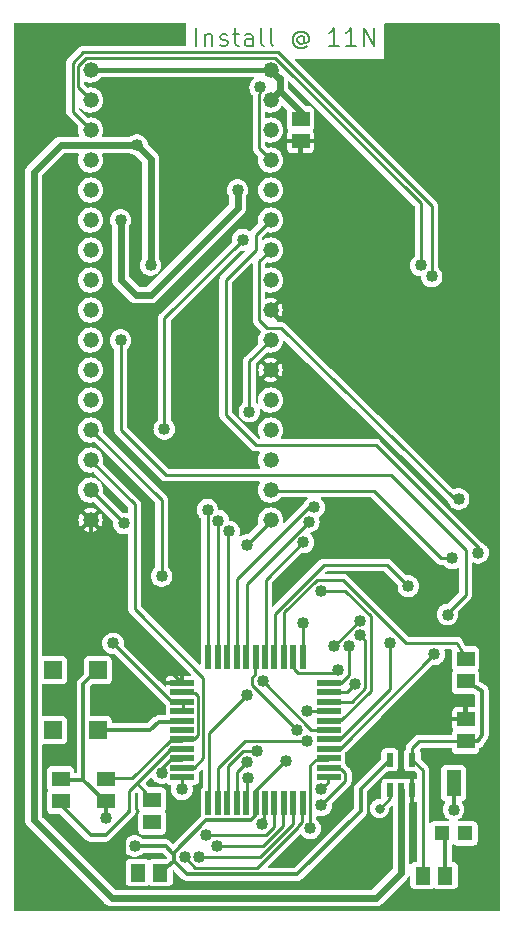
<source format=gtl>
G04 #@! TF.GenerationSoftware,KiCad,Pcbnew,(6.0.8)*
G04 #@! TF.CreationDate,2023-01-01T19:12:14-07:00*
G04 #@! TF.ProjectId,Havoc6295_2_0.kicad_pro,4861766f-6336-4323-9935-5f325f302e6b,rev?*
G04 #@! TF.SameCoordinates,Original*
G04 #@! TF.FileFunction,Copper,L1,Top*
G04 #@! TF.FilePolarity,Positive*
%FSLAX46Y46*%
G04 Gerber Fmt 4.6, Leading zero omitted, Abs format (unit mm)*
G04 Created by KiCad (PCBNEW (6.0.8)) date 2023-01-01 19:12:14*
%MOMM*%
%LPD*%
G01*
G04 APERTURE LIST*
%ADD10C,0.200000*%
G04 #@! TA.AperFunction,NonConductor*
%ADD11C,0.200000*%
G04 #@! TD*
G04 #@! TA.AperFunction,SMDPad,CuDef*
%ADD12R,1.270000X1.270000*%
G04 #@! TD*
G04 #@! TA.AperFunction,SMDPad,CuDef*
%ADD13R,1.295400X2.300000*%
G04 #@! TD*
G04 #@! TA.AperFunction,SMDPad,CuDef*
%ADD14R,1.500000X1.300000*%
G04 #@! TD*
G04 #@! TA.AperFunction,SMDPad,CuDef*
%ADD15R,0.600000X1.200000*%
G04 #@! TD*
G04 #@! TA.AperFunction,SMDPad,CuDef*
%ADD16R,1.300000X1.500000*%
G04 #@! TD*
G04 #@! TA.AperFunction,SMDPad,CuDef*
%ADD17R,2.000000X0.500000*%
G04 #@! TD*
G04 #@! TA.AperFunction,SMDPad,CuDef*
%ADD18R,0.500000X2.000000*%
G04 #@! TD*
G04 #@! TA.AperFunction,SMDPad,CuDef*
%ADD19R,1.500000X1.600000*%
G04 #@! TD*
G04 #@! TA.AperFunction,ComponentPad*
%ADD20C,1.320800*%
G04 #@! TD*
G04 #@! TA.AperFunction,ViaPad*
%ADD21C,1.016000*%
G04 #@! TD*
G04 #@! TA.AperFunction,ViaPad*
%ADD22C,0.800000*%
G04 #@! TD*
G04 #@! TA.AperFunction,Conductor*
%ADD23C,0.304800*%
G04 #@! TD*
G04 #@! TA.AperFunction,Conductor*
%ADD24C,0.254000*%
G04 #@! TD*
G04 #@! TA.AperFunction,Conductor*
%ADD25C,0.250000*%
G04 #@! TD*
G04 #@! TA.AperFunction,Conductor*
%ADD26C,0.609600*%
G04 #@! TD*
G04 #@! TA.AperFunction,Conductor*
%ADD27C,0.406400*%
G04 #@! TD*
G04 APERTURE END LIST*
D10*
D11*
X143500000Y-69428571D02*
X143500000Y-67928571D01*
X144214285Y-68428571D02*
X144214285Y-69428571D01*
X144214285Y-68571428D02*
X144285714Y-68500000D01*
X144428571Y-68428571D01*
X144642857Y-68428571D01*
X144785714Y-68500000D01*
X144857142Y-68642857D01*
X144857142Y-69428571D01*
X145500000Y-69357142D02*
X145642857Y-69428571D01*
X145928571Y-69428571D01*
X146071428Y-69357142D01*
X146142857Y-69214285D01*
X146142857Y-69142857D01*
X146071428Y-69000000D01*
X145928571Y-68928571D01*
X145714285Y-68928571D01*
X145571428Y-68857142D01*
X145500000Y-68714285D01*
X145500000Y-68642857D01*
X145571428Y-68500000D01*
X145714285Y-68428571D01*
X145928571Y-68428571D01*
X146071428Y-68500000D01*
X146571428Y-68428571D02*
X147142857Y-68428571D01*
X146785714Y-67928571D02*
X146785714Y-69214285D01*
X146857142Y-69357142D01*
X147000000Y-69428571D01*
X147142857Y-69428571D01*
X148285714Y-69428571D02*
X148285714Y-68642857D01*
X148214285Y-68500000D01*
X148071428Y-68428571D01*
X147785714Y-68428571D01*
X147642857Y-68500000D01*
X148285714Y-69357142D02*
X148142857Y-69428571D01*
X147785714Y-69428571D01*
X147642857Y-69357142D01*
X147571428Y-69214285D01*
X147571428Y-69071428D01*
X147642857Y-68928571D01*
X147785714Y-68857142D01*
X148142857Y-68857142D01*
X148285714Y-68785714D01*
X149214285Y-69428571D02*
X149071428Y-69357142D01*
X149000000Y-69214285D01*
X149000000Y-67928571D01*
X150000000Y-69428571D02*
X149857142Y-69357142D01*
X149785714Y-69214285D01*
X149785714Y-67928571D01*
X152642857Y-68714285D02*
X152571428Y-68642857D01*
X152428571Y-68571428D01*
X152285714Y-68571428D01*
X152142857Y-68642857D01*
X152071428Y-68714285D01*
X152000000Y-68857142D01*
X152000000Y-69000000D01*
X152071428Y-69142857D01*
X152142857Y-69214285D01*
X152285714Y-69285714D01*
X152428571Y-69285714D01*
X152571428Y-69214285D01*
X152642857Y-69142857D01*
X152642857Y-68571428D02*
X152642857Y-69142857D01*
X152714285Y-69214285D01*
X152785714Y-69214285D01*
X152928571Y-69142857D01*
X153000000Y-69000000D01*
X153000000Y-68642857D01*
X152857142Y-68428571D01*
X152642857Y-68285714D01*
X152357142Y-68214285D01*
X152071428Y-68285714D01*
X151857142Y-68428571D01*
X151714285Y-68642857D01*
X151642857Y-68928571D01*
X151714285Y-69214285D01*
X151857142Y-69428571D01*
X152071428Y-69571428D01*
X152357142Y-69642857D01*
X152642857Y-69571428D01*
X152857142Y-69428571D01*
X155571428Y-69428571D02*
X154714285Y-69428571D01*
X155142857Y-69428571D02*
X155142857Y-67928571D01*
X155000000Y-68142857D01*
X154857142Y-68285714D01*
X154714285Y-68357142D01*
X157000000Y-69428571D02*
X156142857Y-69428571D01*
X156571428Y-69428571D02*
X156571428Y-67928571D01*
X156428571Y-68142857D01*
X156285714Y-68285714D01*
X156142857Y-68357142D01*
X157642857Y-69428571D02*
X157642857Y-67928571D01*
X158500000Y-69428571D01*
X158500000Y-67928571D01*
D12*
X166265100Y-136092600D03*
D13*
X165265100Y-131842600D03*
D12*
X164265100Y-136092600D03*
D14*
X152311100Y-75605600D03*
X152311100Y-77505600D03*
D15*
X159870100Y-132471600D03*
X160820100Y-132471600D03*
X161770100Y-132471600D03*
X161770100Y-129859600D03*
X159870100Y-129859600D03*
D14*
X139738100Y-133263600D03*
X139738100Y-135163600D03*
D16*
X140434100Y-139420600D03*
X138534100Y-139420600D03*
D14*
X135801100Y-131485600D03*
X135801100Y-133385600D03*
X166281100Y-126405600D03*
X166281100Y-128305600D03*
X166281100Y-121325600D03*
X166281100Y-123225600D03*
X131991100Y-133385600D03*
X131991100Y-131485600D03*
D16*
X162664100Y-139674600D03*
X164564100Y-139674600D03*
D17*
X142301100Y-123355600D03*
X142301100Y-124155600D03*
X142301100Y-124955600D03*
X142301100Y-125755600D03*
X142301100Y-126555600D03*
X142301100Y-127355600D03*
X142301100Y-128155600D03*
X142301100Y-128955600D03*
X142301100Y-129755600D03*
X142301100Y-130555600D03*
X142301100Y-131355600D03*
D18*
X144501100Y-133555600D03*
X145301100Y-133555600D03*
X146101100Y-133555600D03*
X146901100Y-133555600D03*
X147701100Y-133555600D03*
X148501100Y-133555600D03*
X149301100Y-133555600D03*
X150101100Y-133555600D03*
X150901100Y-133555600D03*
X151701100Y-133555600D03*
X152501100Y-133555600D03*
D17*
X154701100Y-131355600D03*
X154701100Y-130555600D03*
X154701100Y-129755600D03*
X154701100Y-128955600D03*
X154701100Y-128155600D03*
X154701100Y-127355600D03*
X154701100Y-126555600D03*
X154701100Y-125755600D03*
X154701100Y-124955600D03*
X154701100Y-124155600D03*
X154701100Y-123355600D03*
D18*
X152501100Y-121155600D03*
X151701100Y-121155600D03*
X150901100Y-121155600D03*
X150101100Y-121155600D03*
X149301100Y-121155600D03*
X148501100Y-121155600D03*
X147701100Y-121155600D03*
X146901100Y-121155600D03*
X146101100Y-121155600D03*
X145301100Y-121155600D03*
X144501100Y-121155600D03*
D19*
X131361100Y-122265600D03*
X131361100Y-127365600D03*
X135161100Y-127365600D03*
X135161100Y-122265600D03*
D20*
X134531100Y-71475600D03*
X134531100Y-74015600D03*
X134531100Y-76555600D03*
X134531100Y-79095600D03*
X134531100Y-81635600D03*
X134531100Y-84175600D03*
X134531100Y-86715600D03*
X134531100Y-89255600D03*
X134531100Y-91795600D03*
X134531100Y-94335600D03*
X134531100Y-96875600D03*
X134531100Y-99415600D03*
X134531100Y-101955600D03*
X134531100Y-104495600D03*
X134531100Y-107035600D03*
X134531100Y-109575600D03*
X149771100Y-109575600D03*
X149771100Y-107035600D03*
X149771100Y-104495600D03*
X149771100Y-101955600D03*
X149771100Y-99415600D03*
X149771100Y-96875600D03*
X149771100Y-94335600D03*
X149771100Y-91795600D03*
X149771100Y-89255600D03*
X149771100Y-86715600D03*
X149771100Y-84175600D03*
X149771100Y-81635600D03*
X149771100Y-79095600D03*
X149771100Y-76555600D03*
X149771100Y-74015600D03*
X149771100Y-71475600D03*
D21*
X164757100Y-117576600D03*
X137071100Y-94335600D03*
D22*
X159000000Y-134000000D03*
D21*
X165265100Y-134086600D03*
X138264900Y-137172700D03*
X151066500Y-129971800D03*
X137071100Y-84175600D03*
X146977100Y-81635600D03*
X135864600Y-134772400D03*
X159000000Y-136500000D03*
X161201100Y-141325600D03*
X161442400Y-115176300D03*
X146265900Y-110540800D03*
X145351500Y-109626400D03*
X144437100Y-108712000D03*
X153466800Y-108483400D03*
X153009600Y-109740700D03*
X155181300Y-120256300D03*
X151980900Y-127342900D03*
X157353000Y-118084600D03*
X152552400Y-111455200D03*
X140779500Y-101854000D03*
X136436100Y-120027700D03*
X147408900Y-85852000D03*
X140550900Y-131000500D03*
X140550900Y-114312700D03*
X137350500Y-109855000D03*
X142265400Y-132372100D03*
X138468100Y-77825600D03*
X139611100Y-87985600D03*
X147751800Y-124371100D03*
X147751800Y-111683800D03*
X152895300Y-128257300D03*
X165150800Y-112826800D03*
X148666200Y-129171700D03*
X147751800Y-130086100D03*
X147866100Y-131457700D03*
X149009100Y-135343900D03*
X144322800Y-136258300D03*
X145237200Y-137172700D03*
X143751300Y-138087100D03*
X142494000Y-138087100D03*
X154038300Y-132372100D03*
X154038300Y-133743700D03*
X153123900Y-135686800D03*
X163639500Y-120942100D03*
X167335200Y-112344200D03*
X159867600Y-120027700D03*
X165696900Y-107797600D03*
X147980400Y-100393500D03*
X149123400Y-123228100D03*
X154038300Y-115570000D03*
X152895300Y-125742700D03*
X157353000Y-119341900D03*
X148894800Y-72936100D03*
X156895800Y-123456700D03*
X156438600Y-120256300D03*
X163410900Y-88938100D03*
X162496500Y-88023700D03*
X152552400Y-118313200D03*
X155524200Y-122313700D03*
D23*
X134531100Y-136245600D02*
X131991100Y-133705600D01*
X137782300Y-134264400D02*
X135801100Y-136245600D01*
X135801100Y-136245600D02*
X134531100Y-136245600D01*
D24*
X137782300Y-134226300D02*
X137782300Y-132511800D01*
X138480800Y-131813300D02*
X141236700Y-129057400D01*
X142265400Y-129057400D02*
X142301100Y-128955600D01*
X137782300Y-132511800D02*
X138480800Y-131813300D01*
D23*
X141236700Y-129057400D02*
X142265400Y-129057400D01*
D24*
X139738100Y-133263600D02*
X138480800Y-131813300D01*
D23*
X131991100Y-133705600D02*
X131991100Y-133385600D01*
X137782300Y-134226300D02*
X137782300Y-134264400D01*
D24*
X155867100Y-114655600D02*
X161239200Y-119989600D01*
X153695400Y-114655600D02*
X155867100Y-114655600D01*
X150952200Y-117398800D02*
X153695400Y-114655600D01*
X161239200Y-119989600D02*
X165519100Y-119989600D01*
X165519100Y-119989600D02*
X166281100Y-121325600D01*
X150952200Y-121056400D02*
X150952200Y-117398800D01*
X150952200Y-121056400D02*
X150901100Y-121155600D01*
D23*
X166281100Y-128305600D02*
X167363100Y-128305600D01*
D25*
X161770100Y-128860200D02*
X162324700Y-128305600D01*
X162324700Y-128305600D02*
X166281100Y-128305600D01*
D23*
X167678100Y-127736600D02*
X167678100Y-124053600D01*
D25*
X162664100Y-130753600D02*
X162664100Y-139674600D01*
D23*
X167678100Y-124053600D02*
X166281100Y-123225600D01*
X167363100Y-128305600D02*
X167678100Y-127736600D01*
D25*
X161770100Y-129859600D02*
X161770100Y-128860200D01*
X161770100Y-129859600D02*
X162664100Y-130753600D01*
D24*
X166281100Y-112115600D02*
X166281100Y-115925600D01*
D23*
X165265100Y-134086600D02*
X165265100Y-132842600D01*
D24*
X159931100Y-105765600D02*
X166281100Y-112115600D01*
D25*
X159870100Y-132471600D02*
X159870100Y-133129900D01*
X159870100Y-133129900D02*
X159000000Y-134000000D01*
D24*
X159931100Y-105765600D02*
X140881100Y-105765600D01*
X140881100Y-105765600D02*
X137071100Y-101955600D01*
X164757100Y-117449600D02*
X166281100Y-115925600D01*
X164757100Y-117576600D02*
X164757100Y-117449600D01*
X137071100Y-101955600D02*
X137071100Y-94335600D01*
D23*
X141465300Y-137744200D02*
X140893800Y-137172700D01*
X144322800Y-135001000D02*
X141579600Y-137744200D01*
X148551900Y-133400800D02*
X148551900Y-132486400D01*
X141579600Y-138430000D02*
X142722600Y-139573000D01*
X141579600Y-137744200D02*
X141579600Y-138430000D01*
X135750300Y-133400800D02*
X133921500Y-131572000D01*
D26*
X152311100Y-75605600D02*
X152311100Y-75031600D01*
D23*
X141465300Y-137744200D02*
X141579600Y-137744200D01*
D26*
X138341100Y-90525600D02*
X137071100Y-89255600D01*
D23*
X148437600Y-134658100D02*
X148094700Y-135001000D01*
D26*
X139611100Y-90525600D02*
X138341100Y-90525600D01*
X150533100Y-72110600D02*
X150406100Y-72110600D01*
D23*
X157391100Y-132338600D02*
X159870100Y-129859600D01*
D26*
X152311100Y-75031600D02*
X150533100Y-73253600D01*
D23*
X140893800Y-137172700D02*
X138264900Y-137172700D01*
D26*
X150533100Y-73253600D02*
X150533100Y-72110600D01*
D23*
X157391100Y-134200900D02*
X157391100Y-132338600D01*
D26*
X149809200Y-73964800D02*
X149821900Y-73964800D01*
D23*
X135064500Y-122313700D02*
X133921500Y-123456700D01*
X152019000Y-139573000D02*
X157391100Y-134200900D01*
X148437600Y-133629400D02*
X148501100Y-133555600D01*
X142722600Y-139573000D02*
X152019000Y-139573000D01*
X135064500Y-122313700D02*
X135161100Y-122265600D01*
D27*
X149694900Y-71450200D02*
X134607300Y-71450200D01*
D23*
X135864600Y-134772400D02*
X135864600Y-133515100D01*
X135750300Y-133400800D02*
X135801100Y-133385600D01*
D26*
X150406100Y-72110600D02*
X149771100Y-71475600D01*
D23*
X149809200Y-73964800D02*
X149771100Y-74015600D01*
X135864600Y-133515100D02*
X135801100Y-133385600D01*
X148437600Y-133629400D02*
X148437600Y-134658100D01*
X132092700Y-131572000D02*
X131991100Y-131485600D01*
X140434100Y-139420600D02*
X141579600Y-138430000D01*
D26*
X146977100Y-83159600D02*
X139611100Y-90525600D01*
X146977100Y-81635600D02*
X146977100Y-83159600D01*
D23*
X133921500Y-123456700D02*
X133921500Y-131572000D01*
X134607300Y-71450200D02*
X134531100Y-71475600D01*
X148094700Y-135001000D02*
X144322800Y-135001000D01*
X148551900Y-133400800D02*
X148501100Y-133555600D01*
X133921500Y-131572000D02*
X132092700Y-131572000D01*
D26*
X149821900Y-73964800D02*
X150533100Y-73253600D01*
D23*
X148551900Y-132486400D02*
X151066500Y-129971800D01*
D26*
X137071100Y-89255600D02*
X137071100Y-84175600D01*
D23*
X149694900Y-71450200D02*
X149771100Y-71475600D01*
X137350500Y-135966200D02*
X137960100Y-135356600D01*
X142301100Y-123355600D02*
X134176540Y-115228350D01*
X134531100Y-114655600D02*
X134531100Y-109575600D01*
X137350500Y-140716000D02*
X137350500Y-135966200D01*
X154784000Y-140716000D02*
X137350500Y-140716000D01*
X133057900Y-116840000D02*
X134176540Y-115228350D01*
X152311100Y-89255600D02*
X152311100Y-77505600D01*
X149771100Y-91795600D02*
X152311100Y-89255600D01*
X134176540Y-115228350D02*
X134531100Y-114655600D01*
X159000000Y-136500000D02*
X154784000Y-140716000D01*
X133057900Y-116840000D02*
X133057900Y-123101100D01*
X149809200Y-91795600D02*
X149771100Y-91795600D01*
D24*
X154266900Y-113398300D02*
X150152100Y-117513100D01*
X159664400Y-113398300D02*
X161442400Y-115176300D01*
X154266900Y-113398300D02*
X159664400Y-113398300D01*
X150152100Y-121056400D02*
X150101100Y-121155600D01*
X150152100Y-117513100D02*
X150152100Y-121056400D01*
X146151600Y-121056400D02*
X146101100Y-121155600D01*
X146265900Y-110540800D02*
X146151600Y-110655100D01*
X146151600Y-110655100D02*
X146151600Y-121056400D01*
X145351500Y-121056400D02*
X145301100Y-121155600D01*
X145351500Y-109626400D02*
X145351500Y-121056400D01*
X144437100Y-121056400D02*
X144501100Y-121155600D01*
X144437100Y-108712000D02*
X144437100Y-121056400D01*
X146951700Y-114541300D02*
X146951700Y-121056400D01*
X146951700Y-121056400D02*
X146901100Y-121155600D01*
X153466800Y-108483400D02*
X153009600Y-108483400D01*
X153009600Y-108483400D02*
X146951700Y-114541300D01*
X147751800Y-114998500D02*
X147751800Y-121056400D01*
X153009600Y-109740700D02*
X147751800Y-114998500D01*
X147751800Y-121056400D02*
X147701100Y-121155600D01*
X148437600Y-121170700D02*
X148501100Y-121155600D01*
X148209000Y-123571000D02*
X148209000Y-122885200D01*
X157353000Y-118084600D02*
X155181300Y-120256300D01*
X148437600Y-122656600D02*
X148437600Y-121170700D01*
X151980900Y-127342900D02*
X148209000Y-123571000D01*
X148209000Y-122885200D02*
X148437600Y-122656600D01*
X149352000Y-114655600D02*
X149352000Y-121056400D01*
X152552400Y-111455200D02*
X149352000Y-114655600D01*
X149352000Y-121056400D02*
X149301100Y-121155600D01*
X147408900Y-85852000D02*
X140779500Y-92481400D01*
X142379700Y-125056900D02*
X142379700Y-125742700D01*
X136436100Y-120027700D02*
X141236700Y-124828300D01*
X142265400Y-124828300D02*
X142301100Y-124955600D01*
X141236700Y-124828300D02*
X142265400Y-124828300D01*
X142379700Y-125056900D02*
X142301100Y-124955600D01*
X142379700Y-125742700D02*
X142301100Y-125755600D01*
X140779500Y-92481400D02*
X140779500Y-101854000D01*
X142265400Y-126657100D02*
X142301100Y-126555600D01*
D23*
X142265400Y-126657100D02*
X140347700Y-126657100D01*
X140347700Y-126657100D02*
X139534900Y-127342900D01*
X139534900Y-127342900D02*
X135178800Y-127342900D01*
D24*
X135178800Y-127342900D02*
X135161100Y-127365600D01*
X142379700Y-128143000D02*
X142301100Y-128155600D01*
X135864600Y-131457700D02*
X135801100Y-131485600D01*
X143408400Y-124256800D02*
X142379700Y-124256800D01*
X141236700Y-128257300D02*
X138036300Y-131457700D01*
X138036300Y-131457700D02*
X135864600Y-131457700D01*
X142379700Y-124256800D02*
X142301100Y-124155600D01*
X142379700Y-128143000D02*
X143294100Y-128143000D01*
X143637000Y-124485400D02*
X143408400Y-124256800D01*
X142265400Y-128257300D02*
X142301100Y-128155600D01*
X142265400Y-128257300D02*
X141236700Y-128257300D01*
X143637000Y-127800100D02*
X143637000Y-124485400D01*
X143294100Y-128143000D02*
X143637000Y-127800100D01*
D23*
X164564100Y-139674600D02*
X164564100Y-136391600D01*
X164564100Y-136391600D02*
X164265100Y-136092600D01*
D24*
X134607300Y-101968300D02*
X140550900Y-107911900D01*
X140550900Y-131000500D02*
X140550900Y-130543300D01*
X140550900Y-107911900D02*
X140550900Y-114312700D01*
X134607300Y-101968300D02*
X134531100Y-101955600D01*
X141236700Y-129857500D02*
X142265400Y-129857500D01*
X140550900Y-130543300D02*
X141236700Y-129857500D01*
X142265400Y-129857500D02*
X142301100Y-129755600D01*
X138264900Y-117094000D02*
X144094200Y-122923300D01*
X144094200Y-122923300D02*
X144094200Y-129743200D01*
X144094200Y-129743200D02*
X143294100Y-130543300D01*
X134607300Y-104597200D02*
X134531100Y-104495600D01*
X143294100Y-130543300D02*
X142379700Y-130543300D01*
X142379700Y-130543300D02*
X142301100Y-130555600D01*
X138264900Y-108254800D02*
X138264900Y-117094000D01*
X134607300Y-104597200D02*
X138264900Y-108254800D01*
X142265400Y-132372100D02*
X142265400Y-131457700D01*
X134531100Y-107035600D02*
X137350500Y-109855000D01*
X142265400Y-131457700D02*
X142301100Y-131355600D01*
D26*
X139611100Y-78968600D02*
X138468100Y-77825600D01*
X160820100Y-139420600D02*
X158661100Y-141579600D01*
X139611100Y-87985600D02*
X139611100Y-78968600D01*
X136309100Y-141579600D02*
X129705100Y-134975600D01*
X160820100Y-132471600D02*
X160820100Y-139420600D01*
X158661100Y-141579600D02*
X136309100Y-141579600D01*
X129705100Y-134975600D02*
X129705100Y-80111600D01*
X131991100Y-77825600D02*
X138468100Y-77825600D01*
X129705100Y-80111600D02*
X131991100Y-77825600D01*
D24*
X149809200Y-109626400D02*
X147751800Y-111683800D01*
X149809200Y-109626400D02*
X149771100Y-109575600D01*
X144551400Y-127571500D02*
X144551400Y-133515100D01*
X147751800Y-124371100D02*
X144551400Y-127571500D01*
X144551400Y-133515100D02*
X144501100Y-133555600D01*
X149809200Y-107111800D02*
X149771100Y-107035600D01*
X149809200Y-107111800D02*
X158496000Y-107111800D01*
X145351500Y-133515100D02*
X145301100Y-133555600D01*
X152895300Y-128257300D02*
X147637500Y-128257300D01*
X147637500Y-128257300D02*
X145351500Y-130543300D01*
X164211000Y-112826800D02*
X165150800Y-112826800D01*
X145351500Y-130543300D02*
X145351500Y-133515100D01*
X158496000Y-107111800D02*
X164211000Y-112826800D01*
X148666200Y-129171700D02*
X147408900Y-129171700D01*
X146151600Y-130429000D02*
X146151600Y-133515100D01*
X147408900Y-129171700D02*
X146151600Y-130429000D01*
X146151600Y-133515100D02*
X146101100Y-133555600D01*
X146951700Y-130886200D02*
X146951700Y-133515100D01*
X147751800Y-130086100D02*
X146951700Y-130886200D01*
X146951700Y-133515100D02*
X146901100Y-133555600D01*
X147751800Y-131572000D02*
X147751800Y-133515100D01*
X147751800Y-133515100D02*
X147701100Y-133555600D01*
X147866100Y-131457700D02*
X147751800Y-131572000D01*
X149009100Y-135343900D02*
X149237700Y-135115300D01*
X149237700Y-135115300D02*
X149237700Y-133629400D01*
X149237700Y-133629400D02*
X149301100Y-133555600D01*
X150037800Y-133629400D02*
X150101100Y-133555600D01*
X144322800Y-136258300D02*
X149352000Y-136258300D01*
X149352000Y-136258300D02*
X150037800Y-135572500D01*
X150037800Y-135572500D02*
X150037800Y-133629400D01*
X149123400Y-137172700D02*
X150837900Y-135458200D01*
X145237200Y-137172700D02*
X149123400Y-137172700D01*
X150837900Y-133629400D02*
X150901100Y-133555600D01*
X150837900Y-135458200D02*
X150837900Y-133629400D01*
X151638000Y-135343900D02*
X151638000Y-133629400D01*
X151638000Y-133629400D02*
X151701100Y-133555600D01*
X143751300Y-138087100D02*
X148894800Y-138087100D01*
X148894800Y-138087100D02*
X151638000Y-135343900D01*
X152095200Y-135572500D02*
X152095200Y-135458200D01*
X148666200Y-139001500D02*
X152095200Y-135572500D01*
X143408400Y-139001500D02*
X148666200Y-139001500D01*
X152438100Y-133629400D02*
X152501100Y-133555600D01*
X152095200Y-135458200D02*
X152438100Y-135115300D01*
X142494000Y-138087100D02*
X143408400Y-139001500D01*
X152438100Y-135115300D02*
X152438100Y-133629400D01*
X154038300Y-132372100D02*
X154609800Y-131800600D01*
X154609800Y-131800600D02*
X154609800Y-131457700D01*
X154609800Y-131457700D02*
X154701100Y-131355600D01*
X154038300Y-133743700D02*
X156095700Y-131686300D01*
X154724100Y-130657600D02*
X154701100Y-130555600D01*
X156095700Y-131686300D02*
X156095700Y-131000500D01*
X156095700Y-131000500D02*
X155752800Y-130657600D01*
X155752800Y-130657600D02*
X154724100Y-130657600D01*
X154609800Y-129857500D02*
X154701100Y-129755600D01*
X153581100Y-129857500D02*
X154609800Y-129857500D01*
X153123900Y-130314700D02*
X153581100Y-129857500D01*
X153123900Y-135686800D02*
X153123900Y-130314700D01*
X167398700Y-111963200D02*
X158661100Y-103225600D01*
X163639500Y-120942100D02*
X155638500Y-128943100D01*
X148501100Y-103225600D02*
X145961100Y-100685600D01*
X154724100Y-128943100D02*
X154701100Y-128955600D01*
X158661100Y-103225600D02*
X148501100Y-103225600D01*
X167335200Y-112344200D02*
X167398700Y-111963200D01*
X155638500Y-128943100D02*
X154724100Y-128943100D01*
X148501100Y-85445600D02*
X149771100Y-84175600D01*
X145961100Y-89255600D02*
X148501100Y-86715600D01*
X148501100Y-86715600D02*
X148501100Y-85445600D01*
X145961100Y-100685600D02*
X145961100Y-89255600D01*
X148780500Y-87680800D02*
X148780500Y-92633800D01*
X154724100Y-128143000D02*
X154701100Y-128155600D01*
X149479000Y-93332300D02*
X150634700Y-93332300D01*
X155638500Y-128143000D02*
X154724100Y-128143000D01*
X150634700Y-93332300D02*
X165354000Y-107797600D01*
X159867600Y-123913900D02*
X155638500Y-128143000D01*
X149694900Y-86766400D02*
X148780500Y-87680800D01*
X165354000Y-107797600D02*
X165696900Y-107797600D01*
X149694900Y-86766400D02*
X149771100Y-86715600D01*
X148780500Y-92633800D02*
X149479000Y-93332300D01*
X159867600Y-120027700D02*
X159867600Y-123913900D01*
X149694900Y-94424500D02*
X147980400Y-96139000D01*
X154609800Y-127342900D02*
X154701100Y-127355600D01*
X153238200Y-127342900D02*
X154609800Y-127342900D01*
X147980400Y-96139000D02*
X147980400Y-100393500D01*
X149123400Y-123228100D02*
X153238200Y-127342900D01*
X149694900Y-94424500D02*
X149771100Y-94335600D01*
X158267400Y-117741700D02*
X158267400Y-124028200D01*
X154724100Y-126542800D02*
X154701100Y-126555600D01*
X158267400Y-124028200D02*
X155752800Y-126542800D01*
X154038300Y-115570000D02*
X156095700Y-115570000D01*
X156095700Y-115570000D02*
X158267400Y-117741700D01*
X155752800Y-126542800D02*
X154724100Y-126542800D01*
X152895300Y-125742700D02*
X154609800Y-125742700D01*
X154609800Y-125742700D02*
X154701100Y-125755600D01*
X157810200Y-123799600D02*
X156667200Y-124942600D01*
X156667200Y-124942600D02*
X154724100Y-124942600D01*
X157810200Y-119799100D02*
X157810200Y-123799600D01*
X154724100Y-124942600D02*
X154701100Y-124955600D01*
X157353000Y-119341900D02*
X157810200Y-119799100D01*
X156210000Y-124142500D02*
X154724100Y-124142500D01*
X148780500Y-78079600D02*
X148780500Y-73507600D01*
X148894800Y-73393300D02*
X148894800Y-72936100D01*
X149694900Y-78994000D02*
X148780500Y-78079600D01*
X154724100Y-124142500D02*
X154701100Y-124155600D01*
X149694900Y-78994000D02*
X149771100Y-79095600D01*
X156895800Y-123456700D02*
X156210000Y-124142500D01*
X148780500Y-73507600D02*
X148894800Y-73393300D01*
X155752800Y-123342400D02*
X154724100Y-123342400D01*
X134493000Y-76479400D02*
X134531100Y-76555600D01*
X133921500Y-69964300D02*
X150380700Y-69964300D01*
X156438600Y-120256300D02*
X156438600Y-122656600D01*
X133007100Y-70878700D02*
X133921500Y-69964300D01*
X163410900Y-82994500D02*
X163410900Y-88938100D01*
X156438600Y-122656600D02*
X155752800Y-123342400D01*
X134493000Y-76479400D02*
X133007100Y-74993500D01*
X150380700Y-69964300D02*
X163410900Y-82994500D01*
X154724100Y-123342400D02*
X154701100Y-123355600D01*
X133007100Y-74993500D02*
X133007100Y-70878700D01*
X134150100Y-70421500D02*
X150152100Y-70421500D01*
X152552400Y-118313200D02*
X152552400Y-121056400D01*
X133464300Y-71107300D02*
X134150100Y-70421500D01*
X134493000Y-73964800D02*
X134531100Y-74015600D01*
X150152100Y-70421500D02*
X162496500Y-82765900D01*
X162496500Y-82765900D02*
X162496500Y-88023700D01*
X152552400Y-121056400D02*
X152501100Y-121155600D01*
X133464300Y-72936100D02*
X133464300Y-71107300D01*
X134493000Y-73964800D02*
X133464300Y-72936100D01*
X155524200Y-122313700D02*
X155295600Y-122542300D01*
X155295600Y-122542300D02*
X152095200Y-122542300D01*
X152095200Y-122542300D02*
X151752300Y-122199400D01*
X151752300Y-122199400D02*
X151752300Y-121170700D01*
X151752300Y-121170700D02*
X151701100Y-121155600D01*
G04 #@! TA.AperFunction,Conductor*
G36*
X142609095Y-67530793D02*
G01*
X142634815Y-67575342D01*
X142635957Y-67588400D01*
X142635957Y-69355200D01*
X142618364Y-69403538D01*
X142573815Y-69429258D01*
X142560757Y-69430400D01*
X133935079Y-69430400D01*
X133931930Y-69430334D01*
X133870784Y-69427771D01*
X133827525Y-69437918D01*
X133820576Y-69439205D01*
X133797207Y-69442406D01*
X133781654Y-69444536D01*
X133781653Y-69444536D01*
X133776574Y-69445232D01*
X133771874Y-69447266D01*
X133771870Y-69447267D01*
X133759342Y-69452689D01*
X133746648Y-69456887D01*
X133733357Y-69460004D01*
X133733356Y-69460004D01*
X133728369Y-69461174D01*
X133723880Y-69463642D01*
X133689441Y-69482574D01*
X133683088Y-69485687D01*
X133642325Y-69503327D01*
X133627729Y-69515146D01*
X133616641Y-69522596D01*
X133603637Y-69529745D01*
X133603634Y-69529747D01*
X133600182Y-69531645D01*
X133597203Y-69534217D01*
X133597198Y-69534220D01*
X133593371Y-69537524D01*
X133592316Y-69538435D01*
X133566777Y-69563974D01*
X133560929Y-69569240D01*
X133528644Y-69595384D01*
X133525677Y-69599559D01*
X133525676Y-69599560D01*
X133515786Y-69613477D01*
X133507662Y-69623089D01*
X132639196Y-70491556D01*
X132636923Y-70493737D01*
X132595628Y-70531709D01*
X132595626Y-70531711D01*
X132591855Y-70535179D01*
X132589153Y-70539537D01*
X132568450Y-70572927D01*
X132564437Y-70578766D01*
X132537585Y-70614142D01*
X132535697Y-70618911D01*
X132530671Y-70631604D01*
X132524668Y-70643539D01*
X132514772Y-70659501D01*
X132513343Y-70664421D01*
X132502381Y-70702151D01*
X132500086Y-70708853D01*
X132483736Y-70750149D01*
X132483200Y-70755247D01*
X132483200Y-70755248D01*
X132481774Y-70768820D01*
X132479202Y-70781933D01*
X132473961Y-70799973D01*
X132473200Y-70810336D01*
X132473200Y-70846455D01*
X132472788Y-70854315D01*
X132468446Y-70895628D01*
X132469301Y-70900683D01*
X132472147Y-70917509D01*
X132473200Y-70930050D01*
X132473200Y-74979921D01*
X132473134Y-74983069D01*
X132470571Y-75044217D01*
X132471741Y-75049204D01*
X132471741Y-75049207D01*
X132480714Y-75087463D01*
X132482005Y-75094429D01*
X132488032Y-75138426D01*
X132495492Y-75155663D01*
X132499687Y-75168350D01*
X132503974Y-75186631D01*
X132506444Y-75191124D01*
X132525374Y-75225559D01*
X132528487Y-75231912D01*
X132546127Y-75272675D01*
X132557946Y-75287271D01*
X132565396Y-75298359D01*
X132572545Y-75311363D01*
X132572547Y-75311366D01*
X132574445Y-75314818D01*
X132577017Y-75317797D01*
X132577020Y-75317802D01*
X132580324Y-75321629D01*
X132581235Y-75322684D01*
X132606774Y-75348223D01*
X132612040Y-75354071D01*
X132638184Y-75386356D01*
X132642359Y-75389323D01*
X132642360Y-75389324D01*
X132656277Y-75399214D01*
X132665889Y-75407338D01*
X133476015Y-76217464D01*
X133497755Y-76264084D01*
X133494521Y-76293375D01*
X133483185Y-76329113D01*
X133482072Y-76332622D01*
X133458741Y-76540626D01*
X133459049Y-76544294D01*
X133459049Y-76544297D01*
X133468075Y-76651786D01*
X133476255Y-76749200D01*
X133533948Y-76950400D01*
X133535630Y-76953672D01*
X133535630Y-76953673D01*
X133561662Y-77004326D01*
X133568109Y-77055361D01*
X133540244Y-77098599D01*
X133494778Y-77113900D01*
X132018406Y-77113900D01*
X132013291Y-77113726D01*
X131958103Y-77109963D01*
X131958099Y-77109963D01*
X131953579Y-77109655D01*
X131949110Y-77110435D01*
X131889016Y-77120923D01*
X131885122Y-77121498D01*
X131845008Y-77126352D01*
X131820089Y-77129368D01*
X131815849Y-77130970D01*
X131815842Y-77130972D01*
X131809106Y-77133518D01*
X131795457Y-77137253D01*
X131783885Y-77139272D01*
X131779737Y-77141093D01*
X131779733Y-77141094D01*
X131723886Y-77165609D01*
X131720242Y-77167096D01*
X131663192Y-77188654D01*
X131663189Y-77188656D01*
X131658951Y-77190257D01*
X131655216Y-77192824D01*
X131655212Y-77192826D01*
X131649268Y-77196911D01*
X131636907Y-77203791D01*
X131630449Y-77206626D01*
X131626154Y-77208512D01*
X131622555Y-77211273D01*
X131622556Y-77211273D01*
X131574176Y-77248396D01*
X131570990Y-77250711D01*
X131552246Y-77263593D01*
X131516988Y-77287825D01*
X131513972Y-77291210D01*
X131513971Y-77291211D01*
X131474372Y-77335656D01*
X131471399Y-77338805D01*
X129221159Y-79589045D01*
X129217419Y-79592539D01*
X129172319Y-79631882D01*
X129169712Y-79635592D01*
X129134634Y-79685503D01*
X129132292Y-79688657D01*
X129091867Y-79740213D01*
X129090003Y-79744341D01*
X129090002Y-79744343D01*
X129087036Y-79750912D01*
X129080024Y-79763205D01*
X129075880Y-79769101D01*
X129075877Y-79769107D01*
X129073270Y-79772816D01*
X129071623Y-79777040D01*
X129071621Y-79777044D01*
X129049468Y-79833866D01*
X129047942Y-79837496D01*
X129020980Y-79897209D01*
X129018841Y-79908752D01*
X129014963Y-79922367D01*
X129010697Y-79933308D01*
X129010106Y-79937798D01*
X129002144Y-79998275D01*
X129001531Y-80002144D01*
X128989588Y-80066583D01*
X128989849Y-80071111D01*
X128989849Y-80071113D01*
X128993275Y-80130527D01*
X128993400Y-80134856D01*
X128993400Y-134948294D01*
X128993226Y-134953409D01*
X128989773Y-135004062D01*
X128989155Y-135013121D01*
X128989935Y-135017590D01*
X129000423Y-135077684D01*
X129000998Y-135081578D01*
X129008868Y-135146611D01*
X129010470Y-135150851D01*
X129010472Y-135150858D01*
X129013018Y-135157594D01*
X129016753Y-135171243D01*
X129018772Y-135182815D01*
X129033218Y-135215723D01*
X129045118Y-135242832D01*
X129046588Y-135246435D01*
X129069757Y-135307749D01*
X129076408Y-135317427D01*
X129083291Y-135329794D01*
X129086186Y-135336391D01*
X129086190Y-135336398D01*
X129088011Y-135340546D01*
X129090770Y-135344142D01*
X129090772Y-135344145D01*
X129109887Y-135369055D01*
X129127910Y-135392544D01*
X129130204Y-135395701D01*
X129167325Y-135449712D01*
X129170710Y-135452728D01*
X129170711Y-135452729D01*
X129215165Y-135492336D01*
X129218314Y-135495309D01*
X135786545Y-142063541D01*
X135790039Y-142067281D01*
X135829382Y-142112381D01*
X135836488Y-142117375D01*
X135882986Y-142150054D01*
X135886147Y-142152401D01*
X135891757Y-142156800D01*
X135937712Y-142192833D01*
X135941840Y-142194697D01*
X135941842Y-142194698D01*
X135948410Y-142197663D01*
X135960708Y-142204677D01*
X135970316Y-142211430D01*
X135974539Y-142213077D01*
X135974542Y-142213078D01*
X136031363Y-142235231D01*
X136034993Y-142236757D01*
X136094709Y-142263720D01*
X136106252Y-142265859D01*
X136119867Y-142269737D01*
X136130808Y-142274003D01*
X136195785Y-142282558D01*
X136199644Y-142283169D01*
X136264083Y-142295112D01*
X136268611Y-142294851D01*
X136268613Y-142294851D01*
X136328027Y-142291425D01*
X136332356Y-142291300D01*
X158633794Y-142291300D01*
X158638909Y-142291474D01*
X158694097Y-142295237D01*
X158694101Y-142295237D01*
X158698621Y-142295545D01*
X158703090Y-142294765D01*
X158763184Y-142284277D01*
X158767078Y-142283702D01*
X158807192Y-142278848D01*
X158832111Y-142275832D01*
X158836351Y-142274230D01*
X158836358Y-142274228D01*
X158843094Y-142271682D01*
X158856743Y-142267947D01*
X158868315Y-142265928D01*
X158928342Y-142239578D01*
X158931935Y-142238112D01*
X158993249Y-142214943D01*
X159002927Y-142208292D01*
X159015294Y-142201409D01*
X159021891Y-142198514D01*
X159021898Y-142198510D01*
X159026046Y-142196689D01*
X159029642Y-142193930D01*
X159029645Y-142193928D01*
X159054555Y-142174813D01*
X159078044Y-142156790D01*
X159081201Y-142154496D01*
X159135212Y-142117375D01*
X159177836Y-142069535D01*
X159180809Y-142066386D01*
X161304041Y-139943155D01*
X161307781Y-139939661D01*
X161349463Y-139903300D01*
X161349464Y-139903299D01*
X161352881Y-139900318D01*
X161367439Y-139879604D01*
X161390566Y-139846697D01*
X161392913Y-139843536D01*
X161433333Y-139791987D01*
X161438164Y-139781288D01*
X161445176Y-139768995D01*
X161449320Y-139763099D01*
X161449323Y-139763093D01*
X161451930Y-139759384D01*
X161453577Y-139755160D01*
X161453579Y-139755156D01*
X161461937Y-139733717D01*
X161495887Y-139695072D01*
X161546735Y-139687291D01*
X161590688Y-139714014D01*
X161607200Y-139761033D01*
X161607200Y-140456624D01*
X161622291Y-140551906D01*
X161680808Y-140666751D01*
X161771949Y-140757892D01*
X161886794Y-140816409D01*
X161892641Y-140817335D01*
X161979158Y-140831038D01*
X161979160Y-140831038D01*
X161982076Y-140831500D01*
X163346124Y-140831500D01*
X163349040Y-140831038D01*
X163349042Y-140831038D01*
X163435559Y-140817335D01*
X163441406Y-140816409D01*
X163556251Y-140757892D01*
X163560926Y-140753217D01*
X163561436Y-140752979D01*
X163565221Y-140750229D01*
X163565756Y-140750965D01*
X163607546Y-140731477D01*
X163657233Y-140744791D01*
X163667274Y-140753217D01*
X163671949Y-140757892D01*
X163786794Y-140816409D01*
X163792641Y-140817335D01*
X163879158Y-140831038D01*
X163879160Y-140831038D01*
X163882076Y-140831500D01*
X165246124Y-140831500D01*
X165249040Y-140831038D01*
X165249042Y-140831038D01*
X165335559Y-140817335D01*
X165341406Y-140816409D01*
X165456251Y-140757892D01*
X165547392Y-140666751D01*
X165605909Y-140551906D01*
X165621000Y-140456624D01*
X165621000Y-138892576D01*
X165605909Y-138797294D01*
X165554196Y-138695803D01*
X165550081Y-138687726D01*
X165550080Y-138687725D01*
X165547392Y-138682449D01*
X165456251Y-138591308D01*
X165341406Y-138532791D01*
X165311296Y-138528022D01*
X165249042Y-138518162D01*
X165249040Y-138518162D01*
X165246124Y-138517700D01*
X165198600Y-138517700D01*
X165150262Y-138500107D01*
X165124542Y-138455558D01*
X165123400Y-138442500D01*
X165123400Y-137110891D01*
X165140993Y-137062553D01*
X165145426Y-137057717D01*
X165211926Y-136991217D01*
X165258546Y-136969477D01*
X165308233Y-136982791D01*
X165318274Y-136991217D01*
X165387949Y-137060892D01*
X165393225Y-137063580D01*
X165393226Y-137063581D01*
X165423109Y-137078807D01*
X165502794Y-137119409D01*
X165508641Y-137120335D01*
X165595158Y-137134038D01*
X165595160Y-137134038D01*
X165598076Y-137134500D01*
X166932124Y-137134500D01*
X166935040Y-137134038D01*
X166935042Y-137134038D01*
X167021559Y-137120335D01*
X167027406Y-137119409D01*
X167107091Y-137078807D01*
X167136974Y-137063581D01*
X167136975Y-137063580D01*
X167142251Y-137060892D01*
X167233392Y-136969751D01*
X167291909Y-136854906D01*
X167296678Y-136824796D01*
X167306538Y-136762542D01*
X167306538Y-136762540D01*
X167307000Y-136759624D01*
X167307000Y-135425576D01*
X167302014Y-135394092D01*
X167292835Y-135336141D01*
X167291909Y-135330294D01*
X167248256Y-135244621D01*
X167236081Y-135220726D01*
X167236080Y-135220725D01*
X167233392Y-135215449D01*
X167142251Y-135124308D01*
X167122610Y-135114300D01*
X167032679Y-135068478D01*
X167032680Y-135068478D01*
X167027406Y-135065791D01*
X166997296Y-135061022D01*
X166935042Y-135051162D01*
X166935040Y-135051162D01*
X166932124Y-135050700D01*
X165702853Y-135050700D01*
X165654515Y-135033107D01*
X165628795Y-134988558D01*
X165637728Y-134937900D01*
X165672266Y-134906801D01*
X165675175Y-134905506D01*
X165725070Y-134883291D01*
X165728254Y-134880978D01*
X165728257Y-134880976D01*
X165855619Y-134788442D01*
X165880660Y-134770249D01*
X165883293Y-134767325D01*
X165883296Y-134767322D01*
X165952537Y-134690421D01*
X166009347Y-134627327D01*
X166011316Y-134623917D01*
X166011318Y-134623914D01*
X166095536Y-134478043D01*
X166105507Y-134460773D01*
X166160953Y-134290128D01*
X166163719Y-134281615D01*
X166163719Y-134281614D01*
X166164937Y-134277866D01*
X166165501Y-134272505D01*
X166184628Y-134090520D01*
X166185040Y-134086600D01*
X166179623Y-134035059D01*
X166165349Y-133899252D01*
X166165349Y-133899250D01*
X166164937Y-133895334D01*
X166105507Y-133712427D01*
X166065371Y-133642909D01*
X166011318Y-133549286D01*
X166011316Y-133549283D01*
X166009347Y-133545873D01*
X166006712Y-133542947D01*
X166006708Y-133542941D01*
X165978625Y-133511752D01*
X165959355Y-133464058D01*
X165975250Y-133415136D01*
X166022744Y-133387159D01*
X166034260Y-133385335D01*
X166034261Y-133385335D01*
X166040106Y-133384409D01*
X166154951Y-133325892D01*
X166246092Y-133234751D01*
X166266970Y-133193777D01*
X166301922Y-133125179D01*
X166304609Y-133119906D01*
X166319700Y-133024624D01*
X166319700Y-130660576D01*
X166318425Y-130652522D01*
X166305535Y-130571141D01*
X166304609Y-130565294D01*
X166261237Y-130480172D01*
X166248781Y-130455726D01*
X166248780Y-130455725D01*
X166246092Y-130450449D01*
X166154951Y-130359308D01*
X166040106Y-130300791D01*
X166009996Y-130296022D01*
X165947742Y-130286162D01*
X165947740Y-130286162D01*
X165944824Y-130285700D01*
X164585376Y-130285700D01*
X164582460Y-130286162D01*
X164582458Y-130286162D01*
X164520204Y-130296022D01*
X164490094Y-130300791D01*
X164375249Y-130359308D01*
X164284108Y-130450449D01*
X164281420Y-130455725D01*
X164281419Y-130455726D01*
X164268963Y-130480172D01*
X164225591Y-130565294D01*
X164224665Y-130571141D01*
X164211776Y-130652522D01*
X164210500Y-130660576D01*
X164210500Y-133024624D01*
X164225591Y-133119906D01*
X164228278Y-133125179D01*
X164263231Y-133193777D01*
X164284108Y-133234751D01*
X164375249Y-133325892D01*
X164490094Y-133384409D01*
X164495939Y-133385335D01*
X164495940Y-133385335D01*
X164507456Y-133387159D01*
X164552446Y-133412098D01*
X164570880Y-133460122D01*
X164551575Y-133511752D01*
X164523492Y-133542941D01*
X164523488Y-133542947D01*
X164520853Y-133545873D01*
X164518884Y-133549283D01*
X164518882Y-133549286D01*
X164464829Y-133642909D01*
X164424693Y-133712427D01*
X164365263Y-133895334D01*
X164364851Y-133899250D01*
X164364851Y-133899252D01*
X164350577Y-134035059D01*
X164345160Y-134086600D01*
X164345572Y-134090520D01*
X164364700Y-134272505D01*
X164365263Y-134277866D01*
X164366481Y-134281614D01*
X164366481Y-134281615D01*
X164369247Y-134290128D01*
X164424693Y-134460773D01*
X164434664Y-134478043D01*
X164518882Y-134623914D01*
X164518884Y-134623917D01*
X164520853Y-134627327D01*
X164577663Y-134690421D01*
X164646904Y-134767322D01*
X164646907Y-134767325D01*
X164649540Y-134770249D01*
X164674581Y-134788442D01*
X164801943Y-134880976D01*
X164801946Y-134880978D01*
X164805130Y-134883291D01*
X164855025Y-134905506D01*
X164857934Y-134906801D01*
X164894936Y-134942535D01*
X164900313Y-134993693D01*
X164871548Y-135036338D01*
X164827347Y-135050700D01*
X163598076Y-135050700D01*
X163595160Y-135051162D01*
X163595158Y-135051162D01*
X163532904Y-135061022D01*
X163502794Y-135065791D01*
X163497520Y-135068478D01*
X163497521Y-135068478D01*
X163407591Y-135114300D01*
X163387949Y-135124308D01*
X163324374Y-135187883D01*
X163277754Y-135209623D01*
X163228067Y-135196309D01*
X163198562Y-135154172D01*
X163196000Y-135134709D01*
X163196000Y-130767117D01*
X163196066Y-130763968D01*
X163197656Y-130726026D01*
X163198618Y-130703074D01*
X163193825Y-130682637D01*
X163188518Y-130660010D01*
X163187227Y-130653045D01*
X163181919Y-130614297D01*
X163181919Y-130614296D01*
X163181223Y-130609217D01*
X163173802Y-130592069D01*
X163169605Y-130579376D01*
X163168567Y-130574949D01*
X163165340Y-130561192D01*
X163144031Y-130522430D01*
X163140916Y-130516072D01*
X163125381Y-130480172D01*
X163125379Y-130480168D01*
X163123346Y-130475471D01*
X163111586Y-130460949D01*
X163104133Y-130449857D01*
X163095133Y-130433486D01*
X163088362Y-130425642D01*
X163062937Y-130400217D01*
X163057680Y-130394380D01*
X163031634Y-130362216D01*
X163013630Y-130349421D01*
X163004018Y-130341298D01*
X162499026Y-129836306D01*
X162477286Y-129789686D01*
X162477000Y-129783132D01*
X162477000Y-129227576D01*
X162471441Y-129192474D01*
X162462835Y-129138141D01*
X162461909Y-129132294D01*
X162436744Y-129082906D01*
X162415262Y-129040744D01*
X162408993Y-128989688D01*
X162429091Y-128953430D01*
X162522994Y-128859526D01*
X162569614Y-128837786D01*
X162576169Y-128837500D01*
X165049000Y-128837500D01*
X165097338Y-128855093D01*
X165123058Y-128899642D01*
X165124200Y-128912700D01*
X165124200Y-128987624D01*
X165124662Y-128990540D01*
X165124662Y-128990542D01*
X165132613Y-129040744D01*
X165139291Y-129082906D01*
X165146414Y-129096885D01*
X165186532Y-129175620D01*
X165197808Y-129197751D01*
X165288949Y-129288892D01*
X165403794Y-129347409D01*
X165409641Y-129348335D01*
X165496158Y-129362038D01*
X165496160Y-129362038D01*
X165499076Y-129362500D01*
X167063124Y-129362500D01*
X167066040Y-129362038D01*
X167066042Y-129362038D01*
X167152559Y-129348335D01*
X167158406Y-129347409D01*
X167273251Y-129288892D01*
X167364392Y-129197751D01*
X167375669Y-129175620D01*
X167415786Y-129096885D01*
X167422909Y-129082906D01*
X167429587Y-129040744D01*
X167437538Y-128990542D01*
X167437538Y-128990540D01*
X167438000Y-128987624D01*
X167438000Y-128925499D01*
X167455593Y-128877161D01*
X167502993Y-128850995D01*
X167509841Y-128850057D01*
X167509842Y-128850057D01*
X167514921Y-128849361D01*
X167535470Y-128840468D01*
X167547616Y-128836401D01*
X167564393Y-128832333D01*
X167564394Y-128832332D01*
X167569378Y-128831124D01*
X167608050Y-128809484D01*
X167614895Y-128806099D01*
X167650850Y-128790540D01*
X167650853Y-128790538D01*
X167655556Y-128788503D01*
X167663874Y-128781768D01*
X167672965Y-128774406D01*
X167683564Y-128767226D01*
X167698632Y-128758794D01*
X167703103Y-128756292D01*
X167706736Y-128752681D01*
X167706738Y-128752679D01*
X167734514Y-128725066D01*
X167740206Y-128719955D01*
X167742405Y-128718174D01*
X167774645Y-128692067D01*
X167787617Y-128673813D01*
X167795894Y-128664049D01*
X167808984Y-128651035D01*
X167808986Y-128651033D01*
X167811779Y-128648256D01*
X167817740Y-128639136D01*
X167835008Y-128607944D01*
X167839499Y-128600809D01*
X167860442Y-128571338D01*
X167860443Y-128571337D01*
X167863413Y-128567157D01*
X167865488Y-128561395D01*
X167872205Y-128542737D01*
X167877168Y-128531788D01*
X167881882Y-128523274D01*
X168159492Y-128021811D01*
X168161368Y-128018612D01*
X168191147Y-127970584D01*
X168193849Y-127966226D01*
X168207547Y-127919079D01*
X168209634Y-127912909D01*
X168225506Y-127871923D01*
X168227359Y-127867138D01*
X168229065Y-127849641D01*
X168231696Y-127835957D01*
X168236602Y-127819072D01*
X168237400Y-127808205D01*
X168237400Y-127767816D01*
X168237755Y-127760518D01*
X168238133Y-127756646D01*
X168242230Y-127714623D01*
X168238548Y-127693808D01*
X168237400Y-127680720D01*
X168237400Y-124074383D01*
X168237553Y-124069589D01*
X168240854Y-124017908D01*
X168241181Y-124012795D01*
X168239790Y-124006217D01*
X168230075Y-123960293D01*
X168229143Y-123954936D01*
X168222557Y-123906856D01*
X168222556Y-123906852D01*
X168221861Y-123901779D01*
X168216705Y-123889863D01*
X168212153Y-123875575D01*
X168209466Y-123862875D01*
X168207093Y-123858325D01*
X168184657Y-123815307D01*
X168182318Y-123810399D01*
X168161003Y-123761144D01*
X168152835Y-123751057D01*
X168144603Y-123738512D01*
X168140972Y-123731551D01*
X168140970Y-123731549D01*
X168138601Y-123727006D01*
X168127141Y-123714778D01*
X168101920Y-123687869D01*
X168098346Y-123683769D01*
X168074628Y-123654479D01*
X168064567Y-123642055D01*
X168060389Y-123639086D01*
X168060387Y-123639084D01*
X168053987Y-123634536D01*
X168042681Y-123624663D01*
X168036503Y-123618071D01*
X168036501Y-123618069D01*
X168033810Y-123615198D01*
X168024869Y-123608971D01*
X167991776Y-123589357D01*
X167986238Y-123586075D01*
X167981018Y-123582681D01*
X167943835Y-123556256D01*
X167943834Y-123556255D01*
X167939657Y-123553287D01*
X167934840Y-123551553D01*
X167934833Y-123551549D01*
X167924117Y-123547691D01*
X167911251Y-123541629D01*
X167663356Y-123394702D01*
X167474857Y-123282979D01*
X167442246Y-123243199D01*
X167438000Y-123218289D01*
X167438000Y-122543576D01*
X167434752Y-122523065D01*
X167423835Y-122454141D01*
X167422909Y-122448294D01*
X167364392Y-122333449D01*
X167359717Y-122328774D01*
X167359479Y-122328264D01*
X167356729Y-122324479D01*
X167357465Y-122323944D01*
X167337977Y-122282154D01*
X167351291Y-122232467D01*
X167359717Y-122222426D01*
X167364392Y-122217751D01*
X167422909Y-122102906D01*
X167438000Y-122007624D01*
X167438000Y-120643576D01*
X167437538Y-120640655D01*
X167426098Y-120568427D01*
X167422909Y-120548294D01*
X167364392Y-120433449D01*
X167273251Y-120342308D01*
X167158406Y-120283791D01*
X167128296Y-120279022D01*
X167066042Y-120269162D01*
X167066040Y-120269162D01*
X167063124Y-120268700D01*
X166336606Y-120268700D01*
X166288268Y-120251107D01*
X166271284Y-120230757D01*
X165990331Y-119738168D01*
X165988649Y-119735051D01*
X165963960Y-119686597D01*
X165961634Y-119682031D01*
X165958167Y-119678261D01*
X165958163Y-119678255D01*
X165930497Y-119648169D01*
X165926190Y-119643045D01*
X165901309Y-119610618D01*
X165901305Y-119610614D01*
X165898183Y-119606545D01*
X165884446Y-119596230D01*
X165874250Y-119587001D01*
X165872561Y-119585165D01*
X165862621Y-119574355D01*
X165858270Y-119571657D01*
X165858265Y-119571653D01*
X165823514Y-119550107D01*
X165817988Y-119546330D01*
X165785305Y-119521790D01*
X165781207Y-119518713D01*
X165776432Y-119516851D01*
X165776430Y-119516850D01*
X165765208Y-119512474D01*
X165752899Y-119506324D01*
X165742657Y-119499974D01*
X165738299Y-119497272D01*
X165733378Y-119495842D01*
X165733375Y-119495841D01*
X165694117Y-119484436D01*
X165687779Y-119482284D01*
X165649703Y-119467437D01*
X165649696Y-119467435D01*
X165644920Y-119465573D01*
X165639818Y-119465064D01*
X165639815Y-119465063D01*
X165632337Y-119464317D01*
X165627833Y-119463867D01*
X165614320Y-119461253D01*
X165601617Y-119457562D01*
X165601616Y-119457562D01*
X165597827Y-119456461D01*
X165593892Y-119456172D01*
X165588828Y-119455800D01*
X165588824Y-119455800D01*
X165587464Y-119455700D01*
X165549767Y-119455700D01*
X165542297Y-119455328D01*
X165504467Y-119451551D01*
X165504464Y-119451551D01*
X165499364Y-119451042D01*
X165494310Y-119451924D01*
X165494308Y-119451924D01*
X165479085Y-119454580D01*
X165466157Y-119455700D01*
X161490229Y-119455700D01*
X161441891Y-119438107D01*
X161437244Y-119433863D01*
X156253646Y-114287029D01*
X156251276Y-114284567D01*
X156214091Y-114244128D01*
X156214089Y-114244126D01*
X156210621Y-114240355D01*
X156206266Y-114237655D01*
X156206264Y-114237653D01*
X156190723Y-114228018D01*
X156171933Y-114216367D01*
X156166338Y-114212536D01*
X156129986Y-114185147D01*
X156125214Y-114183277D01*
X156125212Y-114183276D01*
X156113517Y-114178694D01*
X156101331Y-114172592D01*
X156086299Y-114163272D01*
X156070842Y-114158781D01*
X156042595Y-114150574D01*
X156036153Y-114148381D01*
X155993787Y-114131782D01*
X155988689Y-114131265D01*
X155988687Y-114131264D01*
X155976192Y-114129996D01*
X155962807Y-114127394D01*
X155949618Y-114123562D01*
X155949614Y-114123561D01*
X155945827Y-114122461D01*
X155939850Y-114122022D01*
X155936828Y-114121800D01*
X155936824Y-114121800D01*
X155935464Y-114121700D01*
X155898271Y-114121700D01*
X155890677Y-114121316D01*
X155853353Y-114117527D01*
X155853350Y-114117527D01*
X155848255Y-114117010D01*
X155828333Y-114120453D01*
X155827468Y-114120602D01*
X155814663Y-114121700D01*
X154480096Y-114121700D01*
X154431758Y-114104107D01*
X154406038Y-114059558D01*
X154414971Y-114008900D01*
X154426922Y-113993326D01*
X154466022Y-113954226D01*
X154512642Y-113932486D01*
X154519196Y-113932200D01*
X159412103Y-113932200D01*
X159460441Y-113949793D01*
X159465277Y-113954226D01*
X160512780Y-115001729D01*
X160534520Y-115048349D01*
X160534394Y-115062760D01*
X160522460Y-115176300D01*
X160542563Y-115367566D01*
X160601993Y-115550473D01*
X160603963Y-115553885D01*
X160696182Y-115713614D01*
X160696184Y-115713617D01*
X160698153Y-115717027D01*
X160706662Y-115726477D01*
X160824204Y-115857022D01*
X160824207Y-115857025D01*
X160826840Y-115859949D01*
X160846524Y-115874250D01*
X160979243Y-115970676D01*
X160979246Y-115970678D01*
X160982430Y-115972991D01*
X161158123Y-116051215D01*
X161346240Y-116091200D01*
X161538560Y-116091200D01*
X161726677Y-116051215D01*
X161902370Y-115972991D01*
X161905554Y-115970678D01*
X161905557Y-115970676D01*
X162038276Y-115874250D01*
X162057960Y-115859949D01*
X162060593Y-115857025D01*
X162060596Y-115857022D01*
X162178138Y-115726477D01*
X162186647Y-115717027D01*
X162188616Y-115713617D01*
X162188618Y-115713614D01*
X162280837Y-115553885D01*
X162282807Y-115550473D01*
X162342237Y-115367566D01*
X162362340Y-115176300D01*
X162342237Y-114985034D01*
X162282807Y-114802127D01*
X162214101Y-114683124D01*
X162188618Y-114638986D01*
X162188616Y-114638983D01*
X162186647Y-114635573D01*
X162068148Y-114503966D01*
X162060596Y-114495578D01*
X162060593Y-114495575D01*
X162057960Y-114492651D01*
X161988329Y-114442061D01*
X161905557Y-114381924D01*
X161905554Y-114381922D01*
X161902370Y-114379609D01*
X161726677Y-114301385D01*
X161538560Y-114261400D01*
X161346240Y-114261400D01*
X161342387Y-114262219D01*
X161333649Y-114264076D01*
X161282710Y-114256916D01*
X161264841Y-114243693D01*
X160051545Y-113030397D01*
X160049364Y-113028124D01*
X160011391Y-112986828D01*
X160011389Y-112986826D01*
X160007921Y-112983055D01*
X159990793Y-112972435D01*
X159970173Y-112959650D01*
X159964334Y-112955637D01*
X159933042Y-112931885D01*
X159928958Y-112928785D01*
X159911497Y-112921871D01*
X159899561Y-112915868D01*
X159883599Y-112905972D01*
X159840948Y-112893581D01*
X159834247Y-112891286D01*
X159797717Y-112876823D01*
X159792951Y-112874936D01*
X159787853Y-112874400D01*
X159787852Y-112874400D01*
X159783888Y-112873984D01*
X159774277Y-112872973D01*
X159761167Y-112870402D01*
X159743127Y-112865161D01*
X159737150Y-112864722D01*
X159734128Y-112864500D01*
X159734124Y-112864500D01*
X159732764Y-112864400D01*
X159696645Y-112864400D01*
X159688785Y-112863988D01*
X159669736Y-112861986D01*
X159647472Y-112859646D01*
X159634909Y-112861771D01*
X159625591Y-112863347D01*
X159613050Y-112864400D01*
X154280479Y-112864400D01*
X154277330Y-112864334D01*
X154216183Y-112861771D01*
X154211196Y-112862941D01*
X154211193Y-112862941D01*
X154172937Y-112871914D01*
X154165971Y-112873205D01*
X154127054Y-112878536D01*
X154127053Y-112878536D01*
X154121974Y-112879232D01*
X154104737Y-112886692D01*
X154092050Y-112890887D01*
X154073769Y-112895174D01*
X154069276Y-112897644D01*
X154034841Y-112916574D01*
X154028488Y-112919687D01*
X153987725Y-112937327D01*
X153973129Y-112949146D01*
X153962041Y-112956596D01*
X153949037Y-112963745D01*
X153949034Y-112963747D01*
X153945582Y-112965645D01*
X153942603Y-112968217D01*
X153942598Y-112968220D01*
X153938771Y-112971524D01*
X153937716Y-112972435D01*
X153912177Y-112997974D01*
X153906329Y-113003240D01*
X153874044Y-113029384D01*
X153871077Y-113033559D01*
X153871076Y-113033560D01*
X153861186Y-113047477D01*
X153853062Y-113057089D01*
X151883060Y-115027092D01*
X150014274Y-116895878D01*
X149967654Y-116917618D01*
X149917967Y-116904304D01*
X149888462Y-116862167D01*
X149885900Y-116842704D01*
X149885900Y-114907897D01*
X149903493Y-114859559D01*
X149907926Y-114854723D01*
X151139158Y-113623491D01*
X152374841Y-112387807D01*
X152421461Y-112366067D01*
X152443649Y-112367424D01*
X152451944Y-112369187D01*
X152456240Y-112370100D01*
X152648560Y-112370100D01*
X152836677Y-112330115D01*
X153012370Y-112251891D01*
X153015554Y-112249578D01*
X153015557Y-112249576D01*
X153098329Y-112189439D01*
X153167960Y-112138849D01*
X153170593Y-112135925D01*
X153170596Y-112135922D01*
X153263785Y-112032424D01*
X153296647Y-111995927D01*
X153298616Y-111992517D01*
X153298618Y-111992514D01*
X153390837Y-111832785D01*
X153392807Y-111829373D01*
X153438833Y-111687720D01*
X153451019Y-111650215D01*
X153451019Y-111650214D01*
X153452237Y-111646466D01*
X153472340Y-111455200D01*
X153457040Y-111309627D01*
X153452649Y-111267852D01*
X153452649Y-111267850D01*
X153452237Y-111263934D01*
X153392807Y-111081027D01*
X153346113Y-111000151D01*
X153298618Y-110917886D01*
X153298616Y-110917883D01*
X153296647Y-110914473D01*
X153175626Y-110780065D01*
X153170596Y-110774478D01*
X153170593Y-110774475D01*
X153167960Y-110771551D01*
X153164770Y-110769234D01*
X153161846Y-110766601D01*
X153163167Y-110765134D01*
X153138288Y-110728238D01*
X153143673Y-110677080D01*
X153180681Y-110641353D01*
X153195621Y-110636500D01*
X153225146Y-110630224D01*
X153290022Y-110616435D01*
X153290027Y-110616433D01*
X153293877Y-110615615D01*
X153469570Y-110537391D01*
X153472754Y-110535078D01*
X153472757Y-110535076D01*
X153610990Y-110434644D01*
X153625160Y-110424349D01*
X153627793Y-110421425D01*
X153627796Y-110421422D01*
X153751212Y-110284353D01*
X153753847Y-110281427D01*
X153755816Y-110278017D01*
X153755818Y-110278014D01*
X153848037Y-110118285D01*
X153850007Y-110114873D01*
X153895522Y-109974792D01*
X153908219Y-109935715D01*
X153908219Y-109935714D01*
X153909437Y-109931966D01*
X153910609Y-109920820D01*
X153929128Y-109744620D01*
X153929540Y-109740700D01*
X153921677Y-109665885D01*
X153909849Y-109553352D01*
X153909849Y-109553350D01*
X153909437Y-109549434D01*
X153856096Y-109385267D01*
X153857892Y-109333860D01*
X153897029Y-109293333D01*
X153923167Y-109281695D01*
X153926770Y-109280091D01*
X154082360Y-109167049D01*
X154084993Y-109164125D01*
X154084996Y-109164122D01*
X154155631Y-109085673D01*
X154211047Y-109024127D01*
X154213016Y-109020717D01*
X154213018Y-109020714D01*
X154305237Y-108860985D01*
X154307207Y-108857573D01*
X154354403Y-108712319D01*
X154365419Y-108678415D01*
X154365419Y-108678414D01*
X154366637Y-108674666D01*
X154369844Y-108644160D01*
X154386328Y-108487320D01*
X154386740Y-108483400D01*
X154371440Y-108337827D01*
X154367049Y-108296052D01*
X154367049Y-108296050D01*
X154366637Y-108292134D01*
X154307207Y-108109227D01*
X154265203Y-108036474D01*
X154213018Y-107946086D01*
X154213016Y-107946083D01*
X154211047Y-107942673D01*
X154133183Y-107856196D01*
X154084996Y-107802678D01*
X154084993Y-107802675D01*
X154082360Y-107799751D01*
X154057567Y-107781738D01*
X154028802Y-107739093D01*
X154034179Y-107687935D01*
X154071181Y-107652202D01*
X154101768Y-107645700D01*
X158243703Y-107645700D01*
X158292041Y-107663293D01*
X158296877Y-107667726D01*
X163823867Y-113194716D01*
X163826048Y-113196989D01*
X163864009Y-113238272D01*
X163864011Y-113238274D01*
X163867479Y-113242045D01*
X163871834Y-113244745D01*
X163871836Y-113244747D01*
X163892447Y-113257526D01*
X163905234Y-113265454D01*
X163911053Y-113269454D01*
X163946442Y-113296315D01*
X163951210Y-113298203D01*
X163951212Y-113298204D01*
X163963904Y-113303229D01*
X163975839Y-113309232D01*
X163991801Y-113319128D01*
X163996725Y-113320559D01*
X163996726Y-113320559D01*
X164034450Y-113331519D01*
X164041151Y-113333814D01*
X164077679Y-113348276D01*
X164077685Y-113348277D01*
X164082450Y-113350164D01*
X164087547Y-113350700D01*
X164087548Y-113350700D01*
X164092440Y-113351214D01*
X164101125Y-113352127D01*
X164114233Y-113354698D01*
X164132273Y-113359939D01*
X164138250Y-113360378D01*
X164141272Y-113360600D01*
X164141276Y-113360600D01*
X164142636Y-113360700D01*
X164178756Y-113360700D01*
X164186616Y-113361112D01*
X164227928Y-113365454D01*
X164249810Y-113361753D01*
X164262350Y-113360700D01*
X164366924Y-113360700D01*
X164415262Y-113378293D01*
X164422809Y-113385582D01*
X164532599Y-113507517D01*
X164532604Y-113507522D01*
X164535240Y-113510449D01*
X164564085Y-113531406D01*
X164687643Y-113621176D01*
X164687646Y-113621178D01*
X164690830Y-113623491D01*
X164866523Y-113701715D01*
X165054640Y-113741700D01*
X165246960Y-113741700D01*
X165435077Y-113701715D01*
X165610770Y-113623491D01*
X165627801Y-113611118D01*
X165677247Y-113596940D01*
X165724239Y-113617863D01*
X165746788Y-113664097D01*
X165747200Y-113671957D01*
X165747200Y-115673303D01*
X165729607Y-115721641D01*
X165725174Y-115726477D01*
X164811978Y-116639674D01*
X164765358Y-116661414D01*
X164758804Y-116661700D01*
X164660940Y-116661700D01*
X164472823Y-116701685D01*
X164297130Y-116779909D01*
X164293946Y-116782222D01*
X164293943Y-116782224D01*
X164212076Y-116841704D01*
X164141540Y-116892951D01*
X164138907Y-116895875D01*
X164138904Y-116895878D01*
X164070777Y-116971541D01*
X164012853Y-117035873D01*
X164010884Y-117039283D01*
X164010882Y-117039286D01*
X163987133Y-117080421D01*
X163916693Y-117202427D01*
X163857263Y-117385334D01*
X163856851Y-117389250D01*
X163856851Y-117389252D01*
X163840907Y-117540947D01*
X163837160Y-117576600D01*
X163857263Y-117767866D01*
X163916693Y-117950773D01*
X163918663Y-117954185D01*
X164010882Y-118113914D01*
X164010884Y-118113917D01*
X164012853Y-118117327D01*
X164020529Y-118125852D01*
X164138904Y-118257322D01*
X164138907Y-118257325D01*
X164141540Y-118260249D01*
X164166911Y-118278682D01*
X164293943Y-118370976D01*
X164293946Y-118370978D01*
X164297130Y-118373291D01*
X164472823Y-118451515D01*
X164660940Y-118491500D01*
X164853260Y-118491500D01*
X165041377Y-118451515D01*
X165217070Y-118373291D01*
X165220254Y-118370978D01*
X165220257Y-118370976D01*
X165347289Y-118278682D01*
X165372660Y-118260249D01*
X165375293Y-118257325D01*
X165375296Y-118257322D01*
X165493671Y-118125852D01*
X165501347Y-118117327D01*
X165503316Y-118113917D01*
X165503318Y-118113914D01*
X165595537Y-117954185D01*
X165597507Y-117950773D01*
X165656937Y-117767866D01*
X165677040Y-117576600D01*
X165673293Y-117540947D01*
X165657349Y-117389252D01*
X165657349Y-117389250D01*
X165656937Y-117385334D01*
X165651430Y-117368385D01*
X165653224Y-117316979D01*
X165669775Y-117291974D01*
X166649016Y-116312733D01*
X166651289Y-116310552D01*
X166692572Y-116272591D01*
X166692574Y-116272589D01*
X166696345Y-116269121D01*
X166699045Y-116264767D01*
X166699047Y-116264764D01*
X166719749Y-116231374D01*
X166723762Y-116225535D01*
X166747514Y-116194243D01*
X166750614Y-116190159D01*
X166757525Y-116172704D01*
X166763532Y-116160761D01*
X166770724Y-116149161D01*
X166770725Y-116149158D01*
X166773428Y-116144799D01*
X166778082Y-116128782D01*
X166785821Y-116102142D01*
X166788116Y-116095439D01*
X166802575Y-116058919D01*
X166804463Y-116054151D01*
X166806426Y-116035479D01*
X166808999Y-116022364D01*
X166813138Y-116008115D01*
X166814239Y-116004327D01*
X166815000Y-115993964D01*
X166815000Y-115957843D01*
X166815412Y-115949982D01*
X166819218Y-115913771D01*
X166819754Y-115908672D01*
X166816053Y-115886790D01*
X166815000Y-115874250D01*
X166815000Y-113229873D01*
X166832593Y-113181535D01*
X166877142Y-113155815D01*
X166920787Y-113161175D01*
X167047317Y-113217510D01*
X167047321Y-113217511D01*
X167050923Y-113219115D01*
X167239040Y-113259100D01*
X167431360Y-113259100D01*
X167619477Y-113219115D01*
X167795170Y-113140891D01*
X167798354Y-113138578D01*
X167798357Y-113138576D01*
X167942899Y-113033560D01*
X167950760Y-113027849D01*
X167953393Y-113024925D01*
X167953396Y-113024922D01*
X168041657Y-112926897D01*
X168079447Y-112884927D01*
X168081416Y-112881517D01*
X168081418Y-112881514D01*
X168173637Y-112721785D01*
X168175607Y-112718373D01*
X168227483Y-112558715D01*
X168233819Y-112539215D01*
X168233819Y-112539214D01*
X168235037Y-112535466D01*
X168241059Y-112478176D01*
X168254728Y-112348120D01*
X168255140Y-112344200D01*
X168235037Y-112152934D01*
X168229510Y-112135922D01*
X168176825Y-111973776D01*
X168175607Y-111970027D01*
X168129456Y-111890091D01*
X168081418Y-111806886D01*
X168081416Y-111806883D01*
X168079447Y-111803473D01*
X168021523Y-111739141D01*
X167953396Y-111663478D01*
X167953393Y-111663475D01*
X167950760Y-111660551D01*
X167881129Y-111609961D01*
X167798357Y-111549824D01*
X167798354Y-111549822D01*
X167795170Y-111547509D01*
X167766156Y-111534591D01*
X167704954Y-111507342D01*
X167682366Y-111491817D01*
X159048245Y-102857697D01*
X159046064Y-102855424D01*
X159008091Y-102814128D01*
X159008089Y-102814126D01*
X159004621Y-102810355D01*
X158995566Y-102804740D01*
X158966873Y-102786950D01*
X158961034Y-102782937D01*
X158929742Y-102759185D01*
X158925658Y-102756085D01*
X158908197Y-102749171D01*
X158896261Y-102743168D01*
X158880299Y-102733272D01*
X158837648Y-102720881D01*
X158830947Y-102718586D01*
X158794417Y-102704123D01*
X158789651Y-102702236D01*
X158784553Y-102701700D01*
X158784552Y-102701700D01*
X158780588Y-102701284D01*
X158770977Y-102700273D01*
X158757867Y-102697702D01*
X158739827Y-102692461D01*
X158733850Y-102692022D01*
X158730828Y-102691800D01*
X158730824Y-102691800D01*
X158729464Y-102691700D01*
X158693345Y-102691700D01*
X158685485Y-102691288D01*
X158679386Y-102690647D01*
X158644172Y-102686946D01*
X158639117Y-102687801D01*
X158622291Y-102690647D01*
X158609750Y-102691700D01*
X150708927Y-102691700D01*
X150660589Y-102674107D01*
X150634869Y-102629558D01*
X150643802Y-102578900D01*
X150645929Y-102575575D01*
X150647458Y-102573803D01*
X150750845Y-102391810D01*
X150806527Y-102224424D01*
X150815751Y-102196697D01*
X150815752Y-102196694D01*
X150816913Y-102193203D01*
X150843146Y-101985545D01*
X150843564Y-101955600D01*
X150843359Y-101953507D01*
X150823499Y-101750958D01*
X150823498Y-101750954D01*
X150823139Y-101747291D01*
X150762642Y-101546916D01*
X150726971Y-101479827D01*
X150666102Y-101365350D01*
X150664378Y-101362107D01*
X150532089Y-101199905D01*
X150370814Y-101066487D01*
X150186697Y-100966935D01*
X150090487Y-100937153D01*
X149990262Y-100906128D01*
X149990258Y-100906127D01*
X149986749Y-100905041D01*
X149843018Y-100889934D01*
X149782242Y-100883546D01*
X149782240Y-100883546D01*
X149778587Y-100883162D01*
X149570140Y-100902132D01*
X149369348Y-100961229D01*
X149183858Y-101058200D01*
X149180999Y-101060499D01*
X149180994Y-101060502D01*
X149023607Y-101187045D01*
X149023603Y-101187049D01*
X149020736Y-101189354D01*
X149018368Y-101192176D01*
X149018367Y-101192177D01*
X148888559Y-101346875D01*
X148888556Y-101346879D01*
X148886195Y-101349693D01*
X148785360Y-101533111D01*
X148784247Y-101536620D01*
X148744242Y-101662734D01*
X148722072Y-101732622D01*
X148698741Y-101940626D01*
X148699049Y-101944294D01*
X148699049Y-101944297D01*
X148702336Y-101983442D01*
X148716255Y-102149200D01*
X148773948Y-102350400D01*
X148869623Y-102536563D01*
X148871908Y-102539446D01*
X148895958Y-102569790D01*
X148912195Y-102618600D01*
X148893258Y-102666428D01*
X148848009Y-102690893D01*
X148837024Y-102691700D01*
X148753397Y-102691700D01*
X148705059Y-102674107D01*
X148700223Y-102669674D01*
X146517026Y-100486478D01*
X146495286Y-100439858D01*
X146495000Y-100433304D01*
X146495000Y-89507897D01*
X146512593Y-89459559D01*
X146517026Y-89454723D01*
X148118226Y-87853523D01*
X148164846Y-87831783D01*
X148214533Y-87845097D01*
X148244038Y-87887234D01*
X148246600Y-87906697D01*
X148246600Y-92620221D01*
X148246534Y-92623369D01*
X148243971Y-92684517D01*
X148245141Y-92689504D01*
X148245141Y-92689507D01*
X148254114Y-92727763D01*
X148255405Y-92734729D01*
X148260736Y-92773646D01*
X148261432Y-92778726D01*
X148268892Y-92795963D01*
X148273087Y-92808650D01*
X148277374Y-92826931D01*
X148279844Y-92831424D01*
X148298774Y-92865859D01*
X148301887Y-92872212D01*
X148319527Y-92912975D01*
X148331346Y-92927571D01*
X148338796Y-92938659D01*
X148345945Y-92951663D01*
X148345947Y-92951666D01*
X148347845Y-92955118D01*
X148350417Y-92958097D01*
X148350420Y-92958102D01*
X148353724Y-92961929D01*
X148354635Y-92962984D01*
X148380174Y-92988523D01*
X148385440Y-92994371D01*
X148411584Y-93026656D01*
X148415759Y-93029623D01*
X148415760Y-93029624D01*
X148429677Y-93039514D01*
X148439289Y-93047638D01*
X148944758Y-93553107D01*
X148966498Y-93599727D01*
X148953184Y-93649414D01*
X148949190Y-93654619D01*
X148888559Y-93726875D01*
X148888556Y-93726879D01*
X148886195Y-93729693D01*
X148884424Y-93732915D01*
X148884423Y-93732916D01*
X148850362Y-93794873D01*
X148785360Y-93913111D01*
X148722072Y-94112622D01*
X148698741Y-94320626D01*
X148699049Y-94324294D01*
X148699049Y-94324297D01*
X148709198Y-94445158D01*
X148716255Y-94529200D01*
X148729875Y-94576697D01*
X148730541Y-94579021D01*
X148726953Y-94630336D01*
X148711428Y-94652923D01*
X147612496Y-95751856D01*
X147610223Y-95754037D01*
X147568928Y-95792009D01*
X147568926Y-95792011D01*
X147565155Y-95795479D01*
X147562453Y-95799837D01*
X147541750Y-95833227D01*
X147537737Y-95839066D01*
X147510885Y-95874442D01*
X147506369Y-95885848D01*
X147503971Y-95891904D01*
X147497968Y-95903839D01*
X147488072Y-95919801D01*
X147483915Y-95934109D01*
X147475681Y-95962451D01*
X147473386Y-95969153D01*
X147457036Y-96010449D01*
X147456500Y-96015547D01*
X147456500Y-96015548D01*
X147455074Y-96029120D01*
X147452502Y-96042233D01*
X147447261Y-96060273D01*
X147446500Y-96070636D01*
X147446500Y-96106755D01*
X147446088Y-96114615D01*
X147441746Y-96155928D01*
X147442601Y-96160983D01*
X147445447Y-96177809D01*
X147446500Y-96190350D01*
X147446500Y-99612206D01*
X147428907Y-99660544D01*
X147415501Y-99673044D01*
X147364840Y-99709851D01*
X147362207Y-99712775D01*
X147362204Y-99712778D01*
X147348392Y-99728118D01*
X147236153Y-99852773D01*
X147234184Y-99856183D01*
X147234182Y-99856186D01*
X147155025Y-99993291D01*
X147139993Y-100019327D01*
X147134384Y-100036589D01*
X147084713Y-100189463D01*
X147080563Y-100202234D01*
X147080151Y-100206150D01*
X147080151Y-100206152D01*
X147068068Y-100321111D01*
X147060460Y-100393500D01*
X147080563Y-100584766D01*
X147139993Y-100767673D01*
X147141963Y-100771085D01*
X147234182Y-100930814D01*
X147234184Y-100930817D01*
X147236153Y-100934227D01*
X147267177Y-100968683D01*
X147362204Y-101074222D01*
X147362207Y-101074225D01*
X147364840Y-101077149D01*
X147425257Y-101121044D01*
X147517243Y-101187876D01*
X147517246Y-101187878D01*
X147520430Y-101190191D01*
X147696123Y-101268415D01*
X147884240Y-101308400D01*
X148076560Y-101308400D01*
X148264677Y-101268415D01*
X148440370Y-101190191D01*
X148443554Y-101187878D01*
X148443557Y-101187876D01*
X148535543Y-101121044D01*
X148595960Y-101077149D01*
X148598593Y-101074225D01*
X148598596Y-101074222D01*
X148693623Y-100968683D01*
X148724647Y-100934227D01*
X148726616Y-100930817D01*
X148726618Y-100930814D01*
X148818837Y-100771085D01*
X148820807Y-100767673D01*
X148880237Y-100584766D01*
X148900340Y-100393500D01*
X148883354Y-100231892D01*
X148895798Y-100181981D01*
X148937414Y-100151745D01*
X148988728Y-100155333D01*
X149006881Y-100166764D01*
X149036825Y-100192248D01*
X149159030Y-100296253D01*
X149162231Y-100298042D01*
X149162234Y-100298044D01*
X149240500Y-100341785D01*
X149341740Y-100398366D01*
X149540804Y-100463046D01*
X149616339Y-100472053D01*
X149744982Y-100487393D01*
X149744984Y-100487393D01*
X149748640Y-100487829D01*
X149957331Y-100471771D01*
X150095105Y-100433304D01*
X150155384Y-100416474D01*
X150155386Y-100416473D01*
X150158929Y-100415484D01*
X150345755Y-100321111D01*
X150357897Y-100311625D01*
X150507794Y-100194513D01*
X150507799Y-100194508D01*
X150510692Y-100192248D01*
X150647458Y-100033803D01*
X150750845Y-99851810D01*
X150798840Y-99707533D01*
X150815751Y-99656697D01*
X150815752Y-99656694D01*
X150816913Y-99653203D01*
X150843146Y-99445545D01*
X150843564Y-99415600D01*
X150823139Y-99207291D01*
X150762642Y-99006916D01*
X150664378Y-98822107D01*
X150532089Y-98659905D01*
X150370814Y-98526487D01*
X150186697Y-98426935D01*
X150137150Y-98411598D01*
X149990262Y-98366128D01*
X149990258Y-98366127D01*
X149986749Y-98365041D01*
X149843018Y-98349934D01*
X149782242Y-98343546D01*
X149782240Y-98343546D01*
X149778587Y-98343162D01*
X149570140Y-98362132D01*
X149369348Y-98421229D01*
X149183858Y-98518200D01*
X149180999Y-98520499D01*
X149180994Y-98520502D01*
X149023607Y-98647045D01*
X149023603Y-98647049D01*
X149020736Y-98649354D01*
X149018368Y-98652176D01*
X149018367Y-98652177D01*
X148888559Y-98806875D01*
X148888556Y-98806879D01*
X148886195Y-98809693D01*
X148785360Y-98993111D01*
X148722072Y-99192622D01*
X148698741Y-99400626D01*
X148699049Y-99404294D01*
X148699049Y-99404297D01*
X148702336Y-99443442D01*
X148716255Y-99609200D01*
X148725030Y-99639802D01*
X148721442Y-99691115D01*
X148685709Y-99728118D01*
X148634551Y-99733495D01*
X148602559Y-99714277D01*
X148601530Y-99715420D01*
X148598595Y-99712778D01*
X148595960Y-99709851D01*
X148545299Y-99673044D01*
X148516534Y-99630399D01*
X148514300Y-99612206D01*
X148514300Y-97711576D01*
X149191236Y-97711576D01*
X149192178Y-97715091D01*
X149359492Y-97808601D01*
X149366191Y-97811528D01*
X149548556Y-97870781D01*
X149555692Y-97872350D01*
X149746078Y-97895052D01*
X149753410Y-97895205D01*
X149944573Y-97880496D01*
X149951782Y-97879225D01*
X150136453Y-97827665D01*
X150143286Y-97825014D01*
X150314419Y-97738568D01*
X150320602Y-97734644D01*
X150343084Y-97717079D01*
X150348812Y-97707912D01*
X150348204Y-97703586D01*
X149780477Y-97135858D01*
X149770678Y-97131289D01*
X149764687Y-97132894D01*
X149195805Y-97701777D01*
X149191236Y-97711576D01*
X148514300Y-97711576D01*
X148514300Y-96865028D01*
X148751395Y-96865028D01*
X148767439Y-97056083D01*
X148768761Y-97063285D01*
X148821610Y-97247592D01*
X148824306Y-97254401D01*
X148911947Y-97424931D01*
X148915913Y-97431086D01*
X148929263Y-97447930D01*
X148938468Y-97453593D01*
X148942876Y-97452942D01*
X149510842Y-96884977D01*
X149515017Y-96876022D01*
X150026789Y-96876022D01*
X150028394Y-96882013D01*
X150597233Y-97450851D01*
X150607032Y-97455420D01*
X150608969Y-97454901D01*
X150610745Y-97452950D01*
X150701201Y-97293718D01*
X150704181Y-97287023D01*
X150764700Y-97105098D01*
X150766323Y-97097953D01*
X150790550Y-96906174D01*
X150790843Y-96901979D01*
X150791183Y-96877699D01*
X150791007Y-96873507D01*
X150772144Y-96681126D01*
X150770718Y-96673930D01*
X150715304Y-96490387D01*
X150712516Y-96483622D01*
X150622500Y-96314328D01*
X150618447Y-96308227D01*
X150613759Y-96302478D01*
X150604475Y-96296943D01*
X150599897Y-96297685D01*
X150031358Y-96866223D01*
X150026789Y-96876022D01*
X149515017Y-96876022D01*
X149515411Y-96875178D01*
X149513806Y-96869187D01*
X148945383Y-96300765D01*
X148935584Y-96296196D01*
X148931112Y-96297394D01*
X148927618Y-96302496D01*
X148835253Y-96470508D01*
X148832366Y-96477244D01*
X148774393Y-96660000D01*
X148772870Y-96667165D01*
X148751498Y-96857695D01*
X148751395Y-96865028D01*
X148514300Y-96865028D01*
X148514300Y-96391297D01*
X148531893Y-96342959D01*
X148536326Y-96338123D01*
X148831835Y-96042614D01*
X149192793Y-96042614D01*
X149193488Y-96047106D01*
X149761723Y-96615342D01*
X149771522Y-96619911D01*
X149777513Y-96618306D01*
X150345510Y-96050308D01*
X150350079Y-96040509D01*
X150348855Y-96035941D01*
X150344373Y-96032233D01*
X150338301Y-96028138D01*
X150169645Y-95936946D01*
X150162897Y-95934109D01*
X149979735Y-95877411D01*
X149972565Y-95875940D01*
X149781877Y-95855897D01*
X149774564Y-95855846D01*
X149583609Y-95873224D01*
X149576421Y-95874596D01*
X149392489Y-95928730D01*
X149385702Y-95931472D01*
X149215775Y-96020307D01*
X149209664Y-96024307D01*
X149198392Y-96033369D01*
X149192793Y-96042614D01*
X148831835Y-96042614D01*
X149001225Y-95873224D01*
X149471495Y-95402953D01*
X149518115Y-95381213D01*
X149539401Y-95382590D01*
X149540804Y-95383046D01*
X149605680Y-95390782D01*
X149744982Y-95407393D01*
X149744984Y-95407393D01*
X149748640Y-95407829D01*
X149957331Y-95391771D01*
X150078440Y-95357957D01*
X150155384Y-95336474D01*
X150155386Y-95336473D01*
X150158929Y-95335484D01*
X150345755Y-95241111D01*
X150357897Y-95231625D01*
X150507794Y-95114513D01*
X150507799Y-95114508D01*
X150510692Y-95112248D01*
X150647458Y-94953803D01*
X150750845Y-94771810D01*
X150816913Y-94573203D01*
X150833089Y-94445158D01*
X150856602Y-94399406D01*
X150904023Y-94379473D01*
X150953162Y-94394684D01*
X150960405Y-94400947D01*
X152859097Y-96266875D01*
X164788699Y-107990617D01*
X164807508Y-108021014D01*
X164843757Y-108132577D01*
X164856493Y-108171773D01*
X164858463Y-108175185D01*
X164950682Y-108334914D01*
X164950684Y-108334917D01*
X164952653Y-108338327D01*
X165010577Y-108402659D01*
X165078704Y-108478322D01*
X165078707Y-108478325D01*
X165081340Y-108481249D01*
X165135687Y-108520734D01*
X165233743Y-108591976D01*
X165233746Y-108591978D01*
X165236930Y-108594291D01*
X165412623Y-108672515D01*
X165600740Y-108712500D01*
X165793060Y-108712500D01*
X165981177Y-108672515D01*
X166156870Y-108594291D01*
X166160054Y-108591978D01*
X166160057Y-108591976D01*
X166258113Y-108520734D01*
X166312460Y-108481249D01*
X166315093Y-108478325D01*
X166315096Y-108478322D01*
X166383223Y-108402659D01*
X166441147Y-108338327D01*
X166443116Y-108334917D01*
X166443118Y-108334914D01*
X166535337Y-108175185D01*
X166537307Y-108171773D01*
X166585729Y-108022744D01*
X166595519Y-107992615D01*
X166595519Y-107992614D01*
X166596737Y-107988866D01*
X166600211Y-107955819D01*
X166616428Y-107801520D01*
X166616840Y-107797600D01*
X166609079Y-107723757D01*
X166597149Y-107610252D01*
X166597149Y-107610250D01*
X166596737Y-107606334D01*
X166537307Y-107423427D01*
X166473607Y-107313095D01*
X166443118Y-107260286D01*
X166443116Y-107260283D01*
X166441147Y-107256873D01*
X166383223Y-107192541D01*
X166315096Y-107116878D01*
X166315093Y-107116875D01*
X166312460Y-107113951D01*
X166242829Y-107063361D01*
X166160057Y-107003224D01*
X166160054Y-107003222D01*
X166156870Y-107000909D01*
X165981177Y-106922685D01*
X165793060Y-106882700D01*
X165600740Y-106882700D01*
X165412623Y-106922685D01*
X165409021Y-106924289D01*
X165409017Y-106924290D01*
X165330572Y-106959216D01*
X165279257Y-106962805D01*
X165247275Y-106944153D01*
X158776221Y-100584766D01*
X151020384Y-92962765D01*
X151017745Y-92960037D01*
X150992681Y-92932780D01*
X150978221Y-92917055D01*
X150973867Y-92914355D01*
X150973864Y-92914353D01*
X150938211Y-92892248D01*
X150932895Y-92888628D01*
X150899275Y-92863567D01*
X150899276Y-92863567D01*
X150895162Y-92860501D01*
X150880140Y-92854704D01*
X150867590Y-92848460D01*
X150858259Y-92842675D01*
X150858257Y-92842674D01*
X150853899Y-92839972D01*
X150848978Y-92838542D01*
X150848975Y-92838541D01*
X150823968Y-92831276D01*
X150808691Y-92826838D01*
X150802608Y-92824785D01*
X150758691Y-92807837D01*
X150742657Y-92806293D01*
X150728895Y-92803655D01*
X150713427Y-92799161D01*
X150705785Y-92798600D01*
X150704428Y-92798500D01*
X150704424Y-92798500D01*
X150703064Y-92798400D01*
X150664319Y-92798400D01*
X150657110Y-92798054D01*
X150640705Y-92796474D01*
X150613085Y-92793814D01*
X150608043Y-92794712D01*
X150608042Y-92794712D01*
X150593877Y-92797235D01*
X150580691Y-92798400D01*
X150352918Y-92798400D01*
X150304580Y-92780807D01*
X150278860Y-92736258D01*
X150287793Y-92685600D01*
X150312626Y-92659705D01*
X150320605Y-92654642D01*
X150343084Y-92637079D01*
X150348812Y-92627912D01*
X150348204Y-92623586D01*
X149573393Y-91848774D01*
X149551653Y-91802154D01*
X149553296Y-91796022D01*
X150026789Y-91796022D01*
X150028394Y-91802013D01*
X150597233Y-92370851D01*
X150607032Y-92375420D01*
X150608969Y-92374901D01*
X150610745Y-92372950D01*
X150701201Y-92213718D01*
X150704181Y-92207023D01*
X150764700Y-92025098D01*
X150766323Y-92017953D01*
X150790550Y-91826174D01*
X150790843Y-91821979D01*
X150791183Y-91797699D01*
X150791007Y-91793507D01*
X150772144Y-91601126D01*
X150770718Y-91593930D01*
X150715304Y-91410387D01*
X150712516Y-91403622D01*
X150622500Y-91234328D01*
X150618447Y-91228227D01*
X150613759Y-91222478D01*
X150604475Y-91216943D01*
X150599897Y-91217685D01*
X150031358Y-91786223D01*
X150026789Y-91796022D01*
X149553296Y-91796022D01*
X149564967Y-91752467D01*
X149573393Y-91742426D01*
X149771100Y-91544719D01*
X150345510Y-90970308D01*
X150350079Y-90960509D01*
X150348855Y-90955941D01*
X150344373Y-90952233D01*
X150338301Y-90948138D01*
X150169645Y-90856946D01*
X150162897Y-90854109D01*
X149979735Y-90797411D01*
X149972565Y-90795940D01*
X149781877Y-90775897D01*
X149774564Y-90775846D01*
X149583609Y-90793224D01*
X149576421Y-90794596D01*
X149410832Y-90843331D01*
X149359494Y-90840101D01*
X149322242Y-90804628D01*
X149314400Y-90771191D01*
X149314400Y-90332986D01*
X149331993Y-90284648D01*
X149376542Y-90258928D01*
X149412837Y-90261467D01*
X149540804Y-90303046D01*
X149616339Y-90312053D01*
X149744982Y-90327393D01*
X149744984Y-90327393D01*
X149748640Y-90327829D01*
X149957331Y-90311771D01*
X150078440Y-90277957D01*
X150155384Y-90256474D01*
X150155386Y-90256473D01*
X150158929Y-90255484D01*
X150345755Y-90161111D01*
X150357897Y-90151625D01*
X150507794Y-90034513D01*
X150507799Y-90034508D01*
X150510692Y-90032248D01*
X150647458Y-89873803D01*
X150727600Y-89732729D01*
X150749028Y-89695009D01*
X150749029Y-89695007D01*
X150750845Y-89691810D01*
X150816913Y-89493203D01*
X150843146Y-89285545D01*
X150843564Y-89255600D01*
X150840789Y-89227295D01*
X150823499Y-89050958D01*
X150823498Y-89050954D01*
X150823139Y-89047291D01*
X150762642Y-88846916D01*
X150749390Y-88821991D01*
X150666102Y-88665350D01*
X150664378Y-88662107D01*
X150532089Y-88499905D01*
X150370814Y-88366487D01*
X150186697Y-88266935D01*
X150118385Y-88245789D01*
X149990262Y-88206128D01*
X149990258Y-88206127D01*
X149986749Y-88205041D01*
X149843018Y-88189934D01*
X149782242Y-88183546D01*
X149782240Y-88183546D01*
X149778587Y-88183162D01*
X149570140Y-88202132D01*
X149498849Y-88223114D01*
X149410832Y-88249019D01*
X149359494Y-88245789D01*
X149322242Y-88210316D01*
X149314400Y-88176879D01*
X149314400Y-87933098D01*
X149331993Y-87884760D01*
X149336426Y-87879924D01*
X149442177Y-87774173D01*
X149488797Y-87752433D01*
X149518585Y-87755827D01*
X149540804Y-87763046D01*
X149616339Y-87772053D01*
X149744982Y-87787393D01*
X149744984Y-87787393D01*
X149748640Y-87787829D01*
X149957331Y-87771771D01*
X150121856Y-87725835D01*
X150155384Y-87716474D01*
X150155386Y-87716473D01*
X150158929Y-87715484D01*
X150345755Y-87621111D01*
X150362517Y-87608015D01*
X150507794Y-87494513D01*
X150507799Y-87494508D01*
X150510692Y-87492248D01*
X150647458Y-87333803D01*
X150750845Y-87151810D01*
X150816913Y-86953203D01*
X150843146Y-86745545D01*
X150843564Y-86715600D01*
X150823139Y-86507291D01*
X150762642Y-86306916D01*
X150664378Y-86122107D01*
X150532089Y-85959905D01*
X150370814Y-85826487D01*
X150186697Y-85726935D01*
X150092890Y-85697897D01*
X149990262Y-85666128D01*
X149990258Y-85666127D01*
X149986749Y-85665041D01*
X149839450Y-85649559D01*
X149782242Y-85643546D01*
X149782240Y-85643546D01*
X149778587Y-85643162D01*
X149570140Y-85662132D01*
X149369348Y-85721229D01*
X149183858Y-85818200D01*
X149180994Y-85820502D01*
X149180995Y-85820502D01*
X149157320Y-85839537D01*
X149108625Y-85856113D01*
X149060666Y-85837511D01*
X149035885Y-85792434D01*
X149035000Y-85780930D01*
X149035000Y-85697897D01*
X149052593Y-85649559D01*
X149057026Y-85644723D01*
X149461346Y-85240402D01*
X149507966Y-85218662D01*
X149533612Y-85221583D01*
X149533714Y-85221120D01*
X149537310Y-85221911D01*
X149540804Y-85223046D01*
X149544450Y-85223481D01*
X149544451Y-85223481D01*
X149744982Y-85247393D01*
X149744984Y-85247393D01*
X149748640Y-85247829D01*
X149957331Y-85231771D01*
X150078440Y-85197957D01*
X150155384Y-85176474D01*
X150155386Y-85176473D01*
X150158929Y-85175484D01*
X150345755Y-85081111D01*
X150374752Y-85058456D01*
X150507794Y-84954513D01*
X150507799Y-84954508D01*
X150510692Y-84952248D01*
X150647458Y-84793803D01*
X150750845Y-84611810D01*
X150801191Y-84460465D01*
X150815751Y-84416697D01*
X150815752Y-84416694D01*
X150816913Y-84413203D01*
X150843146Y-84205545D01*
X150843370Y-84189474D01*
X150843535Y-84177699D01*
X150843535Y-84177694D01*
X150843564Y-84175600D01*
X150841737Y-84156964D01*
X150823499Y-83970958D01*
X150823498Y-83970954D01*
X150823139Y-83967291D01*
X150762642Y-83766916D01*
X150664378Y-83582107D01*
X150532089Y-83419905D01*
X150370814Y-83286487D01*
X150186697Y-83186935D01*
X150137150Y-83171598D01*
X149990262Y-83126128D01*
X149990258Y-83126127D01*
X149986749Y-83125041D01*
X149843018Y-83109934D01*
X149782242Y-83103546D01*
X149782240Y-83103546D01*
X149778587Y-83103162D01*
X149570140Y-83122132D01*
X149369348Y-83181229D01*
X149183858Y-83278200D01*
X149180999Y-83280499D01*
X149180994Y-83280502D01*
X149023607Y-83407045D01*
X149023603Y-83407049D01*
X149020736Y-83409354D01*
X149018368Y-83412176D01*
X149018367Y-83412177D01*
X148888559Y-83566875D01*
X148888556Y-83566879D01*
X148886195Y-83569693D01*
X148884424Y-83572915D01*
X148884423Y-83572916D01*
X148850362Y-83634873D01*
X148785360Y-83753111D01*
X148722072Y-83952622D01*
X148698741Y-84160626D01*
X148699049Y-84164294D01*
X148699049Y-84164297D01*
X148702336Y-84203442D01*
X148716255Y-84369200D01*
X148717269Y-84372736D01*
X148727711Y-84409151D01*
X148724123Y-84460465D01*
X148708598Y-84483053D01*
X148133196Y-85058456D01*
X148130923Y-85060637D01*
X148089628Y-85098609D01*
X148089626Y-85098611D01*
X148085855Y-85102079D01*
X148083154Y-85106436D01*
X148083151Y-85106439D01*
X148081102Y-85109744D01*
X148040678Y-85141556D01*
X147989264Y-85139940D01*
X147972993Y-85130958D01*
X147868870Y-85055309D01*
X147693177Y-84977085D01*
X147505060Y-84937100D01*
X147312740Y-84937100D01*
X147124623Y-84977085D01*
X146948930Y-85055309D01*
X146945746Y-85057622D01*
X146945743Y-85057624D01*
X146913416Y-85081111D01*
X146793340Y-85168351D01*
X146790707Y-85171275D01*
X146790704Y-85171278D01*
X146743701Y-85223481D01*
X146664653Y-85311273D01*
X146662684Y-85314683D01*
X146662682Y-85314686D01*
X146583218Y-85452322D01*
X146568493Y-85477827D01*
X146509063Y-85660734D01*
X146508651Y-85664650D01*
X146508651Y-85664652D01*
X146508610Y-85665041D01*
X146488960Y-85852000D01*
X146500602Y-85962757D01*
X146500894Y-85965537D01*
X146488450Y-86015449D01*
X146479280Y-86026572D01*
X140411597Y-92094255D01*
X140409324Y-92096436D01*
X140368028Y-92134409D01*
X140368026Y-92134411D01*
X140364255Y-92137879D01*
X140361553Y-92142237D01*
X140340850Y-92175627D01*
X140336837Y-92181466D01*
X140317438Y-92207023D01*
X140309985Y-92216842D01*
X140308097Y-92221611D01*
X140303071Y-92234304D01*
X140297068Y-92246239D01*
X140287172Y-92262201D01*
X140285743Y-92267121D01*
X140274781Y-92304851D01*
X140272486Y-92311553D01*
X140256136Y-92352849D01*
X140255600Y-92357947D01*
X140255600Y-92357948D01*
X140254174Y-92371520D01*
X140251602Y-92384633D01*
X140246361Y-92402673D01*
X140246072Y-92406610D01*
X140245779Y-92410604D01*
X140245600Y-92413036D01*
X140245600Y-92449155D01*
X140245188Y-92457015D01*
X140240846Y-92498328D01*
X140241701Y-92503383D01*
X140244547Y-92520209D01*
X140245600Y-92532750D01*
X140245600Y-101072706D01*
X140228007Y-101121044D01*
X140214601Y-101133544D01*
X140163940Y-101170351D01*
X140161307Y-101173275D01*
X140161304Y-101173278D01*
X140093177Y-101248941D01*
X140035253Y-101313273D01*
X140033284Y-101316683D01*
X140033282Y-101316686D01*
X140005186Y-101365350D01*
X139939093Y-101479827D01*
X139879663Y-101662734D01*
X139879251Y-101666650D01*
X139879251Y-101666652D01*
X139870776Y-101747291D01*
X139859560Y-101854000D01*
X139879663Y-102045266D01*
X139880881Y-102049014D01*
X139880881Y-102049015D01*
X139895967Y-102095446D01*
X139939093Y-102228173D01*
X139941063Y-102231585D01*
X140033282Y-102391314D01*
X140033284Y-102391317D01*
X140035253Y-102394727D01*
X140037888Y-102397653D01*
X140161304Y-102534722D01*
X140161307Y-102534725D01*
X140163940Y-102537649D01*
X140208179Y-102569790D01*
X140316343Y-102648376D01*
X140316346Y-102648378D01*
X140319530Y-102650691D01*
X140495223Y-102728915D01*
X140683340Y-102768900D01*
X140875660Y-102768900D01*
X141063777Y-102728915D01*
X141239470Y-102650691D01*
X141242654Y-102648378D01*
X141242657Y-102648376D01*
X141350821Y-102569790D01*
X141395060Y-102537649D01*
X141397693Y-102534725D01*
X141397696Y-102534722D01*
X141521112Y-102397653D01*
X141523747Y-102394727D01*
X141525716Y-102391317D01*
X141525718Y-102391314D01*
X141617937Y-102231585D01*
X141619907Y-102228173D01*
X141663033Y-102095446D01*
X141678119Y-102049015D01*
X141678119Y-102049014D01*
X141679337Y-102045266D01*
X141699440Y-101854000D01*
X141688224Y-101747291D01*
X141679749Y-101666652D01*
X141679749Y-101666650D01*
X141679337Y-101662734D01*
X141619907Y-101479827D01*
X141553814Y-101365350D01*
X141525718Y-101316686D01*
X141525716Y-101316683D01*
X141523747Y-101313273D01*
X141465823Y-101248941D01*
X141397696Y-101173278D01*
X141397693Y-101173275D01*
X141395060Y-101170351D01*
X141344399Y-101133544D01*
X141315634Y-101090899D01*
X141313400Y-101072706D01*
X141313400Y-92733697D01*
X141330993Y-92685359D01*
X141335426Y-92680523D01*
X147231342Y-86784607D01*
X147277962Y-86762867D01*
X147300150Y-86764224D01*
X147305838Y-86765433D01*
X147308891Y-86766082D01*
X147308892Y-86766082D01*
X147312740Y-86766900D01*
X147505060Y-86766900D01*
X147506909Y-86766507D01*
X147556214Y-86778802D01*
X147586448Y-86820420D01*
X147582857Y-86871734D01*
X147567334Y-86894318D01*
X145593197Y-88868455D01*
X145590924Y-88870636D01*
X145549628Y-88908609D01*
X145549626Y-88908611D01*
X145545855Y-88912079D01*
X145543153Y-88916437D01*
X145522450Y-88949827D01*
X145518437Y-88955666D01*
X145491585Y-88991042D01*
X145489697Y-88995811D01*
X145484671Y-89008504D01*
X145478668Y-89020439D01*
X145468772Y-89036401D01*
X145465608Y-89047291D01*
X145456381Y-89079051D01*
X145454086Y-89085753D01*
X145437736Y-89127049D01*
X145437200Y-89132147D01*
X145437200Y-89132148D01*
X145435774Y-89145720D01*
X145433202Y-89158833D01*
X145427961Y-89176873D01*
X145427200Y-89187236D01*
X145427200Y-89223355D01*
X145426788Y-89231215D01*
X145422446Y-89272528D01*
X145423301Y-89277583D01*
X145426147Y-89294409D01*
X145427200Y-89306950D01*
X145427200Y-100672021D01*
X145427134Y-100675169D01*
X145424571Y-100736317D01*
X145425741Y-100741304D01*
X145425741Y-100741307D01*
X145434714Y-100779563D01*
X145436005Y-100786529D01*
X145442032Y-100830526D01*
X145449492Y-100847763D01*
X145453687Y-100860450D01*
X145457974Y-100878731D01*
X145460444Y-100883224D01*
X145479374Y-100917659D01*
X145482487Y-100924012D01*
X145500127Y-100964775D01*
X145511946Y-100979371D01*
X145519396Y-100990459D01*
X145526545Y-101003463D01*
X145526547Y-101003466D01*
X145528445Y-101006918D01*
X145531017Y-101009897D01*
X145531020Y-101009902D01*
X145534324Y-101013729D01*
X145535235Y-101014784D01*
X145560774Y-101040323D01*
X145566040Y-101046171D01*
X145592184Y-101078456D01*
X145596359Y-101081423D01*
X145596360Y-101081424D01*
X145610277Y-101091314D01*
X145619889Y-101099438D01*
X148113967Y-103593516D01*
X148116148Y-103595789D01*
X148154109Y-103637072D01*
X148154111Y-103637074D01*
X148157579Y-103640845D01*
X148161933Y-103643545D01*
X148161936Y-103643547D01*
X148195326Y-103664249D01*
X148201161Y-103668259D01*
X148236541Y-103695114D01*
X148253366Y-103701776D01*
X148253996Y-103702025D01*
X148265939Y-103708032D01*
X148277539Y-103715224D01*
X148277542Y-103715225D01*
X148281901Y-103717928D01*
X148286822Y-103719358D01*
X148286825Y-103719359D01*
X148324558Y-103730321D01*
X148331261Y-103732616D01*
X148349671Y-103739905D01*
X148372549Y-103748963D01*
X148377648Y-103749499D01*
X148391221Y-103750926D01*
X148404336Y-103753499D01*
X148407812Y-103754509D01*
X148422373Y-103758739D01*
X148428350Y-103759178D01*
X148431372Y-103759400D01*
X148431376Y-103759400D01*
X148432736Y-103759500D01*
X148468857Y-103759500D01*
X148476718Y-103759912D01*
X148518028Y-103764254D01*
X148539910Y-103760553D01*
X148552450Y-103759500D01*
X148834172Y-103759500D01*
X148882510Y-103777093D01*
X148908230Y-103821642D01*
X148899297Y-103872300D01*
X148891779Y-103883037D01*
X148888561Y-103886872D01*
X148888556Y-103886879D01*
X148886195Y-103889693D01*
X148785360Y-104073111D01*
X148722072Y-104272622D01*
X148698741Y-104480626D01*
X148699049Y-104484294D01*
X148699049Y-104484297D01*
X148702336Y-104523442D01*
X148716255Y-104689200D01*
X148773948Y-104890400D01*
X148869623Y-105076563D01*
X148871908Y-105079446D01*
X148895958Y-105109790D01*
X148912195Y-105158600D01*
X148893258Y-105206428D01*
X148848009Y-105230893D01*
X148837024Y-105231700D01*
X141133396Y-105231700D01*
X141085058Y-105214107D01*
X141080222Y-105209674D01*
X137627026Y-101756478D01*
X137605286Y-101709858D01*
X137605000Y-101703304D01*
X137605000Y-95116894D01*
X137622593Y-95068556D01*
X137635999Y-95056056D01*
X137686660Y-95019249D01*
X137689293Y-95016325D01*
X137689296Y-95016322D01*
X137757423Y-94940659D01*
X137815347Y-94876327D01*
X137817316Y-94872917D01*
X137817318Y-94872914D01*
X137899598Y-94730400D01*
X137911507Y-94709773D01*
X137955881Y-94573203D01*
X137969719Y-94530615D01*
X137969719Y-94530614D01*
X137970937Y-94526866D01*
X137991040Y-94335600D01*
X137970937Y-94144334D01*
X137965400Y-94127291D01*
X137912725Y-93965176D01*
X137911507Y-93961427D01*
X137881749Y-93909884D01*
X137817318Y-93798286D01*
X137817316Y-93798283D01*
X137815347Y-93794873D01*
X137754122Y-93726875D01*
X137689296Y-93654878D01*
X137689293Y-93654875D01*
X137686660Y-93651951D01*
X137576860Y-93572177D01*
X137534257Y-93541224D01*
X137534254Y-93541222D01*
X137531070Y-93538909D01*
X137355377Y-93460685D01*
X137167260Y-93420700D01*
X136974940Y-93420700D01*
X136786823Y-93460685D01*
X136611130Y-93538909D01*
X136607946Y-93541222D01*
X136607943Y-93541224D01*
X136565340Y-93572177D01*
X136455540Y-93651951D01*
X136452907Y-93654875D01*
X136452904Y-93654878D01*
X136388078Y-93726875D01*
X136326853Y-93794873D01*
X136324884Y-93798283D01*
X136324882Y-93798286D01*
X136260451Y-93909884D01*
X136230693Y-93961427D01*
X136229475Y-93965176D01*
X136176801Y-94127291D01*
X136171263Y-94144334D01*
X136151160Y-94335600D01*
X136171263Y-94526866D01*
X136172481Y-94530614D01*
X136172481Y-94530615D01*
X136186319Y-94573203D01*
X136230693Y-94709773D01*
X136242602Y-94730400D01*
X136324882Y-94872914D01*
X136324884Y-94872917D01*
X136326853Y-94876327D01*
X136384777Y-94940659D01*
X136452904Y-95016322D01*
X136452907Y-95016325D01*
X136455540Y-95019249D01*
X136506201Y-95056056D01*
X136534966Y-95098701D01*
X136537200Y-95116894D01*
X136537200Y-101942021D01*
X136537134Y-101945169D01*
X136534571Y-102006317D01*
X136535741Y-102011304D01*
X136535741Y-102011307D01*
X136544714Y-102049563D01*
X136546005Y-102056529D01*
X136552032Y-102100526D01*
X136559492Y-102117763D01*
X136563687Y-102130450D01*
X136567974Y-102148731D01*
X136570444Y-102153224D01*
X136589374Y-102187659D01*
X136592487Y-102194012D01*
X136610127Y-102234775D01*
X136621946Y-102249371D01*
X136629396Y-102260459D01*
X136636545Y-102273463D01*
X136636547Y-102273466D01*
X136638445Y-102276918D01*
X136641017Y-102279897D01*
X136641020Y-102279902D01*
X136644324Y-102283729D01*
X136645235Y-102284784D01*
X136670774Y-102310323D01*
X136676040Y-102316171D01*
X136702184Y-102348456D01*
X136706359Y-102351423D01*
X136706360Y-102351424D01*
X136720277Y-102361314D01*
X136729889Y-102369438D01*
X140493967Y-106133516D01*
X140496148Y-106135789D01*
X140534109Y-106177072D01*
X140534111Y-106177074D01*
X140537579Y-106180845D01*
X140541934Y-106183545D01*
X140541936Y-106183547D01*
X140562547Y-106196326D01*
X140575334Y-106204254D01*
X140581153Y-106208254D01*
X140616542Y-106235115D01*
X140621310Y-106237003D01*
X140621312Y-106237004D01*
X140634004Y-106242029D01*
X140645939Y-106248032D01*
X140661901Y-106257928D01*
X140666825Y-106259359D01*
X140666826Y-106259359D01*
X140704550Y-106270319D01*
X140711251Y-106272614D01*
X140747779Y-106287076D01*
X140747785Y-106287077D01*
X140752550Y-106288964D01*
X140757647Y-106289500D01*
X140757648Y-106289500D01*
X140762540Y-106290014D01*
X140771225Y-106290927D01*
X140784333Y-106293498D01*
X140802373Y-106298739D01*
X140808350Y-106299178D01*
X140811372Y-106299400D01*
X140811376Y-106299400D01*
X140812736Y-106299500D01*
X140848856Y-106299500D01*
X140856716Y-106299912D01*
X140898028Y-106304254D01*
X140919910Y-106300553D01*
X140932450Y-106299500D01*
X148834172Y-106299500D01*
X148882510Y-106317093D01*
X148908230Y-106361642D01*
X148899297Y-106412300D01*
X148891779Y-106423037D01*
X148888561Y-106426872D01*
X148888556Y-106426879D01*
X148886195Y-106429693D01*
X148785360Y-106613111D01*
X148722072Y-106812622D01*
X148698741Y-107020626D01*
X148699049Y-107024294D01*
X148699049Y-107024297D01*
X148706823Y-107116878D01*
X148716255Y-107229200D01*
X148717269Y-107232736D01*
X148771949Y-107423427D01*
X148773948Y-107430400D01*
X148869623Y-107616563D01*
X148999634Y-107780596D01*
X149002428Y-107782974D01*
X149002429Y-107782975D01*
X149070561Y-107840960D01*
X149159030Y-107916253D01*
X149162231Y-107918042D01*
X149162234Y-107918044D01*
X149229825Y-107955819D01*
X149341740Y-108018366D01*
X149345241Y-108019504D01*
X149345242Y-108019504D01*
X149381479Y-108031278D01*
X149540804Y-108083046D01*
X149655500Y-108096723D01*
X149744982Y-108107393D01*
X149744984Y-108107393D01*
X149748640Y-108107829D01*
X149957331Y-108091771D01*
X150078440Y-108057957D01*
X150155384Y-108036474D01*
X150155386Y-108036473D01*
X150158929Y-108035484D01*
X150285320Y-107971639D01*
X150342471Y-107942770D01*
X150342472Y-107942769D01*
X150345755Y-107941111D01*
X150369794Y-107922330D01*
X150507794Y-107814513D01*
X150507799Y-107814508D01*
X150510692Y-107812248D01*
X150631956Y-107671763D01*
X150676858Y-107646667D01*
X150688881Y-107645700D01*
X152831832Y-107645700D01*
X152880170Y-107663293D01*
X152905890Y-107707842D01*
X152896957Y-107758500D01*
X152876033Y-107781738D01*
X152851240Y-107799751D01*
X152848607Y-107802675D01*
X152848604Y-107802678D01*
X152800417Y-107856196D01*
X152722553Y-107942673D01*
X152720584Y-107946083D01*
X152720582Y-107946086D01*
X152636134Y-108092355D01*
X152623652Y-108106972D01*
X152624237Y-108107521D01*
X152620726Y-108111260D01*
X152616744Y-108114484D01*
X152613777Y-108118659D01*
X152613776Y-108118660D01*
X152603886Y-108132577D01*
X152595762Y-108142189D01*
X150956630Y-109781321D01*
X150910010Y-109803061D01*
X150860323Y-109789747D01*
X150830818Y-109747610D01*
X150828849Y-109718722D01*
X150842882Y-109607635D01*
X150843146Y-109605545D01*
X150843433Y-109584977D01*
X150843535Y-109577699D01*
X150843535Y-109577694D01*
X150843564Y-109575600D01*
X150842645Y-109566223D01*
X150823499Y-109370958D01*
X150823498Y-109370954D01*
X150823139Y-109367291D01*
X150762642Y-109166916D01*
X150719711Y-109086173D01*
X150686082Y-109022926D01*
X150664378Y-108982107D01*
X150532089Y-108819905D01*
X150370814Y-108686487D01*
X150186697Y-108586935D01*
X150137150Y-108571598D01*
X149990262Y-108526128D01*
X149990258Y-108526127D01*
X149986749Y-108525041D01*
X149816026Y-108507097D01*
X149782242Y-108503546D01*
X149782240Y-108503546D01*
X149778587Y-108503162D01*
X149570140Y-108522132D01*
X149369348Y-108581229D01*
X149183858Y-108678200D01*
X149180999Y-108680499D01*
X149180994Y-108680502D01*
X149023607Y-108807045D01*
X149023603Y-108807049D01*
X149020736Y-108809354D01*
X149018368Y-108812176D01*
X149018367Y-108812177D01*
X148888559Y-108966875D01*
X148888556Y-108966879D01*
X148886195Y-108969693D01*
X148884424Y-108972915D01*
X148884423Y-108972916D01*
X148820558Y-109089086D01*
X148785360Y-109153111D01*
X148759237Y-109235462D01*
X148728024Y-109333860D01*
X148722072Y-109352622D01*
X148698741Y-109560626D01*
X148699049Y-109564294D01*
X148699049Y-109564297D01*
X148707714Y-109667487D01*
X148716255Y-109769200D01*
X148747522Y-109878241D01*
X148743934Y-109929554D01*
X148728409Y-109952142D01*
X147929359Y-110751193D01*
X147882739Y-110772933D01*
X147860551Y-110771576D01*
X147851813Y-110769719D01*
X147847960Y-110768900D01*
X147655640Y-110768900D01*
X147467523Y-110808885D01*
X147291830Y-110887109D01*
X147253479Y-110914973D01*
X147248068Y-110918904D01*
X147198621Y-110933083D01*
X147151629Y-110912160D01*
X147129079Y-110865927D01*
X147132347Y-110834831D01*
X147165737Y-110732066D01*
X147174621Y-110647546D01*
X147185428Y-110544720D01*
X147185840Y-110540800D01*
X147175095Y-110438568D01*
X147166149Y-110353452D01*
X147166149Y-110353450D01*
X147165737Y-110349534D01*
X147106307Y-110166627D01*
X147036817Y-110046266D01*
X147012118Y-110003486D01*
X147012116Y-110003483D01*
X147010147Y-110000073D01*
X146900449Y-109878240D01*
X146884096Y-109860078D01*
X146884093Y-109860075D01*
X146881460Y-109857151D01*
X146788686Y-109789747D01*
X146729057Y-109746424D01*
X146729054Y-109746422D01*
X146725870Y-109744109D01*
X146550177Y-109665885D01*
X146362060Y-109625900D01*
X146339097Y-109625900D01*
X146290759Y-109608307D01*
X146265039Y-109563758D01*
X146264309Y-109558560D01*
X146264142Y-109556964D01*
X146251337Y-109435134D01*
X146191907Y-109252227D01*
X146144068Y-109169367D01*
X146097718Y-109089086D01*
X146097716Y-109089083D01*
X146095747Y-109085673D01*
X146026015Y-109008227D01*
X145969696Y-108945678D01*
X145969693Y-108945675D01*
X145967060Y-108942751D01*
X145844662Y-108853824D01*
X145814657Y-108832024D01*
X145814654Y-108832022D01*
X145811470Y-108829709D01*
X145635777Y-108751485D01*
X145447660Y-108711500D01*
X145424697Y-108711500D01*
X145376359Y-108693907D01*
X145350639Y-108649358D01*
X145349909Y-108644160D01*
X145348288Y-108628730D01*
X145337390Y-108525041D01*
X145337349Y-108524651D01*
X145337348Y-108524648D01*
X145336937Y-108520734D01*
X145277507Y-108337827D01*
X145237411Y-108268379D01*
X145183318Y-108174686D01*
X145183316Y-108174683D01*
X145181347Y-108171273D01*
X145102299Y-108083481D01*
X145055296Y-108031278D01*
X145055293Y-108031275D01*
X145052660Y-108028351D01*
X144944732Y-107949937D01*
X144900257Y-107917624D01*
X144900254Y-107917622D01*
X144897070Y-107915309D01*
X144721377Y-107837085D01*
X144533260Y-107797100D01*
X144340940Y-107797100D01*
X144152823Y-107837085D01*
X143977130Y-107915309D01*
X143973946Y-107917622D01*
X143973943Y-107917624D01*
X143929468Y-107949937D01*
X143821540Y-108028351D01*
X143818907Y-108031275D01*
X143818904Y-108031278D01*
X143771901Y-108083481D01*
X143692853Y-108171273D01*
X143690884Y-108174683D01*
X143690882Y-108174686D01*
X143636789Y-108268379D01*
X143596693Y-108337827D01*
X143595475Y-108341576D01*
X143549394Y-108483400D01*
X143537263Y-108520734D01*
X143536851Y-108524650D01*
X143536851Y-108524652D01*
X143524290Y-108644160D01*
X143517160Y-108712000D01*
X143537263Y-108903266D01*
X143538481Y-108907014D01*
X143538481Y-108907015D01*
X143551043Y-108945678D01*
X143596693Y-109086173D01*
X143598663Y-109089585D01*
X143690882Y-109249314D01*
X143690884Y-109249317D01*
X143692853Y-109252727D01*
X143717492Y-109280091D01*
X143818904Y-109392722D01*
X143818907Y-109392725D01*
X143821540Y-109395649D01*
X143870730Y-109431387D01*
X143872201Y-109432456D01*
X143900966Y-109475101D01*
X143903200Y-109493294D01*
X143903200Y-119924066D01*
X143895005Y-119958203D01*
X143859291Y-120028294D01*
X143844200Y-120123576D01*
X143844200Y-121736703D01*
X143826607Y-121785041D01*
X143782058Y-121810761D01*
X143731400Y-121801828D01*
X143715826Y-121789877D01*
X138820826Y-116894878D01*
X138799086Y-116848258D01*
X138798800Y-116841704D01*
X138798800Y-108268379D01*
X138798866Y-108265230D01*
X138801214Y-108209205D01*
X138801429Y-108204084D01*
X138791282Y-108160825D01*
X138789994Y-108153870D01*
X138784664Y-108114954D01*
X138784664Y-108114953D01*
X138783968Y-108109874D01*
X138781934Y-108105174D01*
X138781933Y-108105170D01*
X138776511Y-108092642D01*
X138772313Y-108079948D01*
X138771976Y-108078511D01*
X138768026Y-108061669D01*
X138753631Y-108035484D01*
X138746627Y-108022744D01*
X138743510Y-108016382D01*
X138733225Y-107992615D01*
X138725873Y-107975625D01*
X138714058Y-107961035D01*
X138706601Y-107949937D01*
X138699457Y-107936941D01*
X138699452Y-107936934D01*
X138697555Y-107933483D01*
X138690765Y-107925617D01*
X138665230Y-107900082D01*
X138659963Y-107894233D01*
X138637041Y-107865927D01*
X138633816Y-107861944D01*
X138615719Y-107849083D01*
X138606108Y-107840960D01*
X135590143Y-104824995D01*
X135568403Y-104778375D01*
X135571963Y-104748084D01*
X135576913Y-104733203D01*
X135603146Y-104525545D01*
X135603564Y-104495600D01*
X135583139Y-104287291D01*
X135522642Y-104086916D01*
X135424378Y-103902107D01*
X135292089Y-103739905D01*
X135130814Y-103606487D01*
X134946697Y-103506935D01*
X134897150Y-103491598D01*
X134750262Y-103446128D01*
X134750258Y-103446127D01*
X134746749Y-103445041D01*
X134603018Y-103429934D01*
X134542242Y-103423546D01*
X134542240Y-103423546D01*
X134538587Y-103423162D01*
X134330140Y-103442132D01*
X134129348Y-103501229D01*
X133943858Y-103598200D01*
X133940999Y-103600499D01*
X133940994Y-103600502D01*
X133783607Y-103727045D01*
X133783603Y-103727049D01*
X133780736Y-103729354D01*
X133778368Y-103732176D01*
X133778367Y-103732177D01*
X133648559Y-103886875D01*
X133648556Y-103886879D01*
X133646195Y-103889693D01*
X133545360Y-104073111D01*
X133482072Y-104272622D01*
X133458741Y-104480626D01*
X133459049Y-104484294D01*
X133459049Y-104484297D01*
X133462336Y-104523442D01*
X133476255Y-104689200D01*
X133533948Y-104890400D01*
X133629623Y-105076563D01*
X133759634Y-105240596D01*
X133919030Y-105376253D01*
X133922231Y-105378042D01*
X133922234Y-105378044D01*
X134000500Y-105421785D01*
X134101740Y-105478366D01*
X134300804Y-105543046D01*
X134376339Y-105552053D01*
X134504982Y-105567393D01*
X134504984Y-105567393D01*
X134508640Y-105567829D01*
X134717331Y-105551771D01*
X134744966Y-105544055D01*
X134796252Y-105548001D01*
X134818362Y-105563311D01*
X137708974Y-108453923D01*
X137730714Y-108500543D01*
X137731000Y-108507097D01*
X137731000Y-108908279D01*
X137713407Y-108956617D01*
X137668858Y-108982337D01*
X137634805Y-108979954D01*
X137634777Y-108980085D01*
X137633846Y-108979887D01*
X137633845Y-108979887D01*
X137446660Y-108940100D01*
X137254340Y-108940100D01*
X137250487Y-108940919D01*
X137241749Y-108942776D01*
X137190810Y-108935616D01*
X137172941Y-108922393D01*
X135596125Y-107345577D01*
X135574385Y-107298957D01*
X135575942Y-107276122D01*
X135576913Y-107273203D01*
X135603146Y-107065545D01*
X135603564Y-107035600D01*
X135601737Y-107016964D01*
X135583499Y-106830958D01*
X135583498Y-106830954D01*
X135583139Y-106827291D01*
X135522642Y-106626916D01*
X135517925Y-106618043D01*
X135426102Y-106445350D01*
X135424378Y-106442107D01*
X135292089Y-106279905D01*
X135280502Y-106270319D01*
X135133645Y-106148829D01*
X135130814Y-106146487D01*
X134946697Y-106046935D01*
X134897150Y-106031598D01*
X134750262Y-105986128D01*
X134750258Y-105986127D01*
X134746749Y-105985041D01*
X134603018Y-105969934D01*
X134542242Y-105963546D01*
X134542240Y-105963546D01*
X134538587Y-105963162D01*
X134330140Y-105982132D01*
X134129348Y-106041229D01*
X133943858Y-106138200D01*
X133940999Y-106140499D01*
X133940994Y-106140502D01*
X133783607Y-106267045D01*
X133783603Y-106267049D01*
X133780736Y-106269354D01*
X133778368Y-106272176D01*
X133778367Y-106272177D01*
X133648559Y-106426875D01*
X133648556Y-106426879D01*
X133646195Y-106429693D01*
X133545360Y-106613111D01*
X133482072Y-106812622D01*
X133458741Y-107020626D01*
X133459049Y-107024294D01*
X133459049Y-107024297D01*
X133466823Y-107116878D01*
X133476255Y-107229200D01*
X133477269Y-107232736D01*
X133531949Y-107423427D01*
X133533948Y-107430400D01*
X133629623Y-107616563D01*
X133759634Y-107780596D01*
X133762428Y-107782974D01*
X133762429Y-107782975D01*
X133830561Y-107840960D01*
X133919030Y-107916253D01*
X133922231Y-107918042D01*
X133922234Y-107918044D01*
X133989825Y-107955819D01*
X134101740Y-108018366D01*
X134105241Y-108019504D01*
X134105242Y-108019504D01*
X134141479Y-108031278D01*
X134300804Y-108083046D01*
X134415500Y-108096723D01*
X134504982Y-108107393D01*
X134504984Y-108107393D01*
X134508640Y-108107829D01*
X134717331Y-108091771D01*
X134764822Y-108078511D01*
X134816109Y-108082457D01*
X134838218Y-108097767D01*
X136420880Y-109680429D01*
X136442620Y-109727049D01*
X136442494Y-109741460D01*
X136430560Y-109855000D01*
X136430972Y-109858920D01*
X136446167Y-110003486D01*
X136450663Y-110046266D01*
X136510093Y-110229173D01*
X136512063Y-110232585D01*
X136604282Y-110392314D01*
X136604284Y-110392317D01*
X136606253Y-110395727D01*
X136641294Y-110434644D01*
X136732304Y-110535722D01*
X136732307Y-110535725D01*
X136734940Y-110538649D01*
X136792538Y-110580496D01*
X136887343Y-110649376D01*
X136887346Y-110649378D01*
X136890530Y-110651691D01*
X137066223Y-110729915D01*
X137254340Y-110769900D01*
X137446660Y-110769900D01*
X137633300Y-110730229D01*
X137634777Y-110729915D01*
X137634855Y-110730283D01*
X137683967Y-110731995D01*
X137722196Y-110766413D01*
X137731000Y-110801721D01*
X137731000Y-117080421D01*
X137730934Y-117083569D01*
X137728371Y-117144717D01*
X137729541Y-117149704D01*
X137729541Y-117149707D01*
X137738514Y-117187963D01*
X137739805Y-117194929D01*
X137741346Y-117206176D01*
X137745832Y-117238926D01*
X137753292Y-117256163D01*
X137757487Y-117268850D01*
X137761774Y-117287131D01*
X137764244Y-117291624D01*
X137783174Y-117326059D01*
X137786287Y-117332412D01*
X137803927Y-117373175D01*
X137815746Y-117387771D01*
X137823196Y-117398859D01*
X137830345Y-117411863D01*
X137830347Y-117411866D01*
X137832245Y-117415318D01*
X137834817Y-117418297D01*
X137834820Y-117418302D01*
X137838124Y-117422129D01*
X137839035Y-117423184D01*
X137864574Y-117448723D01*
X137869840Y-117454571D01*
X137895984Y-117486856D01*
X137900159Y-117489823D01*
X137900160Y-117489824D01*
X137914077Y-117499714D01*
X137923689Y-117507838D01*
X140702330Y-120286478D01*
X143038278Y-122622426D01*
X143060018Y-122669046D01*
X143046704Y-122718733D01*
X143004567Y-122748238D01*
X142985104Y-122750800D01*
X142491759Y-122750800D01*
X142481602Y-122754497D01*
X142478500Y-122759869D01*
X142478500Y-123423500D01*
X142460907Y-123471838D01*
X142416358Y-123497558D01*
X142403300Y-123498700D01*
X141269076Y-123498700D01*
X141266160Y-123499162D01*
X141266158Y-123499162D01*
X141179640Y-123512865D01*
X141179639Y-123512865D01*
X141173794Y-123513791D01*
X141152179Y-123524804D01*
X141118041Y-123533000D01*
X140959560Y-123533000D01*
X140949403Y-123536697D01*
X140946301Y-123542069D01*
X140946301Y-123601305D01*
X140928708Y-123649643D01*
X140884159Y-123675363D01*
X140833501Y-123666430D01*
X140817927Y-123654479D01*
X140328389Y-123164941D01*
X140946300Y-123164941D01*
X140949997Y-123175098D01*
X140955369Y-123178200D01*
X142110441Y-123178200D01*
X142120598Y-123174503D01*
X142123700Y-123169131D01*
X142123700Y-122764060D01*
X142120003Y-122753903D01*
X142114631Y-122750801D01*
X141270220Y-122750801D01*
X141264751Y-122751202D01*
X141203516Y-122760215D01*
X141192491Y-122763641D01*
X141097283Y-122810385D01*
X141087318Y-122817519D01*
X141012649Y-122892320D01*
X141005528Y-122902302D01*
X140958948Y-122997595D01*
X140955544Y-123008609D01*
X140946694Y-123069268D01*
X140946300Y-123074701D01*
X140946300Y-123164941D01*
X140328389Y-123164941D01*
X137365720Y-120202272D01*
X137343980Y-120155652D01*
X137344106Y-120141237D01*
X137345963Y-120123576D01*
X137356040Y-120027700D01*
X137335937Y-119836434D01*
X137276507Y-119653527D01*
X137261782Y-119628022D01*
X137182318Y-119490386D01*
X137182316Y-119490383D01*
X137180347Y-119486973D01*
X137059326Y-119352565D01*
X137054296Y-119346978D01*
X137054293Y-119346975D01*
X137051660Y-119344051D01*
X136982029Y-119293461D01*
X136899257Y-119233324D01*
X136899254Y-119233322D01*
X136896070Y-119231009D01*
X136720377Y-119152785D01*
X136532260Y-119112800D01*
X136339940Y-119112800D01*
X136151823Y-119152785D01*
X135976130Y-119231009D01*
X135972946Y-119233322D01*
X135972943Y-119233324D01*
X135890171Y-119293461D01*
X135820540Y-119344051D01*
X135817907Y-119346975D01*
X135817904Y-119346978D01*
X135812874Y-119352565D01*
X135691853Y-119486973D01*
X135689884Y-119490383D01*
X135689882Y-119490386D01*
X135610418Y-119628022D01*
X135595693Y-119653527D01*
X135536263Y-119836434D01*
X135516160Y-120027700D01*
X135516572Y-120031620D01*
X135531843Y-120176909D01*
X135536263Y-120218966D01*
X135537481Y-120222714D01*
X135537481Y-120222715D01*
X135552573Y-120269162D01*
X135595693Y-120401873D01*
X135597663Y-120405285D01*
X135689882Y-120565014D01*
X135689884Y-120565017D01*
X135691853Y-120568427D01*
X135729702Y-120610463D01*
X135817904Y-120708422D01*
X135817907Y-120708425D01*
X135820540Y-120711349D01*
X135869727Y-120747085D01*
X135972943Y-120822076D01*
X135972946Y-120822078D01*
X135976130Y-120824391D01*
X136151823Y-120902615D01*
X136339940Y-120942600D01*
X136532260Y-120942600D01*
X136536108Y-120941782D01*
X136536109Y-120941782D01*
X136539162Y-120941133D01*
X136544849Y-120939924D01*
X136595788Y-120947083D01*
X136613658Y-120960307D01*
X140849567Y-125196216D01*
X140851748Y-125198489D01*
X140880178Y-125229407D01*
X140899097Y-125268544D01*
X140908134Y-125325600D01*
X140909291Y-125332906D01*
X140910088Y-125334470D01*
X140910088Y-125376730D01*
X140909291Y-125378294D01*
X140908366Y-125384136D01*
X140908365Y-125384138D01*
X140903626Y-125414060D01*
X140894200Y-125473576D01*
X140894200Y-126022600D01*
X140876607Y-126070938D01*
X140832058Y-126096658D01*
X140819000Y-126097800D01*
X140388138Y-126097800D01*
X140378656Y-126097200D01*
X140374392Y-126096658D01*
X140342222Y-126092569D01*
X140337157Y-126093313D01*
X140337155Y-126093313D01*
X140269447Y-126103258D01*
X140268725Y-126103360D01*
X140200964Y-126112642D01*
X140200961Y-126112643D01*
X140195879Y-126113339D01*
X140193342Y-126114437D01*
X140190610Y-126114838D01*
X140185920Y-126116922D01*
X140185919Y-126116922D01*
X140123463Y-126144671D01*
X140122796Y-126144964D01*
X140086172Y-126160813D01*
X140055244Y-126174197D01*
X140053097Y-126175936D01*
X140050571Y-126177058D01*
X140047380Y-126179373D01*
X140047376Y-126179375D01*
X140042856Y-126182654D01*
X140042848Y-126182660D01*
X140041751Y-126183456D01*
X140040708Y-126184336D01*
X139993234Y-126224392D01*
X139992065Y-126225358D01*
X139936155Y-126270633D01*
X139933662Y-126274141D01*
X139928735Y-126278813D01*
X139351475Y-126765875D01*
X139302981Y-126783600D01*
X136393200Y-126783600D01*
X136344862Y-126766007D01*
X136319142Y-126721458D01*
X136318000Y-126708400D01*
X136318000Y-126533576D01*
X136302909Y-126438294D01*
X136244392Y-126323449D01*
X136153251Y-126232308D01*
X136038406Y-126173791D01*
X136008296Y-126169022D01*
X135946042Y-126159162D01*
X135946040Y-126159162D01*
X135943124Y-126158700D01*
X134556000Y-126158700D01*
X134507662Y-126141107D01*
X134481942Y-126096558D01*
X134480800Y-126083500D01*
X134480800Y-123719517D01*
X134498393Y-123671179D01*
X134502826Y-123666343D01*
X134674643Y-123494526D01*
X134721263Y-123472786D01*
X134727817Y-123472500D01*
X135943124Y-123472500D01*
X135946040Y-123472038D01*
X135946042Y-123472038D01*
X136008296Y-123462178D01*
X136038406Y-123457409D01*
X136105719Y-123423111D01*
X136147974Y-123401581D01*
X136147975Y-123401580D01*
X136153251Y-123398892D01*
X136244392Y-123307751D01*
X136302909Y-123192906D01*
X136318000Y-123097624D01*
X136318000Y-121433576D01*
X136302909Y-121338294D01*
X136244392Y-121223449D01*
X136153251Y-121132308D01*
X136038406Y-121073791D01*
X136008296Y-121069022D01*
X135946042Y-121059162D01*
X135946040Y-121059162D01*
X135943124Y-121058700D01*
X134379076Y-121058700D01*
X134376160Y-121059162D01*
X134376158Y-121059162D01*
X134313904Y-121069022D01*
X134283794Y-121073791D01*
X134168949Y-121132308D01*
X134077808Y-121223449D01*
X134019291Y-121338294D01*
X134004200Y-121433576D01*
X134004200Y-122551883D01*
X133986607Y-122600221D01*
X133982174Y-122605057D01*
X133536018Y-123051213D01*
X133533745Y-123053394D01*
X133490274Y-123093367D01*
X133490272Y-123093369D01*
X133486501Y-123096837D01*
X133483801Y-123101191D01*
X133483799Y-123101194D01*
X133461895Y-123136523D01*
X133457885Y-123142358D01*
X133429649Y-123179557D01*
X133427761Y-123184326D01*
X133422288Y-123198148D01*
X133416285Y-123210083D01*
X133405751Y-123227074D01*
X133404320Y-123232000D01*
X133392722Y-123271917D01*
X133390433Y-123278604D01*
X133373238Y-123322034D01*
X133372702Y-123327134D01*
X133371149Y-123341912D01*
X133368575Y-123355031D01*
X133362998Y-123374228D01*
X133362200Y-123385095D01*
X133362200Y-123423111D01*
X133361788Y-123430972D01*
X133357220Y-123474433D01*
X133358075Y-123479488D01*
X133358075Y-123479489D01*
X133361147Y-123497651D01*
X133362200Y-123510192D01*
X133362200Y-130937500D01*
X133344607Y-130985838D01*
X133300058Y-131011558D01*
X133287000Y-131012700D01*
X133223200Y-131012700D01*
X133174862Y-130995107D01*
X133149142Y-130950558D01*
X133148000Y-130937500D01*
X133148000Y-130803576D01*
X133142077Y-130766176D01*
X133133835Y-130714141D01*
X133132909Y-130708294D01*
X133081625Y-130607644D01*
X133077081Y-130598726D01*
X133077080Y-130598725D01*
X133074392Y-130593449D01*
X132983251Y-130502308D01*
X132868406Y-130443791D01*
X132825156Y-130436941D01*
X132776042Y-130429162D01*
X132776040Y-130429162D01*
X132773124Y-130428700D01*
X131209076Y-130428700D01*
X131206160Y-130429162D01*
X131206158Y-130429162D01*
X131157044Y-130436941D01*
X131113794Y-130443791D01*
X130998949Y-130502308D01*
X130907808Y-130593449D01*
X130905120Y-130598725D01*
X130905119Y-130598726D01*
X130900575Y-130607644D01*
X130849291Y-130708294D01*
X130848365Y-130714141D01*
X130840124Y-130766176D01*
X130834200Y-130803576D01*
X130834200Y-132167624D01*
X130834662Y-132170540D01*
X130834662Y-132170542D01*
X130838494Y-132194736D01*
X130849291Y-132262906D01*
X130870745Y-132305011D01*
X130904929Y-132372100D01*
X130907808Y-132377751D01*
X130912483Y-132382426D01*
X130912721Y-132382936D01*
X130915471Y-132386721D01*
X130914735Y-132387256D01*
X130934223Y-132429046D01*
X130920909Y-132478733D01*
X130912483Y-132488774D01*
X130907808Y-132493449D01*
X130849291Y-132608294D01*
X130834200Y-132703576D01*
X130834200Y-134067624D01*
X130834662Y-134070540D01*
X130834662Y-134070542D01*
X130837205Y-134086600D01*
X130849291Y-134162906D01*
X130907808Y-134277751D01*
X130998949Y-134368892D01*
X131004225Y-134371580D01*
X131004226Y-134371581D01*
X131019156Y-134379188D01*
X131113794Y-134427409D01*
X131119641Y-134428335D01*
X131206158Y-134442038D01*
X131206160Y-134442038D01*
X131209076Y-134442500D01*
X131905883Y-134442500D01*
X131954221Y-134460093D01*
X131959057Y-134464526D01*
X134125624Y-136631094D01*
X134127805Y-136633367D01*
X134167767Y-136676826D01*
X134167769Y-136676828D01*
X134171237Y-136680599D01*
X134175593Y-136683300D01*
X134175597Y-136683303D01*
X134210921Y-136705204D01*
X134216757Y-136709214D01*
X134253956Y-136737450D01*
X134272541Y-136744808D01*
X134284484Y-136750815D01*
X134301474Y-136761349D01*
X134306398Y-136762780D01*
X134306399Y-136762780D01*
X134346316Y-136774377D01*
X134353019Y-136776672D01*
X134391666Y-136791974D01*
X134391669Y-136791975D01*
X134396433Y-136793861D01*
X134401530Y-136794397D01*
X134401531Y-136794397D01*
X134416314Y-136795951D01*
X134429425Y-136798523D01*
X134448628Y-136804102D01*
X134456639Y-136804690D01*
X134458131Y-136804800D01*
X134458135Y-136804800D01*
X134459495Y-136804900D01*
X134497520Y-136804900D01*
X134505381Y-136805312D01*
X134548833Y-136809879D01*
X134572045Y-136805953D01*
X134584585Y-136804900D01*
X135786995Y-136804900D01*
X135790143Y-136804966D01*
X135854229Y-136807652D01*
X135859216Y-136806482D01*
X135859219Y-136806482D01*
X135899688Y-136796990D01*
X135906654Y-136795699D01*
X135933845Y-136791974D01*
X135952921Y-136789361D01*
X135971269Y-136781421D01*
X135983956Y-136777225D01*
X136003420Y-136772660D01*
X136044342Y-136750163D01*
X136050703Y-136747047D01*
X136055877Y-136744808D01*
X136093556Y-136728503D01*
X136109091Y-136715923D01*
X136120187Y-136708467D01*
X136134247Y-136700738D01*
X136134251Y-136700736D01*
X136137704Y-136698837D01*
X136144137Y-136693284D01*
X136144910Y-136692617D01*
X136144918Y-136692610D01*
X136145952Y-136691717D01*
X136172830Y-136664839D01*
X136178679Y-136659572D01*
X136208662Y-136635292D01*
X136212645Y-136632067D01*
X136218067Y-136624438D01*
X136226288Y-136612870D01*
X136234412Y-136603257D01*
X138167782Y-134669887D01*
X138170055Y-134667706D01*
X138213526Y-134627733D01*
X138213528Y-134627731D01*
X138217299Y-134624263D01*
X138219999Y-134619909D01*
X138220001Y-134619906D01*
X138241905Y-134584577D01*
X138245918Y-134578738D01*
X138246944Y-134577387D01*
X138274151Y-134541543D01*
X138281512Y-134522952D01*
X138287515Y-134511017D01*
X138298049Y-134494026D01*
X138311078Y-134449183D01*
X138313367Y-134442496D01*
X138330562Y-134399066D01*
X138332651Y-134379185D01*
X138335225Y-134366067D01*
X138339702Y-134350659D01*
X138339702Y-134350657D01*
X138340802Y-134346872D01*
X138341263Y-134340598D01*
X138341500Y-134337369D01*
X138341500Y-134337365D01*
X138341600Y-134336005D01*
X138341600Y-134297989D01*
X138342012Y-134290128D01*
X138342722Y-134283372D01*
X138346580Y-134246667D01*
X138342653Y-134223449D01*
X138341600Y-134210909D01*
X138341600Y-134187916D01*
X138340950Y-134183167D01*
X138326757Y-134079561D01*
X138326061Y-134074479D01*
X138322385Y-134065984D01*
X138316200Y-134036119D01*
X138316200Y-132764097D01*
X138333793Y-132715759D01*
X138338226Y-132710923D01*
X138395833Y-132653316D01*
X138442453Y-132631576D01*
X138492140Y-132644890D01*
X138505822Y-132657226D01*
X138562822Y-132722974D01*
X138581200Y-132772232D01*
X138581200Y-133945624D01*
X138581662Y-133948540D01*
X138581662Y-133948542D01*
X138588017Y-133988663D01*
X138596291Y-134040906D01*
X138621571Y-134090520D01*
X138637247Y-134121285D01*
X138654808Y-134155751D01*
X138659483Y-134160426D01*
X138659721Y-134160936D01*
X138662471Y-134164721D01*
X138661735Y-134165256D01*
X138681223Y-134207046D01*
X138667909Y-134256733D01*
X138659483Y-134266774D01*
X138654808Y-134271449D01*
X138596291Y-134386294D01*
X138595365Y-134392141D01*
X138581760Y-134478043D01*
X138581200Y-134481576D01*
X138581200Y-135845624D01*
X138596291Y-135940906D01*
X138654808Y-136055751D01*
X138745949Y-136146892D01*
X138860794Y-136205409D01*
X138866641Y-136206335D01*
X138953158Y-136220038D01*
X138953160Y-136220038D01*
X138956076Y-136220500D01*
X140520124Y-136220500D01*
X140523040Y-136220038D01*
X140523042Y-136220038D01*
X140609559Y-136206335D01*
X140615406Y-136205409D01*
X140730251Y-136146892D01*
X140821392Y-136055751D01*
X140879909Y-135940906D01*
X140895000Y-135845624D01*
X140895000Y-134481576D01*
X140894441Y-134478043D01*
X140880835Y-134392141D01*
X140879909Y-134386294D01*
X140821392Y-134271449D01*
X140816717Y-134266774D01*
X140816479Y-134266264D01*
X140813729Y-134262479D01*
X140814465Y-134261944D01*
X140794977Y-134220154D01*
X140808291Y-134170467D01*
X140816717Y-134160426D01*
X140821392Y-134155751D01*
X140838954Y-134121285D01*
X140854629Y-134090520D01*
X140879909Y-134040906D01*
X140888183Y-133988663D01*
X140894538Y-133948542D01*
X140894538Y-133948540D01*
X140895000Y-133945624D01*
X140895000Y-132581576D01*
X140891082Y-132556835D01*
X140880835Y-132492141D01*
X140879909Y-132486294D01*
X140828692Y-132385775D01*
X140824081Y-132376726D01*
X140824080Y-132376725D01*
X140821392Y-132371449D01*
X140730251Y-132280308D01*
X140711866Y-132270940D01*
X140657341Y-132243158D01*
X140615406Y-132221791D01*
X140585296Y-132217022D01*
X140523042Y-132207162D01*
X140523040Y-132207162D01*
X140520124Y-132206700D01*
X139562777Y-132206700D01*
X139514439Y-132189107D01*
X139505956Y-132180759D01*
X139485545Y-132157215D01*
X139255768Y-131892165D01*
X139237399Y-131844118D01*
X139254211Y-131795503D01*
X139259415Y-131789733D01*
X139628011Y-131421137D01*
X139674631Y-131399397D01*
X139724318Y-131412711D01*
X139746310Y-131436711D01*
X139804682Y-131537814D01*
X139804684Y-131537817D01*
X139806653Y-131541227D01*
X139809288Y-131544153D01*
X139932704Y-131681222D01*
X139932707Y-131681225D01*
X139935340Y-131684149D01*
X139994401Y-131727059D01*
X140087743Y-131794876D01*
X140087746Y-131794878D01*
X140090930Y-131797191D01*
X140266623Y-131875415D01*
X140454740Y-131915400D01*
X140647060Y-131915400D01*
X140768612Y-131889564D01*
X140831325Y-131876234D01*
X140831327Y-131876233D01*
X140835177Y-131875415D01*
X140889639Y-131851167D01*
X140898876Y-131847054D01*
X140950190Y-131843466D01*
X140982636Y-131862579D01*
X141058949Y-131938892D01*
X141064225Y-131941580D01*
X141064226Y-131941581D01*
X141112014Y-131965930D01*
X141173794Y-131997409D01*
X141179641Y-131998335D01*
X141266158Y-132012038D01*
X141266160Y-132012038D01*
X141269076Y-132012500D01*
X141316755Y-132012500D01*
X141365093Y-132030093D01*
X141390813Y-132074642D01*
X141388274Y-132110936D01*
X141381658Y-132131300D01*
X141367344Y-132175354D01*
X141365563Y-132180834D01*
X141365151Y-132184750D01*
X141365151Y-132184752D01*
X141351070Y-132318726D01*
X141345460Y-132372100D01*
X141345872Y-132376020D01*
X141364877Y-132556835D01*
X141365563Y-132563366D01*
X141366781Y-132567114D01*
X141366781Y-132567115D01*
X141378448Y-132603021D01*
X141424993Y-132746273D01*
X141426963Y-132749685D01*
X141519182Y-132909414D01*
X141519184Y-132909417D01*
X141521153Y-132912827D01*
X141523788Y-132915753D01*
X141647204Y-133052822D01*
X141647207Y-133052825D01*
X141649840Y-133055749D01*
X141660707Y-133063644D01*
X141802243Y-133166476D01*
X141802246Y-133166478D01*
X141805430Y-133168791D01*
X141981123Y-133247015D01*
X142169240Y-133287000D01*
X142361560Y-133287000D01*
X142549677Y-133247015D01*
X142725370Y-133168791D01*
X142728554Y-133166478D01*
X142728557Y-133166476D01*
X142870093Y-133063644D01*
X142880960Y-133055749D01*
X142883593Y-133052825D01*
X142883596Y-133052822D01*
X143007012Y-132915753D01*
X143009647Y-132912827D01*
X143011616Y-132909417D01*
X143011618Y-132909414D01*
X143103837Y-132749685D01*
X143105807Y-132746273D01*
X143152352Y-132603021D01*
X143164019Y-132567115D01*
X143164019Y-132567114D01*
X143165237Y-132563366D01*
X143165924Y-132556835D01*
X143184928Y-132376020D01*
X143185340Y-132372100D01*
X143179730Y-132318726D01*
X143165649Y-132184752D01*
X143165649Y-132184750D01*
X143165237Y-132180834D01*
X143163457Y-132175354D01*
X143149142Y-132131300D01*
X143142526Y-132110937D01*
X143144321Y-132059530D01*
X143178740Y-132021303D01*
X143214045Y-132012500D01*
X143333124Y-132012500D01*
X143336040Y-132012038D01*
X143336042Y-132012038D01*
X143422559Y-131998335D01*
X143428406Y-131997409D01*
X143490186Y-131965930D01*
X143537974Y-131941581D01*
X143537975Y-131941580D01*
X143543251Y-131938892D01*
X143634392Y-131847751D01*
X143638558Y-131839576D01*
X143678548Y-131761090D01*
X143692909Y-131732906D01*
X143708000Y-131637624D01*
X143708000Y-131073576D01*
X143698577Y-131014079D01*
X143693835Y-130984138D01*
X143693834Y-130984136D01*
X143692909Y-130978294D01*
X143692112Y-130976730D01*
X143692112Y-130934470D01*
X143692909Y-130932906D01*
X143694352Y-130923800D01*
X143695366Y-130917393D01*
X143716466Y-130875983D01*
X143889126Y-130703323D01*
X143935746Y-130681583D01*
X143985433Y-130694897D01*
X144014938Y-130737034D01*
X144017500Y-130756497D01*
X144017500Y-132182609D01*
X143999907Y-132230947D01*
X143995474Y-132235783D01*
X143917808Y-132313449D01*
X143859291Y-132428294D01*
X143858365Y-132434141D01*
X143848972Y-132493449D01*
X143844200Y-132523576D01*
X143844200Y-134587624D01*
X143846991Y-134605247D01*
X143852016Y-134636978D01*
X143842200Y-134687473D01*
X143830916Y-134701915D01*
X141575624Y-136957207D01*
X141529004Y-136978947D01*
X141479317Y-136965633D01*
X141469276Y-136957207D01*
X141299287Y-136787218D01*
X141297106Y-136784945D01*
X141257133Y-136741474D01*
X141257131Y-136741472D01*
X141253663Y-136737701D01*
X141249309Y-136735001D01*
X141249306Y-136734999D01*
X141224891Y-136719862D01*
X141213973Y-136713092D01*
X141208138Y-136709082D01*
X141205492Y-136707073D01*
X141170943Y-136680849D01*
X141152353Y-136673488D01*
X141140417Y-136667485D01*
X141123426Y-136656951D01*
X141100814Y-136650381D01*
X141078583Y-136643922D01*
X141071896Y-136641633D01*
X141028466Y-136624438D01*
X141008585Y-136622349D01*
X140995469Y-136619775D01*
X140988636Y-136617790D01*
X140980059Y-136615298D01*
X140980057Y-136615298D01*
X140976272Y-136614198D01*
X140972337Y-136613909D01*
X140966769Y-136613500D01*
X140966765Y-136613500D01*
X140965405Y-136613400D01*
X140927389Y-136613400D01*
X140919528Y-136612988D01*
X140913429Y-136612347D01*
X140876067Y-136608420D01*
X140871012Y-136609275D01*
X140871011Y-136609275D01*
X140852849Y-136612347D01*
X140840308Y-136613400D01*
X139025906Y-136613400D01*
X138977568Y-136595807D01*
X138970021Y-136588519D01*
X138883096Y-136491978D01*
X138883093Y-136491976D01*
X138880460Y-136489051D01*
X138810829Y-136438461D01*
X138728057Y-136378324D01*
X138728054Y-136378322D01*
X138724870Y-136376009D01*
X138549177Y-136297785D01*
X138361060Y-136257800D01*
X138168740Y-136257800D01*
X137980623Y-136297785D01*
X137804930Y-136376009D01*
X137801746Y-136378322D01*
X137801743Y-136378324D01*
X137718971Y-136438461D01*
X137649340Y-136489051D01*
X137646707Y-136491975D01*
X137646704Y-136491978D01*
X137585356Y-136560113D01*
X137520653Y-136631973D01*
X137518684Y-136635383D01*
X137518682Y-136635386D01*
X137448659Y-136756670D01*
X137424493Y-136798527D01*
X137365063Y-136981434D01*
X137364651Y-136985350D01*
X137364651Y-136985352D01*
X137350561Y-137119409D01*
X137344960Y-137172700D01*
X137365063Y-137363966D01*
X137424493Y-137546873D01*
X137426463Y-137550285D01*
X137518682Y-137710014D01*
X137518684Y-137710017D01*
X137520653Y-137713427D01*
X137559779Y-137756881D01*
X137646704Y-137853422D01*
X137646707Y-137853425D01*
X137649340Y-137856349D01*
X137718971Y-137906939D01*
X137801743Y-137967076D01*
X137801746Y-137967078D01*
X137804930Y-137969391D01*
X137980623Y-138047615D01*
X138168740Y-138087600D01*
X138361060Y-138087600D01*
X138549177Y-138047615D01*
X138724870Y-137969391D01*
X138728054Y-137967078D01*
X138728057Y-137967076D01*
X138810829Y-137906939D01*
X138880460Y-137856349D01*
X138883093Y-137853424D01*
X138883096Y-137853422D01*
X138970021Y-137756881D01*
X139015440Y-137732732D01*
X139025906Y-137732000D01*
X140630983Y-137732000D01*
X140679321Y-137749593D01*
X140684157Y-137754026D01*
X140998274Y-138068143D01*
X141020014Y-138114763D01*
X141020300Y-138121317D01*
X141020300Y-138139854D01*
X141002707Y-138188192D01*
X140994289Y-138196735D01*
X140938036Y-138245381D01*
X140888847Y-138263700D01*
X139752076Y-138263700D01*
X139749160Y-138264162D01*
X139749158Y-138264162D01*
X139686904Y-138274022D01*
X139656794Y-138278791D01*
X139541949Y-138337308D01*
X139537274Y-138341983D01*
X139536764Y-138342221D01*
X139532979Y-138344971D01*
X139532444Y-138344235D01*
X139490654Y-138363723D01*
X139440967Y-138350409D01*
X139430926Y-138341983D01*
X139426251Y-138337308D01*
X139311406Y-138278791D01*
X139281296Y-138274022D01*
X139219042Y-138264162D01*
X139219040Y-138264162D01*
X139216124Y-138263700D01*
X137852076Y-138263700D01*
X137849160Y-138264162D01*
X137849158Y-138264162D01*
X137786904Y-138274022D01*
X137756794Y-138278791D01*
X137641949Y-138337308D01*
X137550808Y-138428449D01*
X137548120Y-138433725D01*
X137548119Y-138433726D01*
X137536995Y-138455558D01*
X137492291Y-138543294D01*
X137477200Y-138638576D01*
X137477200Y-140202624D01*
X137492291Y-140297906D01*
X137550808Y-140412751D01*
X137641949Y-140503892D01*
X137756794Y-140562409D01*
X137762641Y-140563335D01*
X137849158Y-140577038D01*
X137849160Y-140577038D01*
X137852076Y-140577500D01*
X139216124Y-140577500D01*
X139219040Y-140577038D01*
X139219042Y-140577038D01*
X139305559Y-140563335D01*
X139311406Y-140562409D01*
X139426251Y-140503892D01*
X139430926Y-140499217D01*
X139431436Y-140498979D01*
X139435221Y-140496229D01*
X139435756Y-140496965D01*
X139477546Y-140477477D01*
X139527233Y-140490791D01*
X139537274Y-140499217D01*
X139541949Y-140503892D01*
X139656794Y-140562409D01*
X139662641Y-140563335D01*
X139749158Y-140577038D01*
X139749160Y-140577038D01*
X139752076Y-140577500D01*
X141116124Y-140577500D01*
X141119040Y-140577038D01*
X141119042Y-140577038D01*
X141205559Y-140563335D01*
X141211406Y-140562409D01*
X141326251Y-140503892D01*
X141417392Y-140412751D01*
X141475909Y-140297906D01*
X141491000Y-140202624D01*
X141491000Y-139313917D01*
X141508593Y-139265579D01*
X141553142Y-139239859D01*
X141603800Y-139248792D01*
X141619374Y-139260743D01*
X142317113Y-139958482D01*
X142319294Y-139960755D01*
X142359267Y-140004226D01*
X142359269Y-140004228D01*
X142362737Y-140007999D01*
X142367095Y-140010701D01*
X142402419Y-140032603D01*
X142408258Y-140036616D01*
X142429415Y-140052675D01*
X142445456Y-140064851D01*
X142463162Y-140071862D01*
X142464045Y-140072211D01*
X142475989Y-140078218D01*
X142492974Y-140088749D01*
X142497898Y-140090180D01*
X142497899Y-140090180D01*
X142537809Y-140101775D01*
X142544512Y-140104070D01*
X142571421Y-140114724D01*
X142587934Y-140121262D01*
X142593031Y-140121798D01*
X142593032Y-140121798D01*
X142599660Y-140122494D01*
X142607815Y-140123351D01*
X142620931Y-140125925D01*
X142627764Y-140127910D01*
X142636341Y-140130402D01*
X142636343Y-140130402D01*
X142640128Y-140131502D01*
X142644063Y-140131791D01*
X142649631Y-140132200D01*
X142649635Y-140132200D01*
X142650995Y-140132300D01*
X142689011Y-140132300D01*
X142696872Y-140132712D01*
X142740333Y-140137280D01*
X142745388Y-140136425D01*
X142745389Y-140136425D01*
X142763551Y-140133353D01*
X142776092Y-140132300D01*
X152004895Y-140132300D01*
X152008043Y-140132366D01*
X152072129Y-140135052D01*
X152077116Y-140133882D01*
X152077119Y-140133882D01*
X152117588Y-140124390D01*
X152124554Y-140123099D01*
X152147764Y-140119919D01*
X152170821Y-140116761D01*
X152189169Y-140108821D01*
X152201856Y-140104625D01*
X152221320Y-140100060D01*
X152262242Y-140077563D01*
X152268603Y-140074447D01*
X152290778Y-140064851D01*
X152311456Y-140055903D01*
X152326991Y-140043323D01*
X152338087Y-140035867D01*
X152352147Y-140028138D01*
X152352151Y-140028136D01*
X152355604Y-140026237D01*
X152360698Y-140021839D01*
X152362810Y-140020017D01*
X152362818Y-140020010D01*
X152363852Y-140019117D01*
X152390730Y-139992239D01*
X152396579Y-139986972D01*
X152426562Y-139962692D01*
X152430545Y-139959467D01*
X152433515Y-139955288D01*
X152444188Y-139940270D01*
X152452312Y-139930657D01*
X157776594Y-134606376D01*
X157778867Y-134604195D01*
X157822326Y-134564233D01*
X157822328Y-134564231D01*
X157826099Y-134560763D01*
X157828800Y-134556406D01*
X157828803Y-134556403D01*
X157850703Y-134521081D01*
X157854716Y-134515241D01*
X157857182Y-134511993D01*
X157882951Y-134478043D01*
X157890312Y-134459452D01*
X157896315Y-134447517D01*
X157906849Y-134430526D01*
X157914606Y-134403829D01*
X157919878Y-134385683D01*
X157922167Y-134378996D01*
X157939362Y-134335566D01*
X157941451Y-134315685D01*
X157944025Y-134302567D01*
X157948502Y-134287159D01*
X157948502Y-134287157D01*
X157949602Y-134283372D01*
X157950400Y-134272505D01*
X157950400Y-134234489D01*
X157950812Y-134226628D01*
X157954844Y-134188266D01*
X157955380Y-134183167D01*
X157951452Y-134159941D01*
X157950400Y-134147409D01*
X157950400Y-132601417D01*
X157967993Y-132553079D01*
X157972426Y-132548243D01*
X159632144Y-130888526D01*
X159678764Y-130866786D01*
X159685318Y-130866500D01*
X160202124Y-130866500D01*
X160205040Y-130866038D01*
X160205042Y-130866038D01*
X160291559Y-130852335D01*
X160297406Y-130851409D01*
X160412251Y-130792892D01*
X160503392Y-130701751D01*
X160506885Y-130694897D01*
X160541568Y-130626827D01*
X160561909Y-130586906D01*
X160577000Y-130491624D01*
X160577000Y-129227576D01*
X160571441Y-129192474D01*
X160562835Y-129138141D01*
X160561909Y-129132294D01*
X160523911Y-129057719D01*
X160506081Y-129022726D01*
X160506080Y-129022725D01*
X160503392Y-129017449D01*
X160412251Y-128926308D01*
X160402001Y-128921085D01*
X160315605Y-128877064D01*
X160297406Y-128867791D01*
X160267049Y-128862983D01*
X160205042Y-128853162D01*
X160205040Y-128853162D01*
X160202124Y-128852700D01*
X159538076Y-128852700D01*
X159535160Y-128853162D01*
X159535158Y-128853162D01*
X159473151Y-128862983D01*
X159442794Y-128867791D01*
X159424595Y-128877064D01*
X159338200Y-128921085D01*
X159327949Y-128926308D01*
X159236808Y-129017449D01*
X159234120Y-129022725D01*
X159234119Y-129022726D01*
X159216289Y-129057719D01*
X159178291Y-129132294D01*
X159177365Y-129138141D01*
X159168760Y-129192474D01*
X159163200Y-129227576D01*
X159163200Y-129744382D01*
X159145607Y-129792720D01*
X159141174Y-129797556D01*
X157005618Y-131933113D01*
X157003345Y-131935294D01*
X156959874Y-131975267D01*
X156959872Y-131975269D01*
X156956101Y-131978737D01*
X156953401Y-131983091D01*
X156953399Y-131983094D01*
X156931495Y-132018423D01*
X156927485Y-132024258D01*
X156899249Y-132061457D01*
X156895367Y-132071262D01*
X156891888Y-132080048D01*
X156885885Y-132091983D01*
X156875351Y-132108974D01*
X156870795Y-132124655D01*
X156862322Y-132153817D01*
X156860033Y-132160504D01*
X156842838Y-132203934D01*
X156842302Y-132209034D01*
X156840749Y-132223812D01*
X156838175Y-132236931D01*
X156832598Y-132256128D01*
X156831800Y-132266995D01*
X156831800Y-132305011D01*
X156831388Y-132312872D01*
X156826820Y-132356333D01*
X156827675Y-132361388D01*
X156827675Y-132361389D01*
X156830747Y-132379551D01*
X156831800Y-132392092D01*
X156831800Y-133938083D01*
X156814207Y-133986421D01*
X156809774Y-133991257D01*
X151809357Y-138991674D01*
X151762737Y-139013414D01*
X151756183Y-139013700D01*
X149590597Y-139013700D01*
X149542259Y-138996107D01*
X149516539Y-138951558D01*
X149525472Y-138900900D01*
X149537423Y-138885326D01*
X152242848Y-136179900D01*
X152289468Y-136158160D01*
X152339155Y-136171474D01*
X152361147Y-136195474D01*
X152375596Y-136220500D01*
X152379653Y-136227527D01*
X152382288Y-136230453D01*
X152505704Y-136367522D01*
X152505707Y-136367525D01*
X152508340Y-136370449D01*
X152577971Y-136421039D01*
X152660743Y-136481176D01*
X152660746Y-136481178D01*
X152663930Y-136483491D01*
X152839623Y-136561715D01*
X153027740Y-136601700D01*
X153220060Y-136601700D01*
X153408177Y-136561715D01*
X153583870Y-136483491D01*
X153587054Y-136481178D01*
X153587057Y-136481176D01*
X153669829Y-136421039D01*
X153739460Y-136370449D01*
X153742093Y-136367525D01*
X153742096Y-136367522D01*
X153865512Y-136230453D01*
X153868147Y-136227527D01*
X153870116Y-136224117D01*
X153870118Y-136224114D01*
X153962337Y-136064385D01*
X153964307Y-136060973D01*
X154023737Y-135878066D01*
X154043840Y-135686800D01*
X154023737Y-135495534D01*
X153964307Y-135312627D01*
X153911248Y-135220726D01*
X153870118Y-135149486D01*
X153870116Y-135149483D01*
X153868147Y-135146073D01*
X153806570Y-135077684D01*
X153742096Y-135006078D01*
X153742093Y-135006075D01*
X153739460Y-135003151D01*
X153688799Y-134966344D01*
X153660034Y-134923699D01*
X153657800Y-134905506D01*
X153657800Y-134690421D01*
X153675393Y-134642083D01*
X153719942Y-134616363D01*
X153753995Y-134618746D01*
X153754023Y-134618615D01*
X153754954Y-134618813D01*
X153754955Y-134618813D01*
X153942140Y-134658600D01*
X154134460Y-134658600D01*
X154322577Y-134618615D01*
X154498270Y-134540391D01*
X154501454Y-134538078D01*
X154501457Y-134538076D01*
X154606611Y-134461677D01*
X154653860Y-134427349D01*
X154656493Y-134424425D01*
X154656496Y-134424422D01*
X154724623Y-134348759D01*
X154782547Y-134284427D01*
X154784516Y-134281017D01*
X154784518Y-134281014D01*
X154876737Y-134121285D01*
X154878707Y-134117873D01*
X154938137Y-133934966D01*
X154939642Y-133920653D01*
X154957828Y-133747620D01*
X154958240Y-133743700D01*
X154946306Y-133630162D01*
X154958750Y-133580251D01*
X154967920Y-133569128D01*
X156463605Y-132073443D01*
X156465878Y-132071262D01*
X156507172Y-132033291D01*
X156507174Y-132033289D01*
X156510945Y-132029821D01*
X156518012Y-132018423D01*
X156534350Y-131992073D01*
X156538363Y-131986234D01*
X156562115Y-131954942D01*
X156565215Y-131950858D01*
X156572129Y-131933396D01*
X156578132Y-131921461D01*
X156588028Y-131905499D01*
X156600419Y-131862848D01*
X156602714Y-131856147D01*
X156617177Y-131819617D01*
X156619064Y-131814851D01*
X156621027Y-131796177D01*
X156623598Y-131783067D01*
X156628839Y-131765027D01*
X156629600Y-131754664D01*
X156629600Y-131718545D01*
X156630012Y-131710685D01*
X156632801Y-131684149D01*
X156634354Y-131669372D01*
X156630653Y-131647490D01*
X156629600Y-131634950D01*
X156629600Y-131014079D01*
X156629666Y-131010930D01*
X156632014Y-130954905D01*
X156632229Y-130949784D01*
X156622082Y-130906525D01*
X156620794Y-130899570D01*
X156619282Y-130888526D01*
X156616201Y-130866038D01*
X156615464Y-130860654D01*
X156615464Y-130860653D01*
X156614768Y-130855574D01*
X156612734Y-130850874D01*
X156612733Y-130850870D01*
X156607311Y-130838342D01*
X156603113Y-130825648D01*
X156599996Y-130812357D01*
X156599996Y-130812356D01*
X156598826Y-130807369D01*
X156577789Y-130769101D01*
X156577426Y-130768441D01*
X156574310Y-130762081D01*
X156556673Y-130721325D01*
X156544854Y-130706729D01*
X156537404Y-130695641D01*
X156530255Y-130682637D01*
X156530253Y-130682634D01*
X156528355Y-130679182D01*
X156525783Y-130676203D01*
X156525780Y-130676198D01*
X156522476Y-130672371D01*
X156522472Y-130672366D01*
X156521565Y-130671316D01*
X156496026Y-130645777D01*
X156490759Y-130639928D01*
X156464616Y-130607644D01*
X156460442Y-130604678D01*
X156460436Y-130604672D01*
X156446526Y-130594787D01*
X156436914Y-130586665D01*
X156139921Y-130289673D01*
X156137762Y-130287422D01*
X156119822Y-130267913D01*
X156100904Y-130228777D01*
X156099189Y-130217944D01*
X156092909Y-130178294D01*
X156092111Y-130176728D01*
X156092112Y-130134470D01*
X156092909Y-130132906D01*
X156095925Y-130113867D01*
X156107538Y-130040542D01*
X156107538Y-130040540D01*
X156108000Y-130037624D01*
X156108000Y-129473576D01*
X156107538Y-129470658D01*
X156093835Y-129384138D01*
X156093834Y-129384136D01*
X156092909Y-129378294D01*
X156092112Y-129376730D01*
X156092112Y-129334470D01*
X156092909Y-129332906D01*
X156099998Y-129288151D01*
X156105867Y-129251092D01*
X156126967Y-129209682D01*
X159121708Y-126214941D01*
X165176300Y-126214941D01*
X165179997Y-126225098D01*
X165185369Y-126228200D01*
X166090441Y-126228200D01*
X166100598Y-126224503D01*
X166103700Y-126219131D01*
X166103700Y-125414060D01*
X166100003Y-125403903D01*
X166094631Y-125400801D01*
X165500220Y-125400801D01*
X165494751Y-125401202D01*
X165433516Y-125410215D01*
X165422491Y-125413641D01*
X165327283Y-125460385D01*
X165317318Y-125467519D01*
X165242649Y-125542320D01*
X165235528Y-125552302D01*
X165188948Y-125647595D01*
X165185544Y-125658609D01*
X165176694Y-125719268D01*
X165176300Y-125724701D01*
X165176300Y-126214941D01*
X159121708Y-126214941D01*
X163461942Y-121874707D01*
X163508562Y-121852967D01*
X163530750Y-121854324D01*
X163536438Y-121855533D01*
X163539491Y-121856182D01*
X163539492Y-121856182D01*
X163543340Y-121857000D01*
X163735660Y-121857000D01*
X163923777Y-121817015D01*
X164099470Y-121738791D01*
X164102654Y-121736478D01*
X164102657Y-121736476D01*
X164245110Y-121632978D01*
X164255060Y-121625749D01*
X164257693Y-121622825D01*
X164257696Y-121622822D01*
X164350885Y-121519324D01*
X164383747Y-121482827D01*
X164385716Y-121479417D01*
X164385718Y-121479414D01*
X164477937Y-121319685D01*
X164479907Y-121316273D01*
X164539337Y-121133366D01*
X164543758Y-121091309D01*
X164559028Y-120946020D01*
X164559440Y-120942100D01*
X164544192Y-120797027D01*
X164539749Y-120754752D01*
X164539749Y-120754750D01*
X164539337Y-120750834D01*
X164497456Y-120621937D01*
X164499251Y-120570530D01*
X164533671Y-120532302D01*
X164568975Y-120523500D01*
X165055170Y-120523500D01*
X165103508Y-120541093D01*
X165129228Y-120585642D01*
X165129444Y-120610463D01*
X165124662Y-120640655D01*
X165124662Y-120640658D01*
X165124200Y-120643576D01*
X165124200Y-122007624D01*
X165139291Y-122102906D01*
X165197808Y-122217751D01*
X165202483Y-122222426D01*
X165202721Y-122222936D01*
X165205471Y-122226721D01*
X165204735Y-122227256D01*
X165224223Y-122269046D01*
X165210909Y-122318733D01*
X165202483Y-122328774D01*
X165197808Y-122333449D01*
X165139291Y-122448294D01*
X165138365Y-122454141D01*
X165127449Y-122523065D01*
X165124200Y-122543576D01*
X165124200Y-123907624D01*
X165139291Y-124002906D01*
X165146935Y-124017908D01*
X165187013Y-124096564D01*
X165197808Y-124117751D01*
X165288949Y-124208892D01*
X165403794Y-124267409D01*
X165409641Y-124268335D01*
X165496158Y-124282038D01*
X165496160Y-124282038D01*
X165499076Y-124282500D01*
X166946742Y-124282500D01*
X166985084Y-124293009D01*
X167081942Y-124350417D01*
X167114554Y-124390198D01*
X167118800Y-124415108D01*
X167118800Y-125325600D01*
X167101207Y-125373938D01*
X167056658Y-125399658D01*
X167043600Y-125400800D01*
X166471759Y-125400800D01*
X166461602Y-125404497D01*
X166458500Y-125409869D01*
X166458500Y-126507800D01*
X166440907Y-126556138D01*
X166396358Y-126581858D01*
X166383300Y-126583000D01*
X165189560Y-126583000D01*
X165179403Y-126586697D01*
X165176301Y-126592069D01*
X165176301Y-127086480D01*
X165176702Y-127091949D01*
X165185715Y-127153184D01*
X165189141Y-127164209D01*
X165235884Y-127259414D01*
X165246640Y-127274437D01*
X165244181Y-127276197D01*
X165261004Y-127312196D01*
X165247732Y-127361895D01*
X165239270Y-127371987D01*
X165197808Y-127413449D01*
X165139291Y-127528294D01*
X165124200Y-127623576D01*
X165124200Y-127698500D01*
X165106607Y-127746838D01*
X165062058Y-127772558D01*
X165049000Y-127773700D01*
X162338217Y-127773700D01*
X162335068Y-127773634D01*
X162274174Y-127771082D01*
X162263012Y-127773700D01*
X162231110Y-127781182D01*
X162224145Y-127782473D01*
X162185397Y-127787781D01*
X162185396Y-127787781D01*
X162180317Y-127788477D01*
X162163169Y-127795898D01*
X162150476Y-127800095D01*
X162132292Y-127804360D01*
X162127796Y-127806831D01*
X162127795Y-127806832D01*
X162093535Y-127825666D01*
X162087174Y-127828783D01*
X162083135Y-127830531D01*
X162046571Y-127846354D01*
X162032045Y-127858117D01*
X162020954Y-127865569D01*
X162008044Y-127872666D01*
X162008041Y-127872668D01*
X162004587Y-127874567D01*
X161996742Y-127881338D01*
X161971317Y-127906763D01*
X161965480Y-127912020D01*
X161933316Y-127938066D01*
X161921993Y-127953999D01*
X161920521Y-127956070D01*
X161912398Y-127965682D01*
X161403557Y-128474523D01*
X161401284Y-128476703D01*
X161356411Y-128517966D01*
X161344570Y-128537065D01*
X161333105Y-128555556D01*
X161329092Y-128561395D01*
X161305445Y-128592548D01*
X161305443Y-128592552D01*
X161302345Y-128596633D01*
X161300457Y-128601402D01*
X161295468Y-128614002D01*
X161289461Y-128625946D01*
X161279617Y-128641823D01*
X161278186Y-128646747D01*
X161278186Y-128646748D01*
X161267277Y-128684297D01*
X161264982Y-128691000D01*
X161252566Y-128722360D01*
X161248697Y-128732131D01*
X161248161Y-128737236D01*
X161246745Y-128750707D01*
X161244172Y-128763825D01*
X161238959Y-128781768D01*
X161238200Y-128792103D01*
X161238200Y-128828063D01*
X161237788Y-128835924D01*
X161233464Y-128877064D01*
X161234319Y-128882119D01*
X161234449Y-128886262D01*
X161218382Y-128935128D01*
X161212460Y-128941797D01*
X161136808Y-129017449D01*
X161134120Y-129022725D01*
X161134119Y-129022726D01*
X161116289Y-129057719D01*
X161078291Y-129132294D01*
X161077365Y-129138141D01*
X161068760Y-129192474D01*
X161063200Y-129227576D01*
X161063200Y-130491624D01*
X161078291Y-130586906D01*
X161098632Y-130626827D01*
X161133316Y-130694897D01*
X161136808Y-130701751D01*
X161227949Y-130792892D01*
X161342794Y-130851409D01*
X161348641Y-130852335D01*
X161435158Y-130866038D01*
X161435160Y-130866038D01*
X161438076Y-130866500D01*
X161993632Y-130866500D01*
X162041970Y-130884093D01*
X162046806Y-130888526D01*
X162110174Y-130951894D01*
X162131914Y-130998514D01*
X162132200Y-131005068D01*
X162132200Y-131441600D01*
X162114607Y-131489938D01*
X162070058Y-131515658D01*
X162057000Y-131516800D01*
X161960759Y-131516800D01*
X161950602Y-131520497D01*
X161947500Y-131525869D01*
X161947500Y-133413140D01*
X161951197Y-133423297D01*
X161956569Y-133426399D01*
X162057000Y-133426399D01*
X162105338Y-133443992D01*
X162131058Y-133488541D01*
X162132200Y-133501599D01*
X162132200Y-138442500D01*
X162114607Y-138490838D01*
X162070058Y-138516558D01*
X162057000Y-138517700D01*
X161982076Y-138517700D01*
X161979160Y-138518162D01*
X161979158Y-138518162D01*
X161916904Y-138528022D01*
X161886794Y-138532791D01*
X161771949Y-138591308D01*
X161680808Y-138682449D01*
X161678119Y-138687726D01*
X161678117Y-138687729D01*
X161674003Y-138695803D01*
X161636382Y-138730885D01*
X161585012Y-138733576D01*
X161543931Y-138702618D01*
X161531800Y-138661662D01*
X161531800Y-133496395D01*
X161549393Y-133448057D01*
X161581282Y-133425730D01*
X161589598Y-133422703D01*
X161592700Y-133417331D01*
X161592700Y-131530060D01*
X161589003Y-131519903D01*
X161583631Y-131516801D01*
X161439220Y-131516801D01*
X161433753Y-131517201D01*
X161369864Y-131526606D01*
X161324771Y-131519211D01*
X161320827Y-131517201D01*
X161273265Y-131492967D01*
X161252682Y-131482479D01*
X161252679Y-131482478D01*
X161247406Y-131479791D01*
X161217296Y-131475022D01*
X161155042Y-131465162D01*
X161155040Y-131465162D01*
X161152124Y-131464700D01*
X160488076Y-131464700D01*
X160485160Y-131465162D01*
X160485158Y-131465162D01*
X160398640Y-131478865D01*
X160398639Y-131478865D01*
X160392794Y-131479791D01*
X160379240Y-131486697D01*
X160328185Y-131492967D01*
X160310963Y-131486699D01*
X160297406Y-131479791D01*
X160291561Y-131478865D01*
X160291560Y-131478865D01*
X160205042Y-131465162D01*
X160205040Y-131465162D01*
X160202124Y-131464700D01*
X159538076Y-131464700D01*
X159535160Y-131465162D01*
X159535158Y-131465162D01*
X159472904Y-131475022D01*
X159442794Y-131479791D01*
X159422880Y-131489938D01*
X159352362Y-131525869D01*
X159327949Y-131538308D01*
X159236808Y-131629449D01*
X159234120Y-131634725D01*
X159234119Y-131634726D01*
X159231156Y-131640542D01*
X159178291Y-131744294D01*
X159163200Y-131839576D01*
X159163200Y-133053432D01*
X159145607Y-133101770D01*
X159141174Y-133106606D01*
X159079823Y-133167957D01*
X159033203Y-133189697D01*
X159017746Y-133189454D01*
X159005669Y-133188014D01*
X159001492Y-133188453D01*
X159001489Y-133188453D01*
X158829818Y-133206496D01*
X158829816Y-133206496D01*
X158825634Y-133206936D01*
X158654265Y-133265275D01*
X158650688Y-133267476D01*
X158650683Y-133267478D01*
X158551363Y-133328581D01*
X158500079Y-133360131D01*
X158370740Y-133486788D01*
X158368466Y-133490316D01*
X158368464Y-133490319D01*
X158361195Y-133501599D01*
X158272677Y-133638954D01*
X158210762Y-133809063D01*
X158210235Y-133813237D01*
X158189650Y-133976183D01*
X158188073Y-133988663D01*
X158205738Y-134168826D01*
X158262879Y-134340598D01*
X158281392Y-134371166D01*
X158354477Y-134491845D01*
X158354480Y-134491848D01*
X158356656Y-134495442D01*
X158415526Y-134556403D01*
X158479489Y-134622639D01*
X158479492Y-134622642D01*
X158482408Y-134625661D01*
X158633885Y-134724785D01*
X158637816Y-134726247D01*
X158637818Y-134726248D01*
X158772458Y-134776320D01*
X158803558Y-134787886D01*
X158982995Y-134811828D01*
X158987172Y-134811448D01*
X158987176Y-134811448D01*
X159159095Y-134795802D01*
X159159099Y-134795801D01*
X159163276Y-134795421D01*
X159249757Y-134767322D01*
X159331450Y-134740779D01*
X159331455Y-134740777D01*
X159335443Y-134739481D01*
X159357642Y-134726248D01*
X159487330Y-134648938D01*
X159487331Y-134648937D01*
X159490938Y-134646787D01*
X159622033Y-134521947D01*
X159662677Y-134460773D01*
X159719888Y-134374663D01*
X159719889Y-134374660D01*
X159722211Y-134371166D01*
X159786495Y-134201938D01*
X159788417Y-134188266D01*
X159804408Y-134074479D01*
X159811689Y-134022673D01*
X159812006Y-134000000D01*
X159810010Y-133982210D01*
X159822104Y-133932214D01*
X159831567Y-133920653D01*
X159980026Y-133772194D01*
X160026646Y-133750454D01*
X160076333Y-133763768D01*
X160105838Y-133805905D01*
X160108400Y-133825368D01*
X160108400Y-139094657D01*
X160090807Y-139142995D01*
X160086374Y-139147831D01*
X158388330Y-140845874D01*
X158341710Y-140867614D01*
X158335156Y-140867900D01*
X136635044Y-140867900D01*
X136586706Y-140850307D01*
X136581870Y-140845874D01*
X130438826Y-134702830D01*
X130417086Y-134656210D01*
X130416800Y-134649656D01*
X130416800Y-128634846D01*
X130434393Y-128586508D01*
X130478942Y-128560788D01*
X130503764Y-128560572D01*
X130576158Y-128572038D01*
X130576160Y-128572038D01*
X130579076Y-128572500D01*
X132143124Y-128572500D01*
X132146040Y-128572038D01*
X132146042Y-128572038D01*
X132213239Y-128561395D01*
X132238406Y-128557409D01*
X132353251Y-128498892D01*
X132444392Y-128407751D01*
X132502909Y-128292906D01*
X132518000Y-128197624D01*
X132518000Y-126533576D01*
X132502909Y-126438294D01*
X132444392Y-126323449D01*
X132353251Y-126232308D01*
X132238406Y-126173791D01*
X132208296Y-126169022D01*
X132146042Y-126159162D01*
X132146040Y-126159162D01*
X132143124Y-126158700D01*
X130579076Y-126158700D01*
X130576160Y-126159162D01*
X130576158Y-126159162D01*
X130503764Y-126170628D01*
X130453269Y-126160813D01*
X130420897Y-126120836D01*
X130416800Y-126096354D01*
X130416800Y-123534846D01*
X130434393Y-123486508D01*
X130478942Y-123460788D01*
X130503764Y-123460572D01*
X130576158Y-123472038D01*
X130576160Y-123472038D01*
X130579076Y-123472500D01*
X132143124Y-123472500D01*
X132146040Y-123472038D01*
X132146042Y-123472038D01*
X132208296Y-123462178D01*
X132238406Y-123457409D01*
X132305719Y-123423111D01*
X132347974Y-123401581D01*
X132347975Y-123401580D01*
X132353251Y-123398892D01*
X132444392Y-123307751D01*
X132502909Y-123192906D01*
X132518000Y-123097624D01*
X132518000Y-121433576D01*
X132502909Y-121338294D01*
X132444392Y-121223449D01*
X132353251Y-121132308D01*
X132238406Y-121073791D01*
X132208296Y-121069022D01*
X132146042Y-121059162D01*
X132146040Y-121059162D01*
X132143124Y-121058700D01*
X130579076Y-121058700D01*
X130576160Y-121059162D01*
X130576158Y-121059162D01*
X130503764Y-121070628D01*
X130453269Y-121060813D01*
X130420897Y-121020836D01*
X130416800Y-120996354D01*
X130416800Y-110411576D01*
X133951236Y-110411576D01*
X133952178Y-110415091D01*
X134119492Y-110508601D01*
X134126191Y-110511528D01*
X134308556Y-110570781D01*
X134315692Y-110572350D01*
X134506078Y-110595052D01*
X134513410Y-110595205D01*
X134704573Y-110580496D01*
X134711782Y-110579225D01*
X134896453Y-110527665D01*
X134903286Y-110525014D01*
X135074419Y-110438568D01*
X135080602Y-110434644D01*
X135103084Y-110417079D01*
X135108812Y-110407912D01*
X135108204Y-110403586D01*
X134540477Y-109835858D01*
X134530678Y-109831289D01*
X134524687Y-109832894D01*
X133955805Y-110401777D01*
X133951236Y-110411576D01*
X130416800Y-110411576D01*
X130416800Y-109565028D01*
X133511395Y-109565028D01*
X133527439Y-109756083D01*
X133528761Y-109763285D01*
X133581610Y-109947592D01*
X133584306Y-109954401D01*
X133671947Y-110124931D01*
X133675913Y-110131086D01*
X133689263Y-110147930D01*
X133698468Y-110153593D01*
X133702876Y-110152942D01*
X134270842Y-109584977D01*
X134275017Y-109576022D01*
X134786789Y-109576022D01*
X134788394Y-109582013D01*
X135357233Y-110150851D01*
X135367032Y-110155420D01*
X135368969Y-110154901D01*
X135370745Y-110152950D01*
X135461201Y-109993718D01*
X135464181Y-109987023D01*
X135524700Y-109805098D01*
X135526323Y-109797953D01*
X135550550Y-109606174D01*
X135550843Y-109601979D01*
X135551183Y-109577699D01*
X135551007Y-109573507D01*
X135532144Y-109381126D01*
X135530718Y-109373930D01*
X135475304Y-109190387D01*
X135472516Y-109183622D01*
X135382500Y-109014328D01*
X135378447Y-109008227D01*
X135373759Y-109002478D01*
X135364475Y-108996943D01*
X135359897Y-108997685D01*
X134791358Y-109566223D01*
X134786789Y-109576022D01*
X134275017Y-109576022D01*
X134275411Y-109575178D01*
X134273806Y-109569187D01*
X133705383Y-109000765D01*
X133695584Y-108996196D01*
X133691112Y-108997394D01*
X133687618Y-109002496D01*
X133595253Y-109170508D01*
X133592366Y-109177244D01*
X133534393Y-109360000D01*
X133532870Y-109367165D01*
X133511498Y-109557695D01*
X133511395Y-109565028D01*
X130416800Y-109565028D01*
X130416800Y-108742614D01*
X133952793Y-108742614D01*
X133953488Y-108747106D01*
X134521723Y-109315342D01*
X134531522Y-109319911D01*
X134537513Y-109318306D01*
X135105510Y-108750308D01*
X135110079Y-108740509D01*
X135108855Y-108735941D01*
X135104373Y-108732233D01*
X135098301Y-108728138D01*
X134929645Y-108636946D01*
X134922897Y-108634109D01*
X134739735Y-108577411D01*
X134732565Y-108575940D01*
X134541877Y-108555897D01*
X134534564Y-108555846D01*
X134343609Y-108573224D01*
X134336421Y-108574596D01*
X134152489Y-108628730D01*
X134145702Y-108631472D01*
X133975775Y-108720307D01*
X133969664Y-108724307D01*
X133958392Y-108733369D01*
X133952793Y-108742614D01*
X130416800Y-108742614D01*
X130416800Y-101940626D01*
X133458741Y-101940626D01*
X133459049Y-101944294D01*
X133459049Y-101944297D01*
X133462336Y-101983442D01*
X133476255Y-102149200D01*
X133533948Y-102350400D01*
X133629623Y-102536563D01*
X133759634Y-102700596D01*
X133762428Y-102702974D01*
X133762429Y-102702975D01*
X133809651Y-102743164D01*
X133919030Y-102836253D01*
X133922231Y-102838042D01*
X133922234Y-102838044D01*
X134000500Y-102881785D01*
X134101740Y-102938366D01*
X134300804Y-103003046D01*
X134376339Y-103012053D01*
X134504982Y-103027393D01*
X134504984Y-103027393D01*
X134508640Y-103027829D01*
X134717331Y-103011771D01*
X134720872Y-103010782D01*
X134720874Y-103010782D01*
X134814463Y-102984652D01*
X134865751Y-102988599D01*
X134887859Y-103003908D01*
X139994974Y-108111023D01*
X140016714Y-108157643D01*
X140017000Y-108164197D01*
X140017000Y-113531406D01*
X139999407Y-113579744D01*
X139986001Y-113592244D01*
X139935340Y-113629051D01*
X139932707Y-113631975D01*
X139932704Y-113631978D01*
X139896707Y-113671957D01*
X139806653Y-113771973D01*
X139804684Y-113775383D01*
X139804682Y-113775386D01*
X139749535Y-113870904D01*
X139710493Y-113938527D01*
X139651063Y-114121434D01*
X139650651Y-114125350D01*
X139650651Y-114125352D01*
X139645686Y-114172589D01*
X139630960Y-114312700D01*
X139651063Y-114503966D01*
X139710493Y-114686873D01*
X139725218Y-114712378D01*
X139804682Y-114850014D01*
X139804684Y-114850017D01*
X139806653Y-114853427D01*
X139827652Y-114876749D01*
X139932704Y-114993422D01*
X139932707Y-114993425D01*
X139935340Y-114996349D01*
X140004971Y-115046939D01*
X140087743Y-115107076D01*
X140087746Y-115107078D01*
X140090930Y-115109391D01*
X140266623Y-115187615D01*
X140454740Y-115227600D01*
X140647060Y-115227600D01*
X140835177Y-115187615D01*
X141010870Y-115109391D01*
X141014054Y-115107078D01*
X141014057Y-115107076D01*
X141096829Y-115046939D01*
X141166460Y-114996349D01*
X141169093Y-114993425D01*
X141169096Y-114993422D01*
X141274148Y-114876749D01*
X141295147Y-114853427D01*
X141297116Y-114850017D01*
X141297118Y-114850014D01*
X141376582Y-114712378D01*
X141391307Y-114686873D01*
X141450737Y-114503966D01*
X141470840Y-114312700D01*
X141456114Y-114172589D01*
X141451149Y-114125352D01*
X141451149Y-114125350D01*
X141450737Y-114121434D01*
X141391307Y-113938527D01*
X141352265Y-113870904D01*
X141297118Y-113775386D01*
X141297116Y-113775383D01*
X141295147Y-113771973D01*
X141205093Y-113671957D01*
X141169096Y-113631978D01*
X141169093Y-113631975D01*
X141166460Y-113629051D01*
X141115799Y-113592244D01*
X141087034Y-113549599D01*
X141084800Y-113531406D01*
X141084800Y-107925479D01*
X141084866Y-107922330D01*
X141085227Y-107913709D01*
X141087429Y-107861184D01*
X141077282Y-107817925D01*
X141075994Y-107810970D01*
X141074458Y-107799751D01*
X141069968Y-107766974D01*
X141067934Y-107762274D01*
X141067933Y-107762270D01*
X141062511Y-107749742D01*
X141058313Y-107737048D01*
X141055196Y-107723757D01*
X141055196Y-107723756D01*
X141054026Y-107718769D01*
X141032626Y-107679841D01*
X141029510Y-107673481D01*
X141028767Y-107671763D01*
X141011873Y-107632725D01*
X141000054Y-107618129D01*
X140992604Y-107607041D01*
X140985458Y-107594042D01*
X140985454Y-107594037D01*
X140983555Y-107590582D01*
X140979904Y-107586353D01*
X140977666Y-107583760D01*
X140977658Y-107583752D01*
X140976765Y-107582717D01*
X140951230Y-107557182D01*
X140945963Y-107551333D01*
X140923041Y-107523027D01*
X140919816Y-107519044D01*
X140901719Y-107506183D01*
X140892108Y-107498060D01*
X135604123Y-102210075D01*
X135582383Y-102163455D01*
X135582690Y-102147476D01*
X135602882Y-101987635D01*
X135603146Y-101985545D01*
X135603564Y-101955600D01*
X135603359Y-101953507D01*
X135583499Y-101750958D01*
X135583498Y-101750954D01*
X135583139Y-101747291D01*
X135522642Y-101546916D01*
X135486971Y-101479827D01*
X135426102Y-101365350D01*
X135424378Y-101362107D01*
X135292089Y-101199905D01*
X135130814Y-101066487D01*
X134946697Y-100966935D01*
X134850487Y-100937153D01*
X134750262Y-100906128D01*
X134750258Y-100906127D01*
X134746749Y-100905041D01*
X134603018Y-100889934D01*
X134542242Y-100883546D01*
X134542240Y-100883546D01*
X134538587Y-100883162D01*
X134330140Y-100902132D01*
X134129348Y-100961229D01*
X133943858Y-101058200D01*
X133940999Y-101060499D01*
X133940994Y-101060502D01*
X133783607Y-101187045D01*
X133783603Y-101187049D01*
X133780736Y-101189354D01*
X133778368Y-101192176D01*
X133778367Y-101192177D01*
X133648559Y-101346875D01*
X133648556Y-101346879D01*
X133646195Y-101349693D01*
X133545360Y-101533111D01*
X133544247Y-101536620D01*
X133504242Y-101662734D01*
X133482072Y-101732622D01*
X133458741Y-101940626D01*
X130416800Y-101940626D01*
X130416800Y-99400626D01*
X133458741Y-99400626D01*
X133459049Y-99404294D01*
X133459049Y-99404297D01*
X133462336Y-99443442D01*
X133476255Y-99609200D01*
X133533948Y-99810400D01*
X133629623Y-99996563D01*
X133759634Y-100160596D01*
X133762428Y-100162974D01*
X133762429Y-100162975D01*
X133796825Y-100192248D01*
X133919030Y-100296253D01*
X133922231Y-100298042D01*
X133922234Y-100298044D01*
X134000500Y-100341785D01*
X134101740Y-100398366D01*
X134300804Y-100463046D01*
X134376339Y-100472053D01*
X134504982Y-100487393D01*
X134504984Y-100487393D01*
X134508640Y-100487829D01*
X134717331Y-100471771D01*
X134855105Y-100433304D01*
X134915384Y-100416474D01*
X134915386Y-100416473D01*
X134918929Y-100415484D01*
X135105755Y-100321111D01*
X135117897Y-100311625D01*
X135267794Y-100194513D01*
X135267799Y-100194508D01*
X135270692Y-100192248D01*
X135407458Y-100033803D01*
X135510845Y-99851810D01*
X135558840Y-99707533D01*
X135575751Y-99656697D01*
X135575752Y-99656694D01*
X135576913Y-99653203D01*
X135603146Y-99445545D01*
X135603564Y-99415600D01*
X135583139Y-99207291D01*
X135522642Y-99006916D01*
X135424378Y-98822107D01*
X135292089Y-98659905D01*
X135130814Y-98526487D01*
X134946697Y-98426935D01*
X134897150Y-98411598D01*
X134750262Y-98366128D01*
X134750258Y-98366127D01*
X134746749Y-98365041D01*
X134603018Y-98349934D01*
X134542242Y-98343546D01*
X134542240Y-98343546D01*
X134538587Y-98343162D01*
X134330140Y-98362132D01*
X134129348Y-98421229D01*
X133943858Y-98518200D01*
X133940999Y-98520499D01*
X133940994Y-98520502D01*
X133783607Y-98647045D01*
X133783603Y-98647049D01*
X133780736Y-98649354D01*
X133778368Y-98652176D01*
X133778367Y-98652177D01*
X133648559Y-98806875D01*
X133648556Y-98806879D01*
X133646195Y-98809693D01*
X133545360Y-98993111D01*
X133482072Y-99192622D01*
X133458741Y-99400626D01*
X130416800Y-99400626D01*
X130416800Y-96860626D01*
X133458741Y-96860626D01*
X133459049Y-96864294D01*
X133459049Y-96864297D01*
X133462688Y-96907635D01*
X133476255Y-97069200D01*
X133533948Y-97270400D01*
X133629623Y-97456563D01*
X133759634Y-97620596D01*
X133762428Y-97622974D01*
X133762429Y-97622975D01*
X133796825Y-97652248D01*
X133919030Y-97756253D01*
X133922231Y-97758042D01*
X133922234Y-97758044D01*
X134000500Y-97801785D01*
X134101740Y-97858366D01*
X134300804Y-97923046D01*
X134376339Y-97932053D01*
X134504982Y-97947393D01*
X134504984Y-97947393D01*
X134508640Y-97947829D01*
X134717331Y-97931771D01*
X134848844Y-97895052D01*
X134915384Y-97876474D01*
X134915386Y-97876473D01*
X134918929Y-97875484D01*
X135105755Y-97781111D01*
X135117897Y-97771625D01*
X135267794Y-97654513D01*
X135267799Y-97654508D01*
X135270692Y-97652248D01*
X135407458Y-97493803D01*
X135510845Y-97311810D01*
X135576913Y-97113203D01*
X135603146Y-96905545D01*
X135603433Y-96884977D01*
X135603535Y-96877699D01*
X135603535Y-96877694D01*
X135603564Y-96875600D01*
X135602645Y-96866223D01*
X135583499Y-96670958D01*
X135583498Y-96670954D01*
X135583139Y-96667291D01*
X135522642Y-96466916D01*
X135424378Y-96282107D01*
X135292089Y-96119905D01*
X135285695Y-96114615D01*
X135133645Y-95988829D01*
X135130814Y-95986487D01*
X134946697Y-95886935D01*
X134893145Y-95870358D01*
X134750262Y-95826128D01*
X134750258Y-95826127D01*
X134746749Y-95825041D01*
X134603018Y-95809934D01*
X134542242Y-95803546D01*
X134542240Y-95803546D01*
X134538587Y-95803162D01*
X134330140Y-95822132D01*
X134129348Y-95881229D01*
X133943858Y-95978200D01*
X133940999Y-95980499D01*
X133940994Y-95980502D01*
X133783607Y-96107045D01*
X133783603Y-96107049D01*
X133780736Y-96109354D01*
X133778368Y-96112176D01*
X133778367Y-96112177D01*
X133648559Y-96266875D01*
X133648556Y-96266879D01*
X133646195Y-96269693D01*
X133644424Y-96272915D01*
X133644423Y-96272916D01*
X133547134Y-96449884D01*
X133545360Y-96453111D01*
X133519237Y-96535462D01*
X133492958Y-96618306D01*
X133482072Y-96652622D01*
X133458741Y-96860626D01*
X130416800Y-96860626D01*
X130416800Y-94320626D01*
X133458741Y-94320626D01*
X133459049Y-94324294D01*
X133459049Y-94324297D01*
X133469198Y-94445158D01*
X133476255Y-94529200D01*
X133533948Y-94730400D01*
X133629623Y-94916563D01*
X133759634Y-95080596D01*
X133762428Y-95082974D01*
X133762429Y-95082975D01*
X133796825Y-95112248D01*
X133919030Y-95216253D01*
X133922231Y-95218042D01*
X133922234Y-95218044D01*
X134000500Y-95261785D01*
X134101740Y-95318366D01*
X134300804Y-95383046D01*
X134376339Y-95392053D01*
X134504982Y-95407393D01*
X134504984Y-95407393D01*
X134508640Y-95407829D01*
X134717331Y-95391771D01*
X134838440Y-95357957D01*
X134915384Y-95336474D01*
X134915386Y-95336473D01*
X134918929Y-95335484D01*
X135105755Y-95241111D01*
X135117897Y-95231625D01*
X135267794Y-95114513D01*
X135267799Y-95114508D01*
X135270692Y-95112248D01*
X135407458Y-94953803D01*
X135510845Y-94771810D01*
X135576913Y-94573203D01*
X135603146Y-94365545D01*
X135603370Y-94349474D01*
X135603535Y-94337699D01*
X135603535Y-94337694D01*
X135603564Y-94335600D01*
X135601737Y-94316964D01*
X135583499Y-94130958D01*
X135583498Y-94130954D01*
X135583139Y-94127291D01*
X135522642Y-93926916D01*
X135424378Y-93742107D01*
X135292089Y-93579905D01*
X135130814Y-93446487D01*
X134946697Y-93346935D01*
X134897150Y-93331598D01*
X134750262Y-93286128D01*
X134750258Y-93286127D01*
X134746749Y-93285041D01*
X134603018Y-93269934D01*
X134542242Y-93263546D01*
X134542240Y-93263546D01*
X134538587Y-93263162D01*
X134330140Y-93282132D01*
X134129348Y-93341229D01*
X133943858Y-93438200D01*
X133940999Y-93440499D01*
X133940994Y-93440502D01*
X133783607Y-93567045D01*
X133783603Y-93567049D01*
X133780736Y-93569354D01*
X133778368Y-93572176D01*
X133778367Y-93572177D01*
X133648559Y-93726875D01*
X133648556Y-93726879D01*
X133646195Y-93729693D01*
X133644424Y-93732915D01*
X133644423Y-93732916D01*
X133610362Y-93794873D01*
X133545360Y-93913111D01*
X133482072Y-94112622D01*
X133458741Y-94320626D01*
X130416800Y-94320626D01*
X130416800Y-91780626D01*
X133458741Y-91780626D01*
X133459049Y-91784294D01*
X133459049Y-91784297D01*
X133462688Y-91827635D01*
X133476255Y-91989200D01*
X133477269Y-91992736D01*
X133520138Y-92142237D01*
X133533948Y-92190400D01*
X133629623Y-92376563D01*
X133759634Y-92540596D01*
X133762428Y-92542974D01*
X133762429Y-92542975D01*
X133796825Y-92572248D01*
X133919030Y-92676253D01*
X133922231Y-92678042D01*
X133922234Y-92678044D01*
X134000500Y-92721785D01*
X134101740Y-92778366D01*
X134105241Y-92779504D01*
X134105242Y-92779504D01*
X134117313Y-92783426D01*
X134300804Y-92843046D01*
X134376339Y-92852053D01*
X134504982Y-92867393D01*
X134504984Y-92867393D01*
X134508640Y-92867829D01*
X134717331Y-92851771D01*
X134871770Y-92808651D01*
X134915384Y-92796474D01*
X134915386Y-92796473D01*
X134918929Y-92795484D01*
X135041246Y-92733697D01*
X135102471Y-92702770D01*
X135102472Y-92702769D01*
X135105755Y-92701111D01*
X135126994Y-92684517D01*
X135267794Y-92574513D01*
X135267799Y-92574508D01*
X135270692Y-92572248D01*
X135407458Y-92413803D01*
X135469352Y-92304851D01*
X135509028Y-92235009D01*
X135509029Y-92235007D01*
X135510845Y-92231810D01*
X135576913Y-92033203D01*
X135603146Y-91825545D01*
X135603473Y-91802154D01*
X135603535Y-91797699D01*
X135603535Y-91797694D01*
X135603564Y-91795600D01*
X135583139Y-91587291D01*
X135522642Y-91386916D01*
X135424378Y-91202107D01*
X135292089Y-91039905D01*
X135130814Y-90906487D01*
X134946697Y-90806935D01*
X134897150Y-90791598D01*
X134750262Y-90746128D01*
X134750258Y-90746127D01*
X134746749Y-90745041D01*
X134603018Y-90729934D01*
X134542242Y-90723546D01*
X134542240Y-90723546D01*
X134538587Y-90723162D01*
X134330140Y-90742132D01*
X134129348Y-90801229D01*
X133943858Y-90898200D01*
X133940999Y-90900499D01*
X133940994Y-90900502D01*
X133783607Y-91027045D01*
X133783603Y-91027049D01*
X133780736Y-91029354D01*
X133778368Y-91032176D01*
X133778367Y-91032177D01*
X133648559Y-91186875D01*
X133648556Y-91186879D01*
X133646195Y-91189693D01*
X133644424Y-91192915D01*
X133644423Y-91192916D01*
X133623884Y-91230277D01*
X133545360Y-91373111D01*
X133482072Y-91572622D01*
X133458741Y-91780626D01*
X130416800Y-91780626D01*
X130416800Y-89240626D01*
X133458741Y-89240626D01*
X133459049Y-89244294D01*
X133459049Y-89244297D01*
X133461420Y-89272528D01*
X133476255Y-89449200D01*
X133479225Y-89459559D01*
X133526420Y-89624145D01*
X133533948Y-89650400D01*
X133629623Y-89836563D01*
X133759634Y-90000596D01*
X133762428Y-90002974D01*
X133762429Y-90002975D01*
X133796825Y-90032248D01*
X133919030Y-90136253D01*
X133922231Y-90138042D01*
X133922234Y-90138044D01*
X134000500Y-90181785D01*
X134101740Y-90238366D01*
X134300804Y-90303046D01*
X134376339Y-90312053D01*
X134504982Y-90327393D01*
X134504984Y-90327393D01*
X134508640Y-90327829D01*
X134717331Y-90311771D01*
X134838440Y-90277957D01*
X134915384Y-90256474D01*
X134915386Y-90256473D01*
X134918929Y-90255484D01*
X135105755Y-90161111D01*
X135117897Y-90151625D01*
X135267794Y-90034513D01*
X135267799Y-90034508D01*
X135270692Y-90032248D01*
X135407458Y-89873803D01*
X135487600Y-89732729D01*
X135509028Y-89695009D01*
X135509029Y-89695007D01*
X135510845Y-89691810D01*
X135576913Y-89493203D01*
X135603146Y-89285545D01*
X135603564Y-89255600D01*
X135600789Y-89227295D01*
X135583499Y-89050958D01*
X135583498Y-89050954D01*
X135583139Y-89047291D01*
X135522642Y-88846916D01*
X135509390Y-88821991D01*
X135426102Y-88665350D01*
X135424378Y-88662107D01*
X135292089Y-88499905D01*
X135130814Y-88366487D01*
X134946697Y-88266935D01*
X134878385Y-88245789D01*
X134750262Y-88206128D01*
X134750258Y-88206127D01*
X134746749Y-88205041D01*
X134603018Y-88189934D01*
X134542242Y-88183546D01*
X134542240Y-88183546D01*
X134538587Y-88183162D01*
X134330140Y-88202132D01*
X134129348Y-88261229D01*
X133943858Y-88358200D01*
X133940999Y-88360499D01*
X133940994Y-88360502D01*
X133783607Y-88487045D01*
X133783603Y-88487049D01*
X133780736Y-88489354D01*
X133778368Y-88492176D01*
X133778367Y-88492177D01*
X133648559Y-88646875D01*
X133648556Y-88646879D01*
X133646195Y-88649693D01*
X133644424Y-88652915D01*
X133644423Y-88652916D01*
X133572419Y-88783891D01*
X133545360Y-88833111D01*
X133525089Y-88897013D01*
X133489723Y-89008504D01*
X133482072Y-89032622D01*
X133458741Y-89240626D01*
X130416800Y-89240626D01*
X130416800Y-86700626D01*
X133458741Y-86700626D01*
X133459049Y-86704294D01*
X133459049Y-86704297D01*
X133463967Y-86762867D01*
X133476255Y-86909200D01*
X133533948Y-87110400D01*
X133629623Y-87296563D01*
X133759634Y-87460596D01*
X133762428Y-87462974D01*
X133762429Y-87462975D01*
X133796825Y-87492248D01*
X133919030Y-87596253D01*
X133922231Y-87598042D01*
X133922234Y-87598044D01*
X134000500Y-87641785D01*
X134101740Y-87698366D01*
X134300804Y-87763046D01*
X134376339Y-87772053D01*
X134504982Y-87787393D01*
X134504984Y-87787393D01*
X134508640Y-87787829D01*
X134717331Y-87771771D01*
X134881856Y-87725835D01*
X134915384Y-87716474D01*
X134915386Y-87716473D01*
X134918929Y-87715484D01*
X135105755Y-87621111D01*
X135122517Y-87608015D01*
X135267794Y-87494513D01*
X135267799Y-87494508D01*
X135270692Y-87492248D01*
X135407458Y-87333803D01*
X135510845Y-87151810D01*
X135576913Y-86953203D01*
X135603146Y-86745545D01*
X135603564Y-86715600D01*
X135583139Y-86507291D01*
X135522642Y-86306916D01*
X135424378Y-86122107D01*
X135292089Y-85959905D01*
X135130814Y-85826487D01*
X134946697Y-85726935D01*
X134852890Y-85697897D01*
X134750262Y-85666128D01*
X134750258Y-85666127D01*
X134746749Y-85665041D01*
X134599450Y-85649559D01*
X134542242Y-85643546D01*
X134542240Y-85643546D01*
X134538587Y-85643162D01*
X134330140Y-85662132D01*
X134129348Y-85721229D01*
X133943858Y-85818200D01*
X133940999Y-85820499D01*
X133940994Y-85820502D01*
X133783607Y-85947045D01*
X133783603Y-85947049D01*
X133780736Y-85949354D01*
X133778368Y-85952176D01*
X133778367Y-85952177D01*
X133648559Y-86106875D01*
X133648556Y-86106879D01*
X133646195Y-86109693D01*
X133545360Y-86293111D01*
X133482072Y-86492622D01*
X133458741Y-86700626D01*
X130416800Y-86700626D01*
X130416800Y-84160626D01*
X133458741Y-84160626D01*
X133459049Y-84164294D01*
X133459049Y-84164297D01*
X133462336Y-84203442D01*
X133476255Y-84369200D01*
X133533948Y-84570400D01*
X133629623Y-84756563D01*
X133759634Y-84920596D01*
X133762428Y-84922974D01*
X133762429Y-84922975D01*
X133869862Y-85014407D01*
X133919030Y-85056253D01*
X133922231Y-85058042D01*
X133922234Y-85058044D01*
X133994817Y-85098609D01*
X134101740Y-85158366D01*
X134105241Y-85159504D01*
X134105242Y-85159504D01*
X134141479Y-85171278D01*
X134300804Y-85223046D01*
X134376339Y-85232053D01*
X134504982Y-85247393D01*
X134504984Y-85247393D01*
X134508640Y-85247829D01*
X134717331Y-85231771D01*
X134838440Y-85197957D01*
X134915384Y-85176474D01*
X134915386Y-85176473D01*
X134918929Y-85175484D01*
X135105755Y-85081111D01*
X135134752Y-85058456D01*
X135267794Y-84954513D01*
X135267799Y-84954508D01*
X135270692Y-84952248D01*
X135407458Y-84793803D01*
X135510845Y-84611810D01*
X135561191Y-84460465D01*
X135575751Y-84416697D01*
X135575752Y-84416694D01*
X135576913Y-84413203D01*
X135603146Y-84205545D01*
X135603370Y-84189474D01*
X135603535Y-84177699D01*
X135603535Y-84177694D01*
X135603564Y-84175600D01*
X136151160Y-84175600D01*
X136171263Y-84366866D01*
X136172481Y-84370614D01*
X136172481Y-84370615D01*
X136186319Y-84413203D01*
X136230693Y-84549773D01*
X136326853Y-84716327D01*
X136340085Y-84731023D01*
X136359400Y-84781340D01*
X136359400Y-89228294D01*
X136359226Y-89233409D01*
X136355672Y-89285545D01*
X136355155Y-89293121D01*
X136355935Y-89297590D01*
X136366423Y-89357684D01*
X136366998Y-89361578D01*
X136374868Y-89426611D01*
X136376470Y-89430851D01*
X136376472Y-89430858D01*
X136379018Y-89437594D01*
X136382753Y-89451243D01*
X136384772Y-89462815D01*
X136404562Y-89507897D01*
X136411110Y-89522814D01*
X136412597Y-89526459D01*
X136435757Y-89587749D01*
X136442408Y-89597427D01*
X136449291Y-89609794D01*
X136452186Y-89616391D01*
X136452190Y-89616398D01*
X136454011Y-89620546D01*
X136456770Y-89624142D01*
X136456772Y-89624145D01*
X136474205Y-89646864D01*
X136493910Y-89672544D01*
X136496204Y-89675701D01*
X136533325Y-89729712D01*
X136536710Y-89732728D01*
X136536711Y-89732729D01*
X136581165Y-89772336D01*
X136584314Y-89775309D01*
X137818545Y-91009541D01*
X137822039Y-91013281D01*
X137861382Y-91058381D01*
X137868488Y-91063375D01*
X137915003Y-91096066D01*
X137918157Y-91098408D01*
X137969713Y-91138833D01*
X137973841Y-91140697D01*
X137973843Y-91140698D01*
X137980412Y-91143664D01*
X137992705Y-91150676D01*
X137998601Y-91154820D01*
X137998607Y-91154823D01*
X138002316Y-91157430D01*
X138006540Y-91159077D01*
X138006544Y-91159079D01*
X138063366Y-91181232D01*
X138066996Y-91182758D01*
X138126709Y-91209720D01*
X138138252Y-91211859D01*
X138151867Y-91215737D01*
X138162808Y-91220003D01*
X138227785Y-91228558D01*
X138231644Y-91229169D01*
X138296083Y-91241112D01*
X138300611Y-91240851D01*
X138300613Y-91240851D01*
X138360027Y-91237425D01*
X138364356Y-91237300D01*
X139583794Y-91237300D01*
X139588909Y-91237474D01*
X139644097Y-91241237D01*
X139644101Y-91241237D01*
X139648621Y-91241545D01*
X139653090Y-91240765D01*
X139713184Y-91230277D01*
X139717078Y-91229702D01*
X139757192Y-91224848D01*
X139782111Y-91221832D01*
X139786351Y-91220230D01*
X139786358Y-91220228D01*
X139793094Y-91217682D01*
X139806743Y-91213947D01*
X139818315Y-91211928D01*
X139878342Y-91185578D01*
X139881935Y-91184112D01*
X139943249Y-91160943D01*
X139952927Y-91154292D01*
X139965294Y-91147409D01*
X139971891Y-91144514D01*
X139971898Y-91144510D01*
X139976046Y-91142689D01*
X139979642Y-91139930D01*
X139979645Y-91139928D01*
X140004555Y-91120813D01*
X140028044Y-91102790D01*
X140031201Y-91100496D01*
X140085212Y-91063375D01*
X140113009Y-91032177D01*
X140127836Y-91015535D01*
X140130809Y-91012386D01*
X147461041Y-83682155D01*
X147464781Y-83678661D01*
X147506463Y-83642300D01*
X147506464Y-83642299D01*
X147509881Y-83639318D01*
X147524439Y-83618604D01*
X147547566Y-83585697D01*
X147549913Y-83582536D01*
X147590333Y-83530987D01*
X147595164Y-83520288D01*
X147602176Y-83507995D01*
X147606320Y-83502099D01*
X147606323Y-83502093D01*
X147608930Y-83498384D01*
X147610577Y-83494160D01*
X147610579Y-83494156D01*
X147632732Y-83437334D01*
X147634258Y-83433704D01*
X147639201Y-83422757D01*
X147661220Y-83373991D01*
X147663359Y-83362447D01*
X147667237Y-83348833D01*
X147669858Y-83342111D01*
X147671503Y-83337892D01*
X147680058Y-83272915D01*
X147680669Y-83269056D01*
X147692612Y-83204617D01*
X147691593Y-83186935D01*
X147688925Y-83140673D01*
X147688800Y-83136344D01*
X147688800Y-82241340D01*
X147708115Y-82191023D01*
X147721347Y-82176327D01*
X147817507Y-82009773D01*
X147861881Y-81873203D01*
X147875719Y-81830615D01*
X147875719Y-81830614D01*
X147876937Y-81826866D01*
X147897040Y-81635600D01*
X147895466Y-81620626D01*
X148698741Y-81620626D01*
X148699049Y-81624294D01*
X148699049Y-81624297D01*
X148702336Y-81663442D01*
X148716255Y-81829200D01*
X148773948Y-82030400D01*
X148869623Y-82216563D01*
X148999634Y-82380596D01*
X149002428Y-82382974D01*
X149002429Y-82382975D01*
X149036825Y-82412248D01*
X149159030Y-82516253D01*
X149162231Y-82518042D01*
X149162234Y-82518044D01*
X149240500Y-82561785D01*
X149341740Y-82618366D01*
X149540804Y-82683046D01*
X149655500Y-82696723D01*
X149744982Y-82707393D01*
X149744984Y-82707393D01*
X149748640Y-82707829D01*
X149957331Y-82691771D01*
X150078440Y-82657957D01*
X150155384Y-82636474D01*
X150155386Y-82636473D01*
X150158929Y-82635484D01*
X150345755Y-82541111D01*
X150357897Y-82531625D01*
X150507794Y-82414513D01*
X150507799Y-82414508D01*
X150510692Y-82412248D01*
X150647458Y-82253803D01*
X150750845Y-82071810D01*
X150816913Y-81873203D01*
X150843146Y-81665545D01*
X150843370Y-81649474D01*
X150843535Y-81637699D01*
X150843535Y-81637694D01*
X150843564Y-81635600D01*
X150841737Y-81616964D01*
X150823499Y-81430958D01*
X150823498Y-81430954D01*
X150823139Y-81427291D01*
X150762642Y-81226916D01*
X150664378Y-81042107D01*
X150532089Y-80879905D01*
X150370814Y-80746487D01*
X150186697Y-80646935D01*
X150137150Y-80631598D01*
X149990262Y-80586128D01*
X149990258Y-80586127D01*
X149986749Y-80585041D01*
X149843018Y-80569934D01*
X149782242Y-80563546D01*
X149782240Y-80563546D01*
X149778587Y-80563162D01*
X149570140Y-80582132D01*
X149369348Y-80641229D01*
X149183858Y-80738200D01*
X149180999Y-80740499D01*
X149180994Y-80740502D01*
X149023607Y-80867045D01*
X149023603Y-80867049D01*
X149020736Y-80869354D01*
X149018368Y-80872176D01*
X149018367Y-80872177D01*
X148888559Y-81026875D01*
X148888556Y-81026879D01*
X148886195Y-81029693D01*
X148884424Y-81032915D01*
X148884423Y-81032916D01*
X148850362Y-81094873D01*
X148785360Y-81213111D01*
X148722072Y-81412622D01*
X148698741Y-81620626D01*
X147895466Y-81620626D01*
X147876937Y-81444334D01*
X147871400Y-81427291D01*
X147818725Y-81265176D01*
X147817507Y-81261427D01*
X147787749Y-81209884D01*
X147723318Y-81098286D01*
X147723316Y-81098283D01*
X147721347Y-81094873D01*
X147660122Y-81026875D01*
X147595296Y-80954878D01*
X147595293Y-80954875D01*
X147592660Y-80951951D01*
X147482860Y-80872177D01*
X147440257Y-80841224D01*
X147440254Y-80841222D01*
X147437070Y-80838909D01*
X147261377Y-80760685D01*
X147073260Y-80720700D01*
X146880940Y-80720700D01*
X146692823Y-80760685D01*
X146517130Y-80838909D01*
X146513946Y-80841222D01*
X146513943Y-80841224D01*
X146471340Y-80872177D01*
X146361540Y-80951951D01*
X146358907Y-80954875D01*
X146358904Y-80954878D01*
X146294078Y-81026875D01*
X146232853Y-81094873D01*
X146230884Y-81098283D01*
X146230882Y-81098286D01*
X146166451Y-81209884D01*
X146136693Y-81261427D01*
X146135475Y-81265176D01*
X146082801Y-81427291D01*
X146077263Y-81444334D01*
X146057160Y-81635600D01*
X146077263Y-81826866D01*
X146078481Y-81830614D01*
X146078481Y-81830615D01*
X146092319Y-81873203D01*
X146136693Y-82009773D01*
X146232853Y-82176327D01*
X146246085Y-82191023D01*
X146265400Y-82241340D01*
X146265400Y-82833657D01*
X146247807Y-82881995D01*
X146243374Y-82886831D01*
X139338330Y-89791874D01*
X139291710Y-89813614D01*
X139285156Y-89813900D01*
X138667044Y-89813900D01*
X138618706Y-89796307D01*
X138613870Y-89791874D01*
X137804826Y-88982830D01*
X137783086Y-88936210D01*
X137782800Y-88929656D01*
X137782800Y-84781340D01*
X137802115Y-84731023D01*
X137815347Y-84716327D01*
X137911507Y-84549773D01*
X137955881Y-84413203D01*
X137969719Y-84370615D01*
X137969719Y-84370614D01*
X137970937Y-84366866D01*
X137991040Y-84175600D01*
X137970937Y-83984334D01*
X137965400Y-83967291D01*
X137912725Y-83805176D01*
X137911507Y-83801427D01*
X137881749Y-83749884D01*
X137817318Y-83638286D01*
X137817316Y-83638283D01*
X137815347Y-83634873D01*
X137721808Y-83530987D01*
X137689296Y-83494878D01*
X137689293Y-83494875D01*
X137686660Y-83491951D01*
X137576860Y-83412177D01*
X137534257Y-83381224D01*
X137534254Y-83381222D01*
X137531070Y-83378909D01*
X137355377Y-83300685D01*
X137167260Y-83260700D01*
X136974940Y-83260700D01*
X136786823Y-83300685D01*
X136611130Y-83378909D01*
X136607946Y-83381222D01*
X136607943Y-83381224D01*
X136565340Y-83412177D01*
X136455540Y-83491951D01*
X136452907Y-83494875D01*
X136452904Y-83494878D01*
X136420392Y-83530987D01*
X136326853Y-83634873D01*
X136324884Y-83638283D01*
X136324882Y-83638286D01*
X136260451Y-83749884D01*
X136230693Y-83801427D01*
X136229475Y-83805176D01*
X136176801Y-83967291D01*
X136171263Y-83984334D01*
X136151160Y-84175600D01*
X135603564Y-84175600D01*
X135601737Y-84156964D01*
X135583499Y-83970958D01*
X135583498Y-83970954D01*
X135583139Y-83967291D01*
X135522642Y-83766916D01*
X135424378Y-83582107D01*
X135292089Y-83419905D01*
X135130814Y-83286487D01*
X134946697Y-83186935D01*
X134897150Y-83171598D01*
X134750262Y-83126128D01*
X134750258Y-83126127D01*
X134746749Y-83125041D01*
X134603018Y-83109934D01*
X134542242Y-83103546D01*
X134542240Y-83103546D01*
X134538587Y-83103162D01*
X134330140Y-83122132D01*
X134129348Y-83181229D01*
X133943858Y-83278200D01*
X133940999Y-83280499D01*
X133940994Y-83280502D01*
X133783607Y-83407045D01*
X133783603Y-83407049D01*
X133780736Y-83409354D01*
X133778368Y-83412176D01*
X133778367Y-83412177D01*
X133648559Y-83566875D01*
X133648556Y-83566879D01*
X133646195Y-83569693D01*
X133644424Y-83572915D01*
X133644423Y-83572916D01*
X133610362Y-83634873D01*
X133545360Y-83753111D01*
X133482072Y-83952622D01*
X133458741Y-84160626D01*
X130416800Y-84160626D01*
X130416800Y-81620626D01*
X133458741Y-81620626D01*
X133459049Y-81624294D01*
X133459049Y-81624297D01*
X133462336Y-81663442D01*
X133476255Y-81829200D01*
X133533948Y-82030400D01*
X133629623Y-82216563D01*
X133759634Y-82380596D01*
X133762428Y-82382974D01*
X133762429Y-82382975D01*
X133796825Y-82412248D01*
X133919030Y-82516253D01*
X133922231Y-82518042D01*
X133922234Y-82518044D01*
X134000500Y-82561785D01*
X134101740Y-82618366D01*
X134300804Y-82683046D01*
X134415500Y-82696723D01*
X134504982Y-82707393D01*
X134504984Y-82707393D01*
X134508640Y-82707829D01*
X134717331Y-82691771D01*
X134838440Y-82657957D01*
X134915384Y-82636474D01*
X134915386Y-82636473D01*
X134918929Y-82635484D01*
X135105755Y-82541111D01*
X135117897Y-82531625D01*
X135267794Y-82414513D01*
X135267799Y-82414508D01*
X135270692Y-82412248D01*
X135407458Y-82253803D01*
X135510845Y-82071810D01*
X135576913Y-81873203D01*
X135603146Y-81665545D01*
X135603370Y-81649474D01*
X135603535Y-81637699D01*
X135603535Y-81637694D01*
X135603564Y-81635600D01*
X135601737Y-81616964D01*
X135583499Y-81430958D01*
X135583498Y-81430954D01*
X135583139Y-81427291D01*
X135522642Y-81226916D01*
X135424378Y-81042107D01*
X135292089Y-80879905D01*
X135130814Y-80746487D01*
X134946697Y-80646935D01*
X134897150Y-80631598D01*
X134750262Y-80586128D01*
X134750258Y-80586127D01*
X134746749Y-80585041D01*
X134603018Y-80569934D01*
X134542242Y-80563546D01*
X134542240Y-80563546D01*
X134538587Y-80563162D01*
X134330140Y-80582132D01*
X134129348Y-80641229D01*
X133943858Y-80738200D01*
X133940999Y-80740499D01*
X133940994Y-80740502D01*
X133783607Y-80867045D01*
X133783603Y-80867049D01*
X133780736Y-80869354D01*
X133778368Y-80872176D01*
X133778367Y-80872177D01*
X133648559Y-81026875D01*
X133648556Y-81026879D01*
X133646195Y-81029693D01*
X133644424Y-81032915D01*
X133644423Y-81032916D01*
X133610362Y-81094873D01*
X133545360Y-81213111D01*
X133482072Y-81412622D01*
X133458741Y-81620626D01*
X130416800Y-81620626D01*
X130416800Y-80437543D01*
X130434393Y-80389205D01*
X130438826Y-80384369D01*
X132263870Y-78559326D01*
X132310490Y-78537586D01*
X132317044Y-78537300D01*
X133492867Y-78537300D01*
X133541205Y-78554893D01*
X133566925Y-78599442D01*
X133558765Y-78648727D01*
X133545360Y-78673111D01*
X133482072Y-78872622D01*
X133458741Y-79080626D01*
X133459049Y-79084294D01*
X133459049Y-79084297D01*
X133462336Y-79123442D01*
X133476255Y-79289200D01*
X133533948Y-79490400D01*
X133629623Y-79676563D01*
X133759634Y-79840596D01*
X133762428Y-79842974D01*
X133762429Y-79842975D01*
X133855714Y-79922367D01*
X133919030Y-79976253D01*
X133922231Y-79978042D01*
X133922234Y-79978044D01*
X134000500Y-80021785D01*
X134101740Y-80078366D01*
X134300804Y-80143046D01*
X134376339Y-80152053D01*
X134504982Y-80167393D01*
X134504984Y-80167393D01*
X134508640Y-80167829D01*
X134717331Y-80151771D01*
X134838440Y-80117957D01*
X134915384Y-80096474D01*
X134915386Y-80096473D01*
X134918929Y-80095484D01*
X135105755Y-80001111D01*
X135117897Y-79991625D01*
X135267794Y-79874513D01*
X135267799Y-79874508D01*
X135270692Y-79872248D01*
X135407458Y-79713803D01*
X135510845Y-79531810D01*
X135576913Y-79333203D01*
X135603146Y-79125545D01*
X135603564Y-79095600D01*
X135593538Y-78993343D01*
X135583499Y-78890958D01*
X135583498Y-78890954D01*
X135583139Y-78887291D01*
X135522642Y-78686916D01*
X135501846Y-78647804D01*
X135494687Y-78596865D01*
X135521947Y-78553241D01*
X135568244Y-78537300D01*
X137866716Y-78537300D01*
X137910917Y-78551662D01*
X137936765Y-78570441D01*
X138004943Y-78619976D01*
X138004946Y-78619978D01*
X138008130Y-78622291D01*
X138183823Y-78700515D01*
X138355951Y-78737101D01*
X138393489Y-78757484D01*
X138877374Y-79241370D01*
X138899114Y-79287990D01*
X138899400Y-79294544D01*
X138899400Y-87379860D01*
X138880085Y-87430177D01*
X138866853Y-87444873D01*
X138770693Y-87611427D01*
X138743028Y-87696571D01*
X138713377Y-87787829D01*
X138711263Y-87794334D01*
X138710851Y-87798250D01*
X138710851Y-87798252D01*
X138705042Y-87853523D01*
X138691160Y-87985600D01*
X138691572Y-87989520D01*
X138709155Y-88156806D01*
X138711263Y-88176866D01*
X138712481Y-88180614D01*
X138712481Y-88180615D01*
X138733657Y-88245789D01*
X138770693Y-88359773D01*
X138785418Y-88385278D01*
X138864882Y-88522914D01*
X138864884Y-88522917D01*
X138866853Y-88526327D01*
X138869488Y-88529253D01*
X138992904Y-88666322D01*
X138992907Y-88666325D01*
X138995540Y-88669249D01*
X139051171Y-88709667D01*
X139147943Y-88779976D01*
X139147946Y-88779978D01*
X139151130Y-88782291D01*
X139326823Y-88860515D01*
X139514940Y-88900500D01*
X139707260Y-88900500D01*
X139895377Y-88860515D01*
X140071070Y-88782291D01*
X140074254Y-88779978D01*
X140074257Y-88779976D01*
X140171029Y-88709667D01*
X140226660Y-88669249D01*
X140229293Y-88666325D01*
X140229296Y-88666322D01*
X140352712Y-88529253D01*
X140355347Y-88526327D01*
X140357316Y-88522917D01*
X140357318Y-88522914D01*
X140436782Y-88385278D01*
X140451507Y-88359773D01*
X140488543Y-88245789D01*
X140509719Y-88180615D01*
X140509719Y-88180614D01*
X140510937Y-88176866D01*
X140513046Y-88156806D01*
X140530628Y-87989520D01*
X140531040Y-87985600D01*
X140517158Y-87853523D01*
X140511349Y-87798252D01*
X140511349Y-87798250D01*
X140510937Y-87794334D01*
X140508824Y-87787829D01*
X140479172Y-87696571D01*
X140451507Y-87611427D01*
X140355347Y-87444873D01*
X140342115Y-87430177D01*
X140322800Y-87379860D01*
X140322800Y-78995906D01*
X140322974Y-78990791D01*
X140326737Y-78935603D01*
X140326737Y-78935599D01*
X140327045Y-78931079D01*
X140326265Y-78926610D01*
X140315777Y-78866516D01*
X140315202Y-78862622D01*
X140307877Y-78802094D01*
X140307332Y-78797589D01*
X140305730Y-78793349D01*
X140305728Y-78793342D01*
X140303182Y-78786606D01*
X140299447Y-78772957D01*
X140297428Y-78761385D01*
X140295607Y-78757237D01*
X140295606Y-78757233D01*
X140271091Y-78701386D01*
X140269604Y-78697742D01*
X140248046Y-78640692D01*
X140248044Y-78640689D01*
X140246443Y-78636451D01*
X140243876Y-78632716D01*
X140243874Y-78632712D01*
X140239789Y-78626768D01*
X140232909Y-78614407D01*
X140230010Y-78607804D01*
X140230009Y-78607803D01*
X140228188Y-78603654D01*
X140224957Y-78599442D01*
X140188302Y-78551673D01*
X140185988Y-78548488D01*
X140178496Y-78537586D01*
X140159811Y-78510400D01*
X140151443Y-78498224D01*
X140151442Y-78498222D01*
X140148875Y-78494488D01*
X140119677Y-78468473D01*
X140101035Y-78451864D01*
X140097886Y-78448891D01*
X139396705Y-77747709D01*
X139375091Y-77702396D01*
X139368349Y-77638252D01*
X139368349Y-77638250D01*
X139367937Y-77634334D01*
X139365824Y-77627829D01*
X139331790Y-77523086D01*
X139308507Y-77451427D01*
X139243485Y-77338805D01*
X139214318Y-77288286D01*
X139214316Y-77288283D01*
X139212347Y-77284873D01*
X139127155Y-77190257D01*
X139086296Y-77144878D01*
X139086293Y-77144875D01*
X139083660Y-77141951D01*
X139014029Y-77091361D01*
X138931257Y-77031224D01*
X138931254Y-77031222D01*
X138928070Y-77028909D01*
X138752377Y-76950685D01*
X138564260Y-76910700D01*
X138371940Y-76910700D01*
X138183823Y-76950685D01*
X138008130Y-77028909D01*
X138004946Y-77031222D01*
X138004943Y-77031224D01*
X137910917Y-77099538D01*
X137866716Y-77113900D01*
X135570695Y-77113900D01*
X135522357Y-77096307D01*
X135496637Y-77051758D01*
X135505309Y-77001555D01*
X135509028Y-76995009D01*
X135509029Y-76995007D01*
X135510845Y-76991810D01*
X135566435Y-76824701D01*
X135575751Y-76796697D01*
X135575752Y-76796694D01*
X135576913Y-76793203D01*
X135603146Y-76585545D01*
X135603564Y-76555600D01*
X135597892Y-76497751D01*
X135583499Y-76350958D01*
X135583498Y-76350954D01*
X135583139Y-76347291D01*
X135522642Y-76146916D01*
X135424378Y-75962107D01*
X135292089Y-75799905D01*
X135130814Y-75666487D01*
X134946697Y-75566935D01*
X134878385Y-75545789D01*
X134750262Y-75506128D01*
X134750258Y-75506127D01*
X134746749Y-75505041D01*
X134603018Y-75489934D01*
X134542242Y-75483546D01*
X134542240Y-75483546D01*
X134538587Y-75483162D01*
X134528753Y-75484057D01*
X134333796Y-75501799D01*
X134333793Y-75501800D01*
X134330140Y-75502132D01*
X134326615Y-75503169D01*
X134323002Y-75503859D01*
X134322791Y-75502751D01*
X134275776Y-75499794D01*
X134252706Y-75484057D01*
X133563026Y-74794378D01*
X133541286Y-74747758D01*
X133541000Y-74741204D01*
X133541000Y-74700694D01*
X133558593Y-74652356D01*
X133603142Y-74626636D01*
X133653800Y-74635569D01*
X133675134Y-74653984D01*
X133759634Y-74760596D01*
X133762428Y-74762974D01*
X133762429Y-74762975D01*
X133799486Y-74794513D01*
X133919030Y-74896253D01*
X133922231Y-74898042D01*
X133922234Y-74898044D01*
X134000500Y-74941785D01*
X134101740Y-74998366D01*
X134300804Y-75063046D01*
X134376339Y-75072053D01*
X134504982Y-75087393D01*
X134504984Y-75087393D01*
X134508640Y-75087829D01*
X134717331Y-75071771D01*
X134838440Y-75037957D01*
X134915384Y-75016474D01*
X134915386Y-75016473D01*
X134918929Y-75015484D01*
X135004289Y-74972366D01*
X135102471Y-74922770D01*
X135102472Y-74922769D01*
X135105755Y-74921111D01*
X135124317Y-74906609D01*
X135267794Y-74794513D01*
X135267799Y-74794508D01*
X135270692Y-74792248D01*
X135407458Y-74633803D01*
X135475021Y-74514872D01*
X135509028Y-74455009D01*
X135509029Y-74455007D01*
X135510845Y-74451810D01*
X135576913Y-74253203D01*
X135603146Y-74045545D01*
X135603564Y-74015600D01*
X135583139Y-73807291D01*
X135522642Y-73606916D01*
X135424378Y-73422107D01*
X135292089Y-73259905D01*
X135130814Y-73126487D01*
X134946697Y-73026935D01*
X134897150Y-73011598D01*
X134750262Y-72966128D01*
X134750258Y-72966127D01*
X134746749Y-72965041D01*
X134603018Y-72949934D01*
X134542242Y-72943546D01*
X134542240Y-72943546D01*
X134538587Y-72943162D01*
X134489140Y-72947662D01*
X134333796Y-72961799D01*
X134333793Y-72961800D01*
X134330140Y-72962132D01*
X134307488Y-72968799D01*
X134256149Y-72965570D01*
X134233081Y-72949833D01*
X134020226Y-72736978D01*
X133998486Y-72690358D01*
X133998200Y-72683804D01*
X133998200Y-72527656D01*
X134015793Y-72479318D01*
X134060342Y-72453598D01*
X134101687Y-72458528D01*
X134101740Y-72458366D01*
X134300804Y-72523046D01*
X134376339Y-72532053D01*
X134504982Y-72547393D01*
X134504984Y-72547393D01*
X134508640Y-72547829D01*
X134717331Y-72531771D01*
X134838440Y-72497957D01*
X134915384Y-72476474D01*
X134915386Y-72476473D01*
X134918929Y-72475484D01*
X135063493Y-72402459D01*
X135102471Y-72382770D01*
X135102472Y-72382769D01*
X135105755Y-72381111D01*
X135117897Y-72371625D01*
X135267794Y-72254513D01*
X135267799Y-72254508D01*
X135270692Y-72252248D01*
X135407458Y-72093803D01*
X135408534Y-72091908D01*
X135450420Y-72062795D01*
X135469632Y-72060300D01*
X148312272Y-72060300D01*
X148360610Y-72077893D01*
X148386330Y-72122442D01*
X148377397Y-72173100D01*
X148356473Y-72196338D01*
X148279240Y-72252451D01*
X148276607Y-72255375D01*
X148276604Y-72255378D01*
X148264115Y-72269249D01*
X148150553Y-72395373D01*
X148148584Y-72398783D01*
X148148582Y-72398786D01*
X148114184Y-72458366D01*
X148054393Y-72561927D01*
X148053175Y-72565676D01*
X147997516Y-72736978D01*
X147994963Y-72744834D01*
X147994551Y-72748750D01*
X147994551Y-72748752D01*
X147975272Y-72932180D01*
X147974860Y-72936100D01*
X147994963Y-73127366D01*
X148054393Y-73310273D01*
X148150553Y-73476827D01*
X148153193Y-73479759D01*
X148227284Y-73562045D01*
X148246600Y-73612364D01*
X148246600Y-78066021D01*
X148246534Y-78069169D01*
X148243971Y-78130317D01*
X148245141Y-78135304D01*
X148245141Y-78135307D01*
X148254114Y-78173563D01*
X148255405Y-78180529D01*
X148258722Y-78204740D01*
X148261432Y-78224526D01*
X148268892Y-78241763D01*
X148273087Y-78254450D01*
X148277374Y-78272731D01*
X148279844Y-78277224D01*
X148298774Y-78311659D01*
X148301887Y-78318012D01*
X148319527Y-78358775D01*
X148331346Y-78373371D01*
X148338796Y-78384459D01*
X148345945Y-78397463D01*
X148345947Y-78397466D01*
X148347845Y-78400918D01*
X148350417Y-78403897D01*
X148350420Y-78403902D01*
X148353724Y-78407729D01*
X148354635Y-78408784D01*
X148380174Y-78434323D01*
X148385440Y-78440171D01*
X148411584Y-78472456D01*
X148415758Y-78475422D01*
X148415764Y-78475428D01*
X148429674Y-78485313D01*
X148439286Y-78493435D01*
X148586544Y-78640692D01*
X148712957Y-78767105D01*
X148734697Y-78813726D01*
X148731463Y-78843018D01*
X148722072Y-78872622D01*
X148698741Y-79080626D01*
X148699049Y-79084294D01*
X148699049Y-79084297D01*
X148702336Y-79123442D01*
X148716255Y-79289200D01*
X148773948Y-79490400D01*
X148869623Y-79676563D01*
X148999634Y-79840596D01*
X149002428Y-79842974D01*
X149002429Y-79842975D01*
X149095714Y-79922367D01*
X149159030Y-79976253D01*
X149162231Y-79978042D01*
X149162234Y-79978044D01*
X149240500Y-80021785D01*
X149341740Y-80078366D01*
X149540804Y-80143046D01*
X149616339Y-80152053D01*
X149744982Y-80167393D01*
X149744984Y-80167393D01*
X149748640Y-80167829D01*
X149957331Y-80151771D01*
X150078440Y-80117957D01*
X150155384Y-80096474D01*
X150155386Y-80096473D01*
X150158929Y-80095484D01*
X150345755Y-80001111D01*
X150357897Y-79991625D01*
X150507794Y-79874513D01*
X150507799Y-79874508D01*
X150510692Y-79872248D01*
X150647458Y-79713803D01*
X150750845Y-79531810D01*
X150816913Y-79333203D01*
X150843146Y-79125545D01*
X150843564Y-79095600D01*
X150833538Y-78993343D01*
X150823499Y-78890958D01*
X150823498Y-78890954D01*
X150823139Y-78887291D01*
X150762642Y-78686916D01*
X150738065Y-78640692D01*
X150694802Y-78559326D01*
X150664378Y-78502107D01*
X150532089Y-78339905D01*
X150370814Y-78206487D01*
X150333812Y-78186480D01*
X151206301Y-78186480D01*
X151206702Y-78191949D01*
X151215715Y-78253184D01*
X151219141Y-78264209D01*
X151265885Y-78359417D01*
X151273019Y-78369382D01*
X151347820Y-78444051D01*
X151357802Y-78451172D01*
X151453095Y-78497752D01*
X151464109Y-78501156D01*
X151524768Y-78510006D01*
X151530201Y-78510400D01*
X152120441Y-78510400D01*
X152130598Y-78506703D01*
X152133700Y-78501331D01*
X152133700Y-78497140D01*
X152488500Y-78497140D01*
X152492197Y-78507297D01*
X152497569Y-78510399D01*
X153091980Y-78510399D01*
X153097449Y-78509998D01*
X153158684Y-78500985D01*
X153169709Y-78497559D01*
X153264917Y-78450815D01*
X153274882Y-78443681D01*
X153349551Y-78368880D01*
X153356672Y-78358898D01*
X153403252Y-78263605D01*
X153406656Y-78252591D01*
X153415506Y-78191932D01*
X153415900Y-78186499D01*
X153415900Y-77696259D01*
X153412203Y-77686102D01*
X153406831Y-77683000D01*
X152501759Y-77683000D01*
X152491602Y-77686697D01*
X152488500Y-77692069D01*
X152488500Y-78497140D01*
X152133700Y-78497140D01*
X152133700Y-77696259D01*
X152130003Y-77686102D01*
X152124631Y-77683000D01*
X151219560Y-77683000D01*
X151209403Y-77686697D01*
X151206301Y-77692069D01*
X151206301Y-78186480D01*
X150333812Y-78186480D01*
X150186697Y-78106935D01*
X150064698Y-78069170D01*
X149990262Y-78046128D01*
X149990258Y-78046127D01*
X149986749Y-78045041D01*
X149843018Y-78029934D01*
X149782242Y-78023546D01*
X149782240Y-78023546D01*
X149778587Y-78023162D01*
X149570140Y-78042132D01*
X149557297Y-78045912D01*
X149505959Y-78042681D01*
X149482893Y-78026945D01*
X149336426Y-77880478D01*
X149314686Y-77833858D01*
X149314400Y-77827304D01*
X149314400Y-77632986D01*
X149331993Y-77584648D01*
X149376542Y-77558928D01*
X149412837Y-77561467D01*
X149540804Y-77603046D01*
X149616339Y-77612053D01*
X149744982Y-77627393D01*
X149744984Y-77627393D01*
X149748640Y-77627829D01*
X149957331Y-77611771D01*
X150078440Y-77577957D01*
X150155384Y-77556474D01*
X150155386Y-77556473D01*
X150158929Y-77555484D01*
X150345755Y-77461111D01*
X150362517Y-77448015D01*
X150507794Y-77334513D01*
X150507799Y-77334508D01*
X150510692Y-77332248D01*
X150647458Y-77173803D01*
X150750845Y-76991810D01*
X150806435Y-76824701D01*
X150815751Y-76796697D01*
X150815752Y-76796694D01*
X150816913Y-76793203D01*
X150843146Y-76585545D01*
X150843564Y-76555600D01*
X150837892Y-76497751D01*
X150823499Y-76350958D01*
X150823498Y-76350954D01*
X150823139Y-76347291D01*
X150762642Y-76146916D01*
X150664378Y-75962107D01*
X150532089Y-75799905D01*
X150370814Y-75666487D01*
X150186697Y-75566935D01*
X150118385Y-75545789D01*
X149990262Y-75506128D01*
X149990258Y-75506127D01*
X149986749Y-75505041D01*
X149843018Y-75489934D01*
X149782242Y-75483546D01*
X149782240Y-75483546D01*
X149778587Y-75483162D01*
X149570140Y-75502132D01*
X149498849Y-75523114D01*
X149410832Y-75549019D01*
X149359494Y-75545789D01*
X149322242Y-75510316D01*
X149314400Y-75476879D01*
X149314400Y-75092986D01*
X149331993Y-75044648D01*
X149376542Y-75018928D01*
X149412837Y-75021467D01*
X149540804Y-75063046D01*
X149616339Y-75072053D01*
X149744982Y-75087393D01*
X149744984Y-75087393D01*
X149748640Y-75087829D01*
X149957331Y-75071771D01*
X150078440Y-75037957D01*
X150155384Y-75016474D01*
X150155386Y-75016473D01*
X150158929Y-75015484D01*
X150244289Y-74972366D01*
X150342471Y-74922770D01*
X150342472Y-74922769D01*
X150345755Y-74921111D01*
X150364317Y-74906609D01*
X150507794Y-74794513D01*
X150507799Y-74794508D01*
X150510692Y-74792248D01*
X150647458Y-74633803D01*
X150651530Y-74626636D01*
X150692656Y-74554241D01*
X150731829Y-74520901D01*
X150783268Y-74520542D01*
X150811216Y-74538211D01*
X151132994Y-74859989D01*
X151154734Y-74906609D01*
X151154788Y-74919067D01*
X151154663Y-74920651D01*
X151154200Y-74923576D01*
X151154200Y-76287624D01*
X151169291Y-76382906D01*
X151227808Y-76497751D01*
X151269341Y-76539284D01*
X151291081Y-76585904D01*
X151277767Y-76635591D01*
X151275630Y-76638140D01*
X151265528Y-76652302D01*
X151218948Y-76747595D01*
X151215544Y-76758609D01*
X151206694Y-76819268D01*
X151206300Y-76824701D01*
X151206300Y-77314941D01*
X151209997Y-77325098D01*
X151215369Y-77328200D01*
X153402640Y-77328200D01*
X153412797Y-77324503D01*
X153415899Y-77319131D01*
X153415899Y-76824720D01*
X153415498Y-76819251D01*
X153406485Y-76758016D01*
X153403059Y-76746991D01*
X153356316Y-76651786D01*
X153345560Y-76636763D01*
X153348019Y-76635003D01*
X153331196Y-76599004D01*
X153344468Y-76549305D01*
X153352930Y-76539213D01*
X153394392Y-76497751D01*
X153452909Y-76382906D01*
X153468000Y-76287624D01*
X153468000Y-74923576D01*
X153452909Y-74828294D01*
X153416948Y-74757718D01*
X153397081Y-74718726D01*
X153397080Y-74718725D01*
X153394392Y-74713449D01*
X153303251Y-74622308D01*
X153188406Y-74563791D01*
X153128109Y-74554241D01*
X153096042Y-74549162D01*
X153096040Y-74549162D01*
X153093124Y-74548700D01*
X152867652Y-74548700D01*
X152817627Y-74529647D01*
X152801044Y-74514872D01*
X152797895Y-74511899D01*
X151266826Y-72980830D01*
X151245086Y-72934210D01*
X151244800Y-72927656D01*
X151244800Y-72450797D01*
X151262393Y-72402459D01*
X151306942Y-72376739D01*
X151357600Y-72385672D01*
X151373174Y-72397623D01*
X161940574Y-82965022D01*
X161962314Y-83011642D01*
X161962600Y-83018196D01*
X161962600Y-87242406D01*
X161945007Y-87290744D01*
X161931601Y-87303244D01*
X161880940Y-87340051D01*
X161878307Y-87342975D01*
X161878304Y-87342978D01*
X161845096Y-87379860D01*
X161752253Y-87482973D01*
X161750284Y-87486383D01*
X161750282Y-87486386D01*
X161748506Y-87489463D01*
X161656093Y-87649527D01*
X161654875Y-87653276D01*
X161610261Y-87790585D01*
X161596663Y-87832434D01*
X161596251Y-87836350D01*
X161596251Y-87836352D01*
X161580564Y-87985600D01*
X161576560Y-88023700D01*
X161576972Y-88027620D01*
X161593361Y-88183546D01*
X161596663Y-88214966D01*
X161597881Y-88218714D01*
X161597881Y-88218715D01*
X161613549Y-88266935D01*
X161656093Y-88397873D01*
X161658063Y-88401285D01*
X161750282Y-88561014D01*
X161750284Y-88561017D01*
X161752253Y-88564427D01*
X161810177Y-88628759D01*
X161878304Y-88704422D01*
X161878307Y-88704425D01*
X161880940Y-88707349D01*
X161930127Y-88743085D01*
X162033343Y-88818076D01*
X162033346Y-88818078D01*
X162036530Y-88820391D01*
X162212223Y-88898615D01*
X162400340Y-88938600D01*
X162423303Y-88938600D01*
X162471641Y-88956193D01*
X162497361Y-89000742D01*
X162498089Y-89005929D01*
X162501292Y-89036401D01*
X162510319Y-89122283D01*
X162511063Y-89129366D01*
X162570493Y-89312273D01*
X162572463Y-89315685D01*
X162664682Y-89475414D01*
X162664684Y-89475417D01*
X162666653Y-89478827D01*
X162682743Y-89496697D01*
X162792704Y-89618822D01*
X162792707Y-89618825D01*
X162795340Y-89621749D01*
X162798638Y-89624145D01*
X162947743Y-89732476D01*
X162947746Y-89732478D01*
X162950930Y-89734791D01*
X163126623Y-89813015D01*
X163314740Y-89853000D01*
X163507060Y-89853000D01*
X163695177Y-89813015D01*
X163870870Y-89734791D01*
X163874054Y-89732478D01*
X163874057Y-89732476D01*
X164023162Y-89624145D01*
X164026460Y-89621749D01*
X164029093Y-89618825D01*
X164029096Y-89618822D01*
X164139057Y-89496697D01*
X164155147Y-89478827D01*
X164157116Y-89475417D01*
X164157118Y-89475414D01*
X164249337Y-89315685D01*
X164251307Y-89312273D01*
X164310737Y-89129366D01*
X164311482Y-89122283D01*
X164330428Y-88942020D01*
X164330840Y-88938100D01*
X164330428Y-88934180D01*
X164311149Y-88750752D01*
X164311149Y-88750750D01*
X164310737Y-88746834D01*
X164251307Y-88563927D01*
X164227628Y-88522914D01*
X164157118Y-88400786D01*
X164157116Y-88400783D01*
X164155147Y-88397373D01*
X164058428Y-88289955D01*
X164029096Y-88257378D01*
X164029093Y-88257375D01*
X164026460Y-88254451D01*
X163975799Y-88217644D01*
X163947034Y-88174999D01*
X163944800Y-88156806D01*
X163944800Y-83008079D01*
X163944866Y-83004930D01*
X163947429Y-82943784D01*
X163937282Y-82900525D01*
X163935994Y-82893570D01*
X163930664Y-82854654D01*
X163930664Y-82854653D01*
X163929968Y-82849574D01*
X163927934Y-82844874D01*
X163927933Y-82844870D01*
X163922511Y-82832342D01*
X163918313Y-82819648D01*
X163915197Y-82806363D01*
X163914026Y-82801369D01*
X163892627Y-82762444D01*
X163889510Y-82756082D01*
X163873910Y-82720033D01*
X163871873Y-82715325D01*
X163860058Y-82700735D01*
X163852601Y-82689637D01*
X163845457Y-82676641D01*
X163845452Y-82676634D01*
X163843555Y-82673183D01*
X163836765Y-82665317D01*
X163811230Y-82639782D01*
X163805963Y-82633933D01*
X163805874Y-82633823D01*
X163779816Y-82601644D01*
X163761719Y-82588783D01*
X163752108Y-82580660D01*
X151814222Y-70642774D01*
X151792482Y-70596154D01*
X151805796Y-70546467D01*
X151847933Y-70516962D01*
X151867396Y-70514400D01*
X159364043Y-70514400D01*
X159364043Y-67588400D01*
X159381636Y-67540062D01*
X159426185Y-67514342D01*
X159439243Y-67513200D01*
X169101000Y-67513200D01*
X169149338Y-67530793D01*
X169175058Y-67575342D01*
X169176200Y-67588400D01*
X169176200Y-142621500D01*
X169158607Y-142669838D01*
X169114058Y-142695558D01*
X169101000Y-142696700D01*
X128103900Y-142696700D01*
X128055562Y-142679107D01*
X128029842Y-142634558D01*
X128028700Y-142621500D01*
X128028700Y-67588400D01*
X128046293Y-67540062D01*
X128090842Y-67514342D01*
X128103900Y-67513200D01*
X142560757Y-67513200D01*
X142609095Y-67530793D01*
G37*
G04 #@! TD.AperFunction*
M02*

</source>
